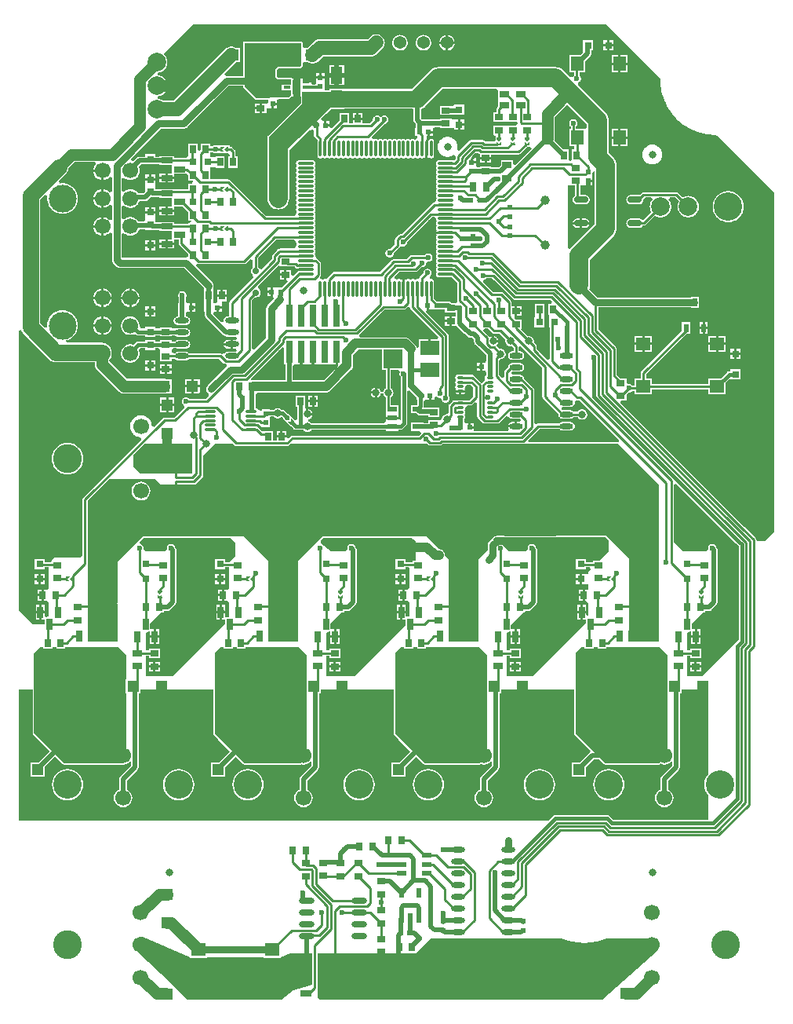
<source format=gtl>
G04 Layer_Physical_Order=1*
G04 Layer_Color=255*
%FSLAX25Y25*%
%MOIN*%
G70*
G01*
G75*
%ADD10R,0.00787X0.01968*%
%ADD11R,0.01968X0.00787*%
G04:AMPARAMS|DCode=12|XSize=7.87mil|YSize=19.68mil|CornerRadius=0mil|HoleSize=0mil|Usage=FLASHONLY|Rotation=315.000|XOffset=0mil|YOffset=0mil|HoleType=Round|Shape=Rectangle|*
%AMROTATEDRECTD12*
4,1,4,-0.00974,-0.00418,0.00418,0.00974,0.00974,0.00418,-0.00418,-0.00974,-0.00974,-0.00418,0.0*
%
%ADD12ROTATEDRECTD12*%

%ADD13C,0.03150*%
%ADD14R,0.07874X0.06299*%
%ADD15R,0.07874X0.07874*%
%ADD16R,0.04134X0.02559*%
%ADD17R,0.03000X0.05000*%
%ADD18R,0.10512X0.10000*%
%ADD19R,0.03543X0.02756*%
%ADD20R,0.02756X0.03543*%
%ADD21R,0.04134X0.02362*%
%ADD22O,0.03150X0.01181*%
%ADD23O,0.05709X0.02362*%
%ADD24R,0.06102X0.05512*%
%ADD25R,0.02362X0.02362*%
%ADD26O,0.06496X0.02559*%
%ADD27O,0.05315X0.01181*%
%ADD28O,0.07087X0.01181*%
%ADD29O,0.01181X0.07087*%
%ADD30R,0.03504X0.06299*%
%ADD31R,0.03150X0.01181*%
%ADD32O,0.05905X0.02362*%
%ADD33R,0.05512X0.06102*%
%ADD34R,0.13583X0.12402*%
%ADD35R,0.02559X0.04921*%
%ADD36R,0.04921X0.02559*%
%ADD37R,0.02992X0.09449*%
%ADD38R,0.04016X0.03032*%
%ADD39R,0.03032X0.04016*%
%ADD40R,0.04724X0.04921*%
%ADD41R,0.04921X0.04724*%
%ADD42R,0.02362X0.02362*%
%ADD43R,0.04921X0.07283*%
%ADD44R,0.02362X0.04134*%
%ADD45R,0.03937X0.02362*%
%ADD46O,0.06102X0.02756*%
%ADD47R,0.02362X0.03740*%
%ADD48R,0.02559X0.04724*%
%ADD49R,0.02768X0.01968*%
%ADD50R,0.04724X0.02559*%
%ADD51R,0.01968X0.02768*%
%ADD52R,0.03150X0.03150*%
%ADD53R,0.03150X0.03150*%
%ADD54C,0.02000*%
%ADD55C,0.01000*%
%ADD56C,0.05000*%
%ADD57C,0.03000*%
%ADD58C,0.01500*%
%ADD59C,0.07000*%
%ADD60C,0.06000*%
%ADD61C,0.02500*%
%ADD62C,0.04000*%
%ADD63C,0.08000*%
%ADD64C,0.01200*%
%ADD65R,0.18504X0.17716*%
%ADD66R,0.17716X0.18504*%
%ADD67C,0.12000*%
%ADD68C,0.06693*%
%ADD69C,0.07874*%
%ADD70C,0.12205*%
%ADD71C,0.11811*%
%ADD72C,0.05400*%
%ADD73C,0.03937*%
%ADD74C,0.02362*%
%ADD75C,0.02756*%
G36*
X293898Y261589D02*
X292913Y260605D01*
X291929Y261589D01*
X291929Y261687D01*
X293898D01*
X293898Y261589D01*
D02*
G37*
G36*
X370571D02*
X369586Y260605D01*
X368603Y261589D01*
X368602Y261687D01*
X370571D01*
X370571Y261589D01*
D02*
G37*
G36*
X523917Y259522D02*
X521949D01*
Y260605D01*
X522933Y259620D01*
X523917Y260605D01*
Y259522D01*
D02*
G37*
G36*
X370571D02*
X368602D01*
Y260605D01*
X369587Y259620D01*
X370571Y260605D01*
Y259522D01*
D02*
G37*
G36*
X447244D02*
X445276D01*
Y260605D01*
X446260Y259620D01*
X447244Y260605D01*
Y259522D01*
D02*
G37*
G36*
X447244Y261589D02*
X446260Y260605D01*
X445276Y261589D01*
X445276Y261687D01*
X447244D01*
X447244Y261589D01*
D02*
G37*
G36*
X343990Y399794D02*
Y399794D01*
X347312D01*
X347444Y399776D01*
X350328D01*
X350497Y399607D01*
X350497D01*
X350497Y399607D01*
X350748Y399380D01*
X350937Y398940D01*
X350934Y398923D01*
X355020D01*
Y397923D01*
X350984D01*
X351072Y397759D01*
X351114Y397423D01*
X350650Y396752D01*
X349657Y395759D01*
X348733Y396141D01*
Y398238D01*
X346861D01*
Y396260D01*
Y394282D01*
X346874D01*
X347256Y393358D01*
X344700Y390802D01*
X342707Y390802D01*
X341707Y390802D01*
X341051D01*
Y389021D01*
Y387240D01*
X341081D01*
X341517Y386240D01*
X338714Y383226D01*
X338634Y383126D01*
X338552Y383030D01*
X338532Y382997D01*
X338508Y382967D01*
X338446Y382856D01*
X338379Y382748D01*
X338364Y382712D01*
X338346Y382679D01*
X338301Y382560D01*
X338252Y382442D01*
X338244Y382405D01*
X338230Y382369D01*
X338205Y382245D01*
X338175Y382121D01*
X338172Y382083D01*
X338165Y382046D01*
X338159Y381918D01*
X338149Y381791D01*
Y369475D01*
X333194Y364520D01*
X332194Y364934D01*
Y385448D01*
X333477Y386731D01*
X333858Y386694D01*
X334246Y386732D01*
X334619Y386845D01*
X334963Y387029D01*
X335264Y387276D01*
X335511Y387577D01*
X335695Y387920D01*
X335808Y388293D01*
X335846Y388681D01*
X335808Y389069D01*
X335695Y389442D01*
X335511Y389785D01*
X335264Y390087D01*
X334963Y390334D01*
X334929Y390352D01*
X334675Y391221D01*
X334700Y391538D01*
X343259Y400096D01*
X343990Y399794D01*
D02*
G37*
G36*
X255782Y266338D02*
X255683Y266338D01*
X254699Y267323D01*
X255683Y268307D01*
X255782Y268307D01*
Y266338D01*
D02*
G37*
G36*
X523917Y261589D02*
X522933Y260605D01*
X521949Y261589D01*
X521949Y261687D01*
X523917D01*
X523917Y261589D01*
D02*
G37*
G36*
X332552Y402600D02*
Y399483D01*
X332256Y399240D01*
X332009Y398939D01*
X331825Y398595D01*
X331712Y398222D01*
X331674Y397835D01*
X331712Y397447D01*
X331825Y397074D01*
X332009Y396730D01*
X332256Y396429D01*
X332542Y396194D01*
X332558Y396181D01*
X332794Y395249D01*
X332759Y394997D01*
X322837Y385075D01*
X322661Y384846D01*
X322550Y384578D01*
X322513Y384291D01*
Y378581D01*
X321850D01*
X321501Y378547D01*
X321165Y378445D01*
X320856Y378279D01*
X320585Y378057D01*
X320362Y377786D01*
X320197Y377476D01*
X320095Y377140D01*
X320061Y376791D01*
X320077Y376622D01*
X319680Y376313D01*
X319140Y376145D01*
X315782Y379503D01*
X316196Y380503D01*
X316403Y380503D01*
X317059D01*
Y382284D01*
X317559D01*
Y382784D01*
X319340D01*
Y384032D01*
X319340Y384066D01*
X319421Y385032D01*
X321269D01*
Y386904D01*
X319291D01*
X317313D01*
Y385066D01*
X317313Y385032D01*
X317232Y384066D01*
X315839Y384066D01*
X315758Y385024D01*
X315757Y385057D01*
Y389775D01*
X315757Y389775D01*
X315697Y390775D01*
X315783Y390983D01*
X315860Y391304D01*
X315886Y391634D01*
X315860Y391963D01*
X315783Y392285D01*
X315656Y392590D01*
X315484Y392872D01*
X315269Y393123D01*
X308329Y400064D01*
X308815Y400890D01*
X309083Y400779D01*
X309370Y400741D01*
X328819D01*
X329106Y400779D01*
X329374Y400890D01*
X329604Y401066D01*
X331552Y403014D01*
X332552Y402600D01*
D02*
G37*
G36*
X350127Y411069D02*
X350325Y410914D01*
X350871Y410234D01*
X350894Y410001D01*
X350962Y409776D01*
X351072Y409570D01*
X351176Y409250D01*
X351072Y408930D01*
X350962Y408723D01*
X350894Y408499D01*
X350871Y408266D01*
X350325Y407586D01*
X350127Y407431D01*
X350073Y407407D01*
X343955D01*
X343668Y407369D01*
X343401Y407258D01*
X343171Y407082D01*
X342843Y406754D01*
X342687Y406634D01*
X341105Y405053D01*
X340929Y404823D01*
X340818Y404555D01*
X340780Y404268D01*
Y403018D01*
X336500Y398737D01*
X336247Y398702D01*
X335315Y398938D01*
X335302Y398954D01*
X335067Y399240D01*
X334771Y399483D01*
Y403554D01*
X342310Y411093D01*
X350073D01*
X350127Y411069D01*
D02*
G37*
G36*
X293898Y259522D02*
X291929D01*
Y260605D01*
X292913Y259620D01*
X293898Y260605D01*
Y259522D01*
D02*
G37*
G36*
X319390Y432579D02*
X320374Y431595D01*
X319291D01*
Y433563D01*
X320374D01*
X319390Y432579D01*
D02*
G37*
G36*
X321457Y431594D02*
X321358Y431594D01*
X320374Y432579D01*
X321358Y433563D01*
X321457Y433563D01*
Y431594D01*
D02*
G37*
G36*
X536000Y283995D02*
X535991Y283975D01*
X537601Y282365D01*
X537601Y282365D01*
X538048Y282066D01*
X538055Y282065D01*
X538950Y281170D01*
Y241607D01*
X523327Y225984D01*
X517107D01*
Y234607D01*
X518264D01*
Y233554D01*
X523008D01*
Y237509D01*
X518264D01*
Y236850D01*
X517107D01*
Y244263D01*
X517549Y244705D01*
X518439Y244970D01*
X518888Y244970D01*
X518888Y244784D01*
Y243215D01*
X520268D01*
Y245776D01*
X518907Y245776D01*
X518907Y245962D01*
Y247881D01*
X523871Y252845D01*
X524714D01*
Y253585D01*
X526279D01*
X526904Y253709D01*
X527433Y254063D01*
X529500Y256130D01*
X529854Y256659D01*
X529978Y257284D01*
Y279528D01*
X529854Y280152D01*
X529500Y280681D01*
X529450Y280731D01*
X529434Y280813D01*
X529040Y281402D01*
X528451Y281796D01*
X527756Y281934D01*
X527061Y281796D01*
X526472Y281402D01*
X526078Y280813D01*
X525940Y280118D01*
X525995Y279839D01*
X525358Y278839D01*
X519783Y278839D01*
X515256Y278838D01*
X511456Y282638D01*
Y283071D01*
X511444D01*
Y307244D01*
X512368Y307626D01*
X536000Y283995D01*
D02*
G37*
G36*
X450919Y449631D02*
X444083Y442795D01*
X443159Y443177D01*
Y444891D01*
X437943D01*
Y442486D01*
X437216Y441781D01*
X433873Y441833D01*
Y442232D01*
X429129D01*
Y442232D01*
X428804Y441911D01*
X428131Y441922D01*
X427277Y442274D01*
Y443555D01*
X425496D01*
Y444555D01*
X427277D01*
Y445836D01*
X426235D01*
X425852Y446760D01*
X427114Y448022D01*
X428340D01*
X428666Y447696D01*
X428896Y447519D01*
X429129Y447423D01*
Y446266D01*
X433873D01*
Y447371D01*
X445429D01*
X445716Y447408D01*
X445984Y447519D01*
X446213Y447696D01*
X449098Y450580D01*
X450454D01*
X450919Y449631D01*
D02*
G37*
G36*
X289607Y443178D02*
X292886D01*
Y442906D01*
X298201D01*
X298201Y440633D01*
X298201Y439633D01*
X298201Y439633D01*
Y439633D01*
X298201D01*
X298201Y439185D01*
X298015Y439185D01*
X296447D01*
Y437805D01*
X299008D01*
X299008Y439166D01*
X299193Y439166D01*
X304322D01*
X304994Y438444D01*
Y436209D01*
X307026D01*
X307133Y436049D01*
X306598Y435049D01*
X305010D01*
Y432704D01*
X296733D01*
X296733Y432704D01*
X296609Y432688D01*
X292886D01*
Y432416D01*
X291192D01*
Y433540D01*
X291192Y433573D01*
Y434540D01*
X291192Y434573D01*
Y436215D01*
X289017D01*
X286842D01*
Y434573D01*
X286842Y434540D01*
Y433573D01*
X286842Y433540D01*
Y431497D01*
X286086Y430742D01*
X283796D01*
X283590Y431049D01*
X283249Y431438D01*
X282860Y431779D01*
X282430Y432067D01*
X281966Y432296D01*
X281476Y432462D01*
X280969Y432563D01*
X280453Y432597D01*
X279937Y432563D01*
X279429Y432462D01*
X278939Y432296D01*
X278475Y432067D01*
X278045Y431779D01*
X277811Y431574D01*
X277239Y431711D01*
X276811Y431991D01*
Y437103D01*
X277239Y437383D01*
X277811Y437520D01*
X278045Y437315D01*
X278475Y437028D01*
X278939Y436799D01*
X279429Y436633D01*
X279937Y436532D01*
X280453Y436498D01*
X280969Y436532D01*
X281476Y436633D01*
X281966Y436799D01*
X282430Y437028D01*
X282860Y437315D01*
X283249Y437656D01*
X283590Y438045D01*
X283878Y438475D01*
X284107Y438939D01*
X284273Y439429D01*
X284374Y439936D01*
X284408Y440453D01*
X284374Y440969D01*
X284273Y441476D01*
X284107Y441966D01*
X284001Y442180D01*
X284997Y443176D01*
X288424D01*
X288683Y443201D01*
X289369D01*
X289607Y443178D01*
D02*
G37*
G36*
X265660Y443573D02*
X265744Y443134D01*
X265504Y442860D01*
X265217Y442430D01*
X264988Y441966D01*
X264822Y441476D01*
X264721Y440969D01*
X264720Y440953D01*
X268642D01*
Y440453D01*
X269142D01*
Y436531D01*
X269158Y436532D01*
X269665Y436633D01*
X270155Y436799D01*
X270619Y437028D01*
X271049Y437315D01*
X271438Y437656D01*
X271598Y437839D01*
X272363Y437643D01*
X272598Y437481D01*
Y431613D01*
X272363Y431451D01*
X271598Y431256D01*
X271438Y431438D01*
X271049Y431779D01*
X270619Y432067D01*
X270155Y432296D01*
X269665Y432462D01*
X269158Y432563D01*
X269142Y432564D01*
Y428642D01*
Y424720D01*
X269158Y424721D01*
X269665Y424822D01*
X270155Y424988D01*
X270619Y425217D01*
X271049Y425504D01*
X271438Y425845D01*
X271598Y426028D01*
X272363Y425832D01*
X272598Y425670D01*
Y419802D01*
X272363Y419640D01*
X271598Y419445D01*
X271438Y419627D01*
X271049Y419968D01*
X270619Y420256D01*
X270155Y420485D01*
X269665Y420651D01*
X269158Y420752D01*
X269142Y420753D01*
Y416831D01*
Y412909D01*
X269158Y412910D01*
X269665Y413011D01*
X270155Y413177D01*
X270619Y413406D01*
X271049Y413693D01*
X271438Y414034D01*
X271598Y414217D01*
X272363Y414021D01*
X272598Y413859D01*
Y402658D01*
X272624Y402328D01*
X272701Y402006D01*
X272828Y401701D01*
X273001Y401419D01*
X273215Y401168D01*
X274495Y399888D01*
X274746Y399674D01*
X275028Y399501D01*
X275333Y399375D01*
X275655Y399297D01*
X275984Y399271D01*
X303163D01*
X311701Y390734D01*
X311802Y389775D01*
X311802D01*
Y385049D01*
X311802Y385032D01*
X311802D01*
X311841Y384066D01*
X311841D01*
Y380503D01*
X312014D01*
Y379390D01*
X312045Y379076D01*
X312137Y378774D01*
X312285Y378497D01*
X312485Y378253D01*
X320084Y370655D01*
X320327Y370455D01*
X320605Y370306D01*
X320907Y370215D01*
X321048Y370201D01*
X321165Y370138D01*
X321501Y370036D01*
X321850Y370002D01*
X325394D01*
X325968Y369291D01*
X325807Y369092D01*
X325158Y368581D01*
X324122D01*
Y366791D01*
Y365002D01*
X325175D01*
X325346Y364809D01*
X325498Y364536D01*
X325613Y364019D01*
X325218Y363581D01*
X321850D01*
X321501Y363547D01*
X321165Y363445D01*
X320856Y363279D01*
X320585Y363057D01*
X320476Y362924D01*
X319989Y362741D01*
X319380Y362679D01*
X319225Y362717D01*
X319179Y362752D01*
X318912Y362863D01*
X318624Y362901D01*
X305527D01*
X305399Y363057D01*
X305128Y363279D01*
X304819Y363445D01*
X304483Y363547D01*
X304134Y363581D01*
X300591D01*
X300241Y363547D01*
X299906Y363445D01*
X299596Y363279D01*
X299325Y363057D01*
X298325Y363210D01*
X297925Y363587D01*
Y364554D01*
X298681Y365175D01*
X299836D01*
X299906Y365138D01*
X300241Y365036D01*
X300591Y365002D01*
X304134D01*
X304483Y365036D01*
X304819Y365138D01*
X305128Y365303D01*
X305399Y365526D01*
X305622Y365797D01*
X305787Y366106D01*
X305889Y366442D01*
X305924Y366791D01*
X305889Y367141D01*
X305787Y367476D01*
X305622Y367786D01*
X305399Y368057D01*
X305128Y368279D01*
X304819Y368445D01*
X304483Y368547D01*
X304134Y368581D01*
X300591D01*
X300241Y368547D01*
X299906Y368445D01*
X299596Y368279D01*
X299325Y368057D01*
X299187Y367888D01*
X297925D01*
Y368510D01*
X293181D01*
Y367892D01*
X291192D01*
Y368710D01*
X286842D01*
Y367892D01*
X283643D01*
X283378Y367866D01*
X283124Y367789D01*
X282889Y367663D01*
X282683Y367495D01*
X281785Y366596D01*
X281437Y366714D01*
X280930Y366815D01*
X280413Y366849D01*
X279897Y366815D01*
X279390Y366714D01*
X278900Y366548D01*
X278436Y366319D01*
X278006Y366031D01*
X277617Y365690D01*
X277276Y365301D01*
X276988Y364871D01*
X276760Y364407D01*
X276593Y363917D01*
X276492Y363410D01*
X276459Y362894D01*
X276492Y362378D01*
X276593Y361870D01*
X276760Y361380D01*
X276988Y360916D01*
X277276Y360486D01*
X277617Y360097D01*
X278006Y359756D01*
X278436Y359469D01*
X278900Y359240D01*
X279390Y359073D01*
X279897Y358973D01*
X280413Y358939D01*
X280930Y358973D01*
X281437Y359073D01*
X281927Y359240D01*
X282391Y359469D01*
X282821Y359756D01*
X283210Y360097D01*
X283551Y360486D01*
X283839Y360916D01*
X284067Y361380D01*
X284234Y361870D01*
X284334Y362378D01*
X284368Y362894D01*
X284334Y363410D01*
X284234Y363917D01*
X284135Y364208D01*
X284419Y364776D01*
X284802Y365179D01*
X286842D01*
Y364361D01*
X291192D01*
Y365179D01*
X292427D01*
X293181Y364554D01*
Y363587D01*
X293181Y363554D01*
Y359632D01*
X297925D01*
Y360682D01*
X299197D01*
X299325Y360526D01*
X299596Y360303D01*
X299906Y360138D01*
X300241Y360036D01*
X300591Y360002D01*
X304134D01*
X304483Y360036D01*
X304819Y360138D01*
X305128Y360303D01*
X305399Y360526D01*
X305527Y360682D01*
X318165D01*
X320121Y358726D01*
X320351Y358549D01*
X320618Y358438D01*
X320905Y358401D01*
X320998D01*
X321304Y357879D01*
X321388Y357401D01*
X313244Y349256D01*
X313029Y349005D01*
X312856Y348723D01*
X312730Y348418D01*
X312653Y348096D01*
X312627Y347767D01*
X312653Y347437D01*
X312730Y347116D01*
X312856Y346811D01*
X313029Y346529D01*
X313244Y346277D01*
X313495Y346063D01*
X313636Y345976D01*
X313846Y345356D01*
X313899Y344952D01*
X313862Y344788D01*
X312703Y343629D01*
X305527D01*
X305399Y343785D01*
X305128Y344008D01*
X304819Y344173D01*
X304483Y344275D01*
X304134Y344309D01*
X303785Y344275D01*
X303449Y344173D01*
X303139Y344008D01*
X302868Y343785D01*
X302646Y343514D01*
X302480Y343205D01*
X302379Y342869D01*
X302344Y342520D01*
X302379Y342171D01*
X302480Y341835D01*
X302646Y341525D01*
X302868Y341254D01*
X303068Y341090D01*
X303151Y340971D01*
X303310Y340109D01*
X303268Y339876D01*
X299048Y335657D01*
X294990D01*
X294703Y335619D01*
X294436Y335508D01*
X294206Y335332D01*
X290585Y331711D01*
X289937Y331894D01*
X289592Y332132D01*
X289561Y332597D01*
X289442Y333195D01*
X289246Y333772D01*
X288977Y334319D01*
X288638Y334826D01*
X288236Y335284D01*
X287778Y335686D01*
X287271Y336025D01*
X286724Y336295D01*
X286147Y336490D01*
X285549Y336609D01*
X284941Y336649D01*
X284333Y336609D01*
X283735Y336490D01*
X283158Y336295D01*
X282611Y336025D01*
X282104Y335686D01*
X281646Y335284D01*
X281244Y334826D01*
X280905Y334319D01*
X280636Y333772D01*
X280440Y333195D01*
X280321Y332597D01*
X280281Y331989D01*
X280321Y331381D01*
X280440Y330783D01*
X280636Y330206D01*
X280905Y329659D01*
X281244Y329152D01*
X281646Y328694D01*
X282104Y328292D01*
X282611Y327954D01*
X283158Y327684D01*
X283735Y327488D01*
X284333Y327369D01*
X284798Y327339D01*
X285036Y326993D01*
X285219Y326345D01*
X260436Y301562D01*
X260260Y301332D01*
X260149Y301065D01*
X260111Y300777D01*
Y283071D01*
X260099D01*
Y277225D01*
X258957Y276083D01*
X248031D01*
X246958Y275009D01*
X246939D01*
Y274991D01*
X246287Y274338D01*
X244191D01*
Y275600D01*
X239841D01*
Y271250D01*
X244191D01*
Y272095D01*
X245669D01*
Y263368D01*
X245088Y262609D01*
X244669Y262609D01*
X243610D01*
Y260237D01*
Y257866D01*
X244669D01*
X245088Y257866D01*
X245669Y257106D01*
Y251504D01*
X245380Y251214D01*
X244868Y250956D01*
X244104Y251139D01*
Y252551D01*
X242724D01*
Y249991D01*
X244085Y249991D01*
X244085Y249805D01*
Y248031D01*
X238878Y248031D01*
X233094Y253816D01*
Y283071D01*
Y284751D01*
Y292558D01*
X233094Y372721D01*
X234094Y372886D01*
X234196Y372585D01*
X234434Y372103D01*
X234732Y371656D01*
X235087Y371252D01*
X245954Y360384D01*
X246359Y360030D01*
X246806Y359731D01*
X247288Y359493D01*
X247797Y359321D01*
X248324Y359216D01*
X248860Y359181D01*
X265276D01*
Y358287D01*
X265315Y357801D01*
X265428Y357327D01*
X265615Y356876D01*
X265870Y356460D01*
X266187Y356089D01*
X275457Y346819D01*
X275828Y346502D01*
X276244Y346247D01*
X276508Y346138D01*
X276695Y346060D01*
X277169Y345946D01*
X277656Y345908D01*
X294844D01*
X295330Y345946D01*
X295784Y346056D01*
X297904D01*
Y348487D01*
X297915Y348531D01*
X297953Y349018D01*
X297915Y349504D01*
X297904Y349549D01*
Y351980D01*
X295784D01*
X295330Y352089D01*
X294844Y352127D01*
X278943D01*
X271495Y359576D01*
Y360207D01*
X271740Y360486D01*
X272027Y360916D01*
X272256Y361380D01*
X272423Y361870D01*
X272523Y362378D01*
X272557Y362894D01*
X272523Y363410D01*
X272469Y363685D01*
X272460Y363826D01*
X272355Y364353D01*
X272182Y364862D01*
X271944Y365344D01*
X271645Y365791D01*
X271291Y366195D01*
X270887Y366549D01*
X270440Y366848D01*
X269958Y367085D01*
X269449Y367258D01*
X268922Y367363D01*
X268386Y367398D01*
X253315D01*
X253191Y368398D01*
X253485Y368472D01*
X254087Y368687D01*
X254665Y368960D01*
X255213Y369289D01*
X255727Y369670D01*
X256200Y370099D01*
X256629Y370573D01*
X257010Y371086D01*
X257339Y371634D01*
X257612Y372212D01*
X257827Y372814D01*
X257983Y373434D01*
X258077Y374066D01*
X258108Y374705D01*
X258077Y375343D01*
X257983Y375975D01*
X257827Y376595D01*
X257612Y377197D01*
X257339Y377775D01*
X257010Y378323D01*
X256629Y378837D01*
X256200Y379310D01*
X255727Y379740D01*
X255213Y380120D01*
X254665Y380449D01*
X254087Y380722D01*
X253485Y380938D01*
X252865Y381093D01*
X252233Y381187D01*
X251594Y381218D01*
X250956Y381187D01*
X250324Y381093D01*
X249704Y380938D01*
X249102Y380722D01*
X248524Y380449D01*
X247976Y380120D01*
X247463Y379740D01*
X246989Y379310D01*
X246560Y378837D01*
X246179Y378323D01*
X245850Y377775D01*
X245577Y377197D01*
X245362Y376595D01*
X245206Y375975D01*
X245112Y375343D01*
X245081Y374705D01*
X245102Y374272D01*
X244632Y373946D01*
X244138Y373822D01*
X242101Y375859D01*
Y428101D01*
X244117Y430117D01*
X245147Y429908D01*
X245232Y429817D01*
X245152Y429280D01*
X245121Y428642D01*
X245152Y428003D01*
X245246Y427371D01*
X245401Y426751D01*
X245616Y426149D01*
X245890Y425571D01*
X246218Y425023D01*
X246599Y424510D01*
X247028Y424036D01*
X247502Y423607D01*
X248015Y423226D01*
X248564Y422897D01*
X249141Y422624D01*
X249743Y422409D01*
X250363Y422254D01*
X250995Y422160D01*
X251634Y422128D01*
X252272Y422160D01*
X252905Y422254D01*
X253525Y422409D01*
X254126Y422624D01*
X254704Y422897D01*
X255253Y423226D01*
X255766Y423607D01*
X256240Y424036D01*
X256669Y424510D01*
X257049Y425023D01*
X257378Y425571D01*
X257651Y426149D01*
X257867Y426751D01*
X258022Y427371D01*
X258116Y428003D01*
X258147Y428642D01*
X258116Y429280D01*
X258022Y429912D01*
X257867Y430533D01*
X257651Y431134D01*
X257378Y431712D01*
X257049Y432260D01*
X256669Y432774D01*
X256240Y433247D01*
X255766Y433677D01*
X255253Y434057D01*
X254704Y434386D01*
X254126Y434659D01*
X253525Y434875D01*
X252905Y435030D01*
X252272Y435124D01*
X251634Y435155D01*
X250995Y435124D01*
X250459Y435044D01*
X250367Y435129D01*
X250159Y436159D01*
X252869Y438869D01*
X253223Y439273D01*
X253522Y439720D01*
X253760Y440202D01*
X253932Y440711D01*
X254037Y441238D01*
X254052Y441465D01*
X256722Y444135D01*
X265338D01*
X265660Y443573D01*
D02*
G37*
G36*
X321457Y414764D02*
X321358Y414764D01*
X320374Y415748D01*
X321358Y416732D01*
X321457Y416732D01*
Y414764D01*
D02*
G37*
G36*
X286842Y415246D02*
X289369D01*
X289607Y415223D01*
X292886D01*
Y414951D01*
X298201D01*
X298201Y412679D01*
X298201Y411679D01*
X298201Y411679D01*
Y411679D01*
X298201D01*
X298201Y411230D01*
X298015Y411230D01*
X296447D01*
Y409850D01*
X299008D01*
X299008Y411211D01*
X299193Y411211D01*
X301056D01*
Y409528D01*
X301094Y409241D01*
X301204Y408974D01*
X301381Y408744D01*
X304994Y405131D01*
Y404305D01*
X304991Y404296D01*
X304791Y404029D01*
X304035Y403484D01*
X276857D01*
X276811Y403530D01*
Y413481D01*
X277239Y413761D01*
X277811Y413898D01*
X278045Y413693D01*
X278475Y413406D01*
X278939Y413177D01*
X279429Y413011D01*
X279937Y412910D01*
X280453Y412876D01*
X280969Y412910D01*
X281476Y413011D01*
X281966Y413177D01*
X282430Y413406D01*
X282860Y413693D01*
X283249Y414034D01*
X283590Y414423D01*
X283878Y414853D01*
X284107Y415317D01*
X284242Y415715D01*
X286842D01*
Y415246D01*
D02*
G37*
G36*
X319390Y415748D02*
X320374Y414764D01*
X319291D01*
Y416732D01*
X320374D01*
X319390Y415748D01*
D02*
G37*
G36*
X477772Y440045D02*
Y417756D01*
X467902Y407886D01*
X467504Y407432D01*
X467452Y407354D01*
X466452Y407657D01*
X466452Y434146D01*
X467413Y434240D01*
Y434240D01*
X469386D01*
Y429939D01*
X469271Y429877D01*
X468970Y429630D01*
X468722Y429329D01*
X468539Y428985D01*
X468426Y428612D01*
X468388Y428225D01*
X468426Y427837D01*
X468539Y427464D01*
X468722Y427120D01*
X468970Y426819D01*
X469271Y426572D01*
X469614Y426388D01*
X469987Y426275D01*
X470375Y426237D01*
X473722D01*
X474109Y426275D01*
X474482Y426388D01*
X474826Y426572D01*
X475127Y426819D01*
X475374Y427120D01*
X475558Y427464D01*
X475671Y427837D01*
X475709Y428225D01*
X475671Y428612D01*
X475558Y428985D01*
X475374Y429329D01*
X475127Y429630D01*
X474826Y429877D01*
X474482Y430061D01*
X474109Y430174D01*
X473722Y430212D01*
X471605D01*
Y434240D01*
X472156D01*
Y434260D01*
X473123Y434341D01*
Y434341D01*
X474404D01*
Y436122D01*
X474904D01*
Y436622D01*
X476685D01*
Y437903D01*
X476685Y437903D01*
Y438278D01*
X476685D01*
X476685Y438903D01*
Y439569D01*
X477685Y440103D01*
X477772Y440045D01*
D02*
G37*
G36*
X289607Y429200D02*
X292886D01*
Y428929D01*
X298201D01*
X298201Y426656D01*
X298201Y425656D01*
X298201Y425656D01*
Y425656D01*
X298201D01*
X298201Y425207D01*
X298015Y425207D01*
X296447D01*
Y423828D01*
X299008D01*
X299008Y425188D01*
X299193Y425188D01*
X302672D01*
X304994Y422867D01*
Y419280D01*
X306159D01*
X306266Y419120D01*
X305731Y418120D01*
X304994D01*
Y417940D01*
X299008D01*
Y418710D01*
X292886D01*
Y418438D01*
X291192D01*
Y419562D01*
X291192Y419596D01*
Y420562D01*
X291192Y420596D01*
Y422237D01*
X289017D01*
X286842D01*
Y420596D01*
X286842Y420562D01*
Y419596D01*
X286104Y418931D01*
X283796D01*
X283590Y419238D01*
X283249Y419627D01*
X282860Y419968D01*
X282430Y420256D01*
X281966Y420485D01*
X281476Y420651D01*
X280969Y420752D01*
X280453Y420786D01*
X279937Y420752D01*
X279429Y420651D01*
X278939Y420485D01*
X278475Y420256D01*
X278045Y419968D01*
X277811Y419763D01*
X277239Y419900D01*
X276811Y420180D01*
Y425292D01*
X277239Y425572D01*
X277811Y425709D01*
X278045Y425504D01*
X278475Y425217D01*
X278939Y424988D01*
X279429Y424822D01*
X279937Y424721D01*
X280453Y424687D01*
X280969Y424721D01*
X281476Y424822D01*
X281966Y424988D01*
X282430Y425217D01*
X282860Y425504D01*
X283249Y425845D01*
X283590Y426234D01*
X283878Y426664D01*
X284107Y427128D01*
X284242Y427526D01*
X286752D01*
X287066Y427557D01*
X287367Y427648D01*
X287645Y427797D01*
X287889Y427997D01*
X289116Y429224D01*
X289369D01*
X289607Y429200D01*
D02*
G37*
G36*
X349602Y334478D02*
X348210Y333086D01*
X347444Y333851D01*
X348836D01*
Y335243D01*
X349602Y334478D01*
D02*
G37*
G36*
X348140Y335939D02*
X348140Y334547D01*
X346749D01*
X346679Y334617D01*
X348071Y336009D01*
X348140Y335939D01*
D02*
G37*
G36*
X434255Y371656D02*
X434485Y371480D01*
X434752Y371369D01*
X435039Y371331D01*
X437238D01*
X439920Y368650D01*
X439873Y368453D01*
X439846Y368111D01*
X439873Y367770D01*
X439953Y367437D01*
X440084Y367121D01*
X440263Y366829D01*
X440485Y366569D01*
X440745Y366346D01*
X441037Y366167D01*
X441353Y366037D01*
X441686Y365957D01*
X442028Y365930D01*
X442369Y365957D01*
X442566Y366004D01*
X443280Y365289D01*
Y363837D01*
X442717D01*
X442367Y363803D01*
X442032Y363701D01*
X441722Y363535D01*
X441451Y363313D01*
X441228Y363042D01*
X441063Y362732D01*
X440961Y362396D01*
X440927Y362047D01*
X440961Y361698D01*
X441063Y361362D01*
X441228Y361053D01*
X441451Y360782D01*
X441722Y360559D01*
X442032Y360394D01*
X442367Y360292D01*
X442717Y360258D01*
X446063D01*
X446412Y360292D01*
X446748Y360394D01*
X447057Y360559D01*
X447329Y360782D01*
X447551Y361053D01*
X447717Y361362D01*
X447818Y361698D01*
X447853Y362047D01*
X447818Y362396D01*
X447717Y362732D01*
X447551Y363042D01*
X447329Y363313D01*
X447057Y363535D01*
X446748Y363701D01*
X446412Y363803D01*
X446063Y363837D01*
X445499D01*
Y365492D01*
X446115Y365856D01*
X446485Y365920D01*
X455558Y356847D01*
Y344513D01*
X455596Y344226D01*
X455707Y343959D01*
X455883Y343729D01*
X462400Y337212D01*
X462384Y337047D01*
X462418Y336698D01*
X462520Y336362D01*
X462685Y336053D01*
X462908Y335782D01*
X463179Y335559D01*
X463488Y335394D01*
X463824Y335292D01*
X464173Y335258D01*
X467520D01*
X467869Y335292D01*
X468205Y335394D01*
X468514Y335559D01*
X468785Y335782D01*
X468881Y335898D01*
X470571D01*
X470677Y335726D01*
X470899Y335465D01*
X471160Y335243D01*
X471452Y335064D01*
X471768Y334933D01*
X472101Y334853D01*
X472442Y334826D01*
X472783Y334853D01*
X473116Y334933D01*
X473432Y335064D01*
X473724Y335243D01*
X473984Y335465D01*
X474207Y335726D01*
X474386Y336017D01*
X474517Y336334D01*
X474597Y336667D01*
X474623Y337008D01*
X474597Y337349D01*
X474517Y337682D01*
X474386Y337998D01*
X474207Y338290D01*
X473984Y338550D01*
X473724Y338773D01*
X473432Y338952D01*
X473116Y339083D01*
X472783Y339162D01*
X472442Y339189D01*
X472101Y339162D01*
X471768Y339083D01*
X471452Y338952D01*
X471160Y338773D01*
X470899Y338550D01*
X470677Y338290D01*
X470571Y338117D01*
X468946D01*
X468785Y338313D01*
X468514Y338535D01*
X468205Y338701D01*
X467869Y338803D01*
X467520Y338837D01*
X464173D01*
X464138Y338833D01*
X463734Y339316D01*
X464131Y340166D01*
X464207Y340258D01*
X467520D01*
X467869Y340292D01*
X468205Y340394D01*
X468514Y340559D01*
X468785Y340782D01*
X469008Y341053D01*
X469173Y341362D01*
X469275Y341698D01*
X469309Y342047D01*
X469278Y342368D01*
X469621Y342800D01*
X470089Y343073D01*
X470168Y343040D01*
X470455Y343002D01*
X471177D01*
X488112Y326067D01*
X487910Y325458D01*
X487652Y325113D01*
X449756D01*
X449373Y326037D01*
X454274Y330938D01*
X462780D01*
X462908Y330782D01*
X463179Y330559D01*
X463488Y330394D01*
X463824Y330292D01*
X464173Y330258D01*
X467520D01*
X467869Y330292D01*
X468205Y330394D01*
X468514Y330559D01*
X468785Y330782D01*
X469008Y331053D01*
X469173Y331362D01*
X469275Y331698D01*
X469309Y332047D01*
X469275Y332396D01*
X469173Y332732D01*
X469008Y333042D01*
X468785Y333313D01*
X468514Y333535D01*
X468205Y333701D01*
X467869Y333803D01*
X467520Y333837D01*
X464173D01*
X463824Y333803D01*
X463488Y333701D01*
X463179Y333535D01*
X462908Y333313D01*
X462780Y333157D01*
X453814D01*
X453527Y333119D01*
X453260Y333008D01*
X453209Y332970D01*
X452210Y333259D01*
Y347499D01*
X452172Y347786D01*
X452061Y348054D01*
X451885Y348284D01*
X447823Y352345D01*
X447818Y352396D01*
X447717Y352732D01*
X447551Y353042D01*
X447329Y353313D01*
X447057Y353535D01*
X446748Y353701D01*
X446412Y353803D01*
X446063Y353837D01*
X442898D01*
X442312Y354459D01*
X442260Y354539D01*
X442307Y354639D01*
X442717Y355258D01*
X446063D01*
X446412Y355292D01*
X446748Y355394D01*
X447057Y355559D01*
X447329Y355782D01*
X447551Y356053D01*
X447717Y356362D01*
X447818Y356698D01*
X447853Y357047D01*
X447818Y357396D01*
X447717Y357732D01*
X447551Y358042D01*
X447329Y358313D01*
X447057Y358535D01*
X446748Y358701D01*
X446412Y358803D01*
X446063Y358837D01*
X442717D01*
X442367Y358803D01*
X442032Y358701D01*
X441722Y358535D01*
X441451Y358313D01*
X441228Y358042D01*
X441063Y357732D01*
X440961Y357396D01*
X440929Y357065D01*
X439651Y355787D01*
X439475Y355557D01*
X439364Y355290D01*
X439326Y355002D01*
Y352825D01*
X438402Y352442D01*
X437133Y353711D01*
Y359591D01*
X437179Y359727D01*
X437794Y360515D01*
X438135Y360542D01*
X438468Y360622D01*
X438785Y360753D01*
X439077Y360932D01*
X439337Y361154D01*
X439559Y361415D01*
X439738Y361706D01*
X439869Y362023D01*
X439949Y362356D01*
X439976Y362697D01*
X439949Y363038D01*
X439869Y363371D01*
X439738Y363687D01*
X439559Y363979D01*
X439337Y364239D01*
X439077Y364462D01*
X438785Y364641D01*
X438468Y364772D01*
X438135Y364851D01*
X437794Y364878D01*
X437453Y364851D01*
X437256Y364804D01*
X436500Y365560D01*
X436188Y366568D01*
X436411Y366828D01*
X436589Y367120D01*
X436720Y367436D01*
X436762Y367610D01*
X434646D01*
Y368110D01*
X434146D01*
Y370227D01*
X433972Y370185D01*
X433929Y370167D01*
X433122Y370001D01*
X432755Y370192D01*
X432755Y370192D01*
X430531Y372416D01*
X430945Y373416D01*
X432495D01*
X434255Y371656D01*
D02*
G37*
G36*
X504921Y307382D02*
X504921Y256693D01*
D01*
Y240551D01*
X492520D01*
Y256988D01*
D01*
X492520Y275689D01*
X482771Y285437D01*
X439892Y285355D01*
X439869Y285371D01*
X439049Y285534D01*
X436331D01*
X435512Y285371D01*
X434817Y284907D01*
X432895Y282985D01*
X432431Y282290D01*
X432268Y281471D01*
Y279610D01*
X428248Y275590D01*
X428248Y256693D01*
D01*
Y240551D01*
X415846D01*
Y256102D01*
X415846Y275689D01*
X414216Y277319D01*
X414147Y277844D01*
X413885Y278477D01*
X413469Y279020D01*
X412925Y279436D01*
X412293Y279698D01*
X411768Y279768D01*
X406397Y285138D01*
X362205Y285138D01*
X351583Y274516D01*
X351672Y256562D01*
X351575Y256465D01*
Y240551D01*
X339173D01*
Y256102D01*
X339173Y274606D01*
X328642Y285138D01*
X285728Y285138D01*
X275000Y274409D01*
X275000Y257152D01*
X274721Y256873D01*
X274902Y256693D01*
Y240551D01*
X262500D01*
Y256693D01*
Y256988D01*
Y271752D01*
X262500Y300471D01*
X271429Y309400D01*
X290994Y309400D01*
X293012Y307382D01*
X308169Y307382D01*
X311417Y310630D01*
Y319685D01*
X316240Y324508D01*
X324103D01*
X324658Y323952D01*
X324658Y323952D01*
X325022Y323709D01*
X325451Y323624D01*
X325451Y323624D01*
X347127D01*
X347127Y323624D01*
X347556Y323709D01*
X347920Y323952D01*
X348475Y324508D01*
X406583Y324508D01*
X406911Y324181D01*
X407274Y323937D01*
X407704Y323852D01*
X407704Y323852D01*
X412080D01*
X412080Y323852D01*
X412509Y323937D01*
X412873Y324181D01*
X413201Y324508D01*
X487795D01*
X504921Y307382D01*
D02*
G37*
G36*
X427802Y341856D02*
Y336345D01*
X427840Y336058D01*
X427951Y335790D01*
X428127Y335561D01*
X430223Y333465D01*
X430223Y333465D01*
X430452Y333289D01*
X430720Y333178D01*
X431007Y333140D01*
X436512D01*
X436799Y333178D01*
X437067Y333289D01*
X437296Y333465D01*
X440059Y336228D01*
X440330Y336264D01*
X441214Y336056D01*
X441260Y336015D01*
X441451Y335782D01*
X441722Y335559D01*
X442032Y335394D01*
X442367Y335292D01*
X442717Y335258D01*
X445978D01*
X446377Y334829D01*
X446416Y334776D01*
X446406Y334724D01*
X446246Y334310D01*
X445887Y333837D01*
X444890D01*
Y332047D01*
X444390D01*
Y331547D01*
X441007D01*
X441063Y331362D01*
X441228Y331053D01*
X441301Y330964D01*
X441119Y330313D01*
X440871Y329964D01*
X426486D01*
Y330912D01*
X424705D01*
Y331412D01*
X424205D01*
Y333193D01*
X422924D01*
X422375Y333966D01*
Y335000D01*
X422490Y335094D01*
X422639Y335276D01*
X422749Y335483D01*
X422817Y335707D01*
X422840Y335940D01*
X422817Y336174D01*
X422749Y336398D01*
X422639Y336605D01*
X422535Y336925D01*
X422639Y337244D01*
X422749Y337451D01*
X422817Y337675D01*
X422840Y337909D01*
X422817Y338142D01*
X422749Y338367D01*
X422639Y338573D01*
X422535Y338893D01*
X422639Y339213D01*
X422749Y339420D01*
X422817Y339644D01*
X422840Y339877D01*
X423386Y340557D01*
X423584Y340712D01*
X423638Y340736D01*
X424917D01*
X425204Y340774D01*
X425471Y340885D01*
X425701Y341061D01*
X426878Y342238D01*
X427802Y341856D01*
D02*
G37*
G36*
X398738Y382484D02*
X399319Y382168D01*
X399326Y382114D01*
X399437Y381846D01*
X399613Y381616D01*
X411322Y369907D01*
X410908Y368907D01*
X408178D01*
Y365158D01*
X407177D01*
Y368907D01*
X403140D01*
Y365464D01*
X402141Y365346D01*
X402087Y365570D01*
X401930Y365948D01*
X401716Y366297D01*
X401450Y366608D01*
X399145Y368913D01*
X398834Y369179D01*
X398485Y369393D01*
X398107Y369549D01*
X397709Y369645D01*
X397301Y369677D01*
X378007D01*
X377664Y370557D01*
X377659Y370677D01*
X388434Y381452D01*
X396729D01*
X397016Y381490D01*
X397284Y381601D01*
X397513Y381777D01*
X398288Y382552D01*
X398738Y382484D01*
D02*
G37*
G36*
X407335Y381484D02*
X408616D01*
X408616Y381484D01*
X408991D01*
Y381484D01*
X409616Y381484D01*
X412553D01*
Y381657D01*
X414208D01*
Y380204D01*
X418665D01*
Y378648D01*
X417080D01*
Y376670D01*
Y374692D01*
X418951D01*
X419673Y374019D01*
X422413Y371279D01*
X422623Y371106D01*
X423778Y369951D01*
X424022Y369751D01*
X424300Y369603D01*
X424602Y369511D01*
X424915Y369480D01*
X425880D01*
X426567Y368793D01*
Y367828D01*
X426598Y367515D01*
X426689Y367213D01*
X426838Y366935D01*
X427038Y366692D01*
X431660Y362070D01*
Y359878D01*
X431407Y358983D01*
X430660Y358983D01*
X430126D01*
Y357202D01*
Y355421D01*
X431407D01*
X431660Y354526D01*
Y353690D01*
X431619Y353668D01*
X431438Y353520D01*
X431289Y353338D01*
X431178Y353131D01*
X431110Y352907D01*
X431087Y352674D01*
X431110Y352440D01*
X431178Y352216D01*
X431161Y351827D01*
X430925Y351490D01*
X430925Y351490D01*
X430694Y351259D01*
X430408Y350973D01*
X429699Y350320D01*
X429047Y350967D01*
X426556Y353458D01*
X426326Y353634D01*
X426058Y353745D01*
X425771Y353783D01*
X422097D01*
X421887Y353847D01*
X421654Y353870D01*
X419685D01*
X419452Y353847D01*
X419227Y353779D01*
X419020Y353668D01*
X418839Y353520D01*
X418690Y353338D01*
X418580Y353131D01*
X418512Y352907D01*
X418489Y352674D01*
X418512Y352440D01*
X418580Y352216D01*
X418690Y352009D01*
X418794Y351689D01*
X418690Y351370D01*
X418580Y351163D01*
X418512Y350939D01*
X418489Y350705D01*
X418512Y350472D01*
X418580Y350247D01*
X418690Y350041D01*
X418794Y349721D01*
X418690Y349401D01*
X418580Y349194D01*
X418512Y348970D01*
X418489Y348737D01*
X418512Y348503D01*
X418580Y348279D01*
X418690Y348072D01*
X418794Y347752D01*
X418690Y347433D01*
X418602Y347268D01*
X420669D01*
X422736D01*
X422648Y347433D01*
X422544Y347752D01*
X422648Y348072D01*
X422759Y348279D01*
X422827Y348503D01*
X422850Y348737D01*
X423396Y349416D01*
X423594Y349571D01*
X423648Y349596D01*
X425017D01*
X426154Y348459D01*
Y344653D01*
X424457Y342955D01*
X422088D01*
X421877Y343019D01*
X421644Y343042D01*
X419676D01*
X419442Y343019D01*
X419232Y342955D01*
X418111D01*
X417824Y342917D01*
X417556Y342807D01*
X417327Y342630D01*
X416021Y341325D01*
X415845Y341095D01*
X415734Y340827D01*
X415696Y340540D01*
Y338030D01*
X415620Y337849D01*
X414963Y337123D01*
X414621Y337096D01*
X414289Y337016D01*
X413972Y336885D01*
X413680Y336706D01*
X413420Y336484D01*
X413198Y336223D01*
X413019Y335931D01*
X412888Y335615D01*
X412808Y335282D01*
X412159Y334615D01*
X411846Y334452D01*
X411822Y334456D01*
Y334456D01*
X407078D01*
Y333397D01*
X405127D01*
Y333570D01*
X399794D01*
Y330008D01*
X403523D01*
X403938Y329008D01*
X402909Y327980D01*
X349251D01*
X348964Y327942D01*
X348696Y327831D01*
X348467Y327655D01*
X347627Y326815D01*
X346896Y327117D01*
X344649D01*
X342671D01*
Y325855D01*
X341115D01*
Y329989D01*
X337159D01*
Y329989D01*
X336185Y330051D01*
X335410Y330826D01*
X335164Y331113D01*
X335201Y331276D01*
X336095Y331724D01*
X336273Y331644D01*
Y331644D01*
X339835D01*
Y335206D01*
X339835Y335206D01*
X339987Y336143D01*
X341275D01*
X341434Y335957D01*
X341694Y335735D01*
X341986Y335556D01*
X342302Y335425D01*
X342635Y335345D01*
X342976Y335318D01*
X343318Y335345D01*
X343651Y335425D01*
X343967Y335556D01*
X344259Y335735D01*
X344519Y335957D01*
X344793Y335968D01*
X345342Y335427D01*
X345343Y335104D01*
Y335104D01*
X346228Y334220D01*
X346251Y334189D01*
X346253Y334187D01*
X346321Y334119D01*
X346321Y334119D01*
X346748Y333699D01*
X347017Y333423D01*
X347017Y333423D01*
X347782Y332658D01*
X347814Y332634D01*
X348697Y331750D01*
X348853Y331906D01*
X349591Y331168D01*
X349661Y331036D01*
X349830Y330830D01*
X350036Y330661D01*
X350270Y330536D01*
X350525Y330459D01*
X350789Y330433D01*
X354009D01*
X354166Y330249D01*
X354426Y330027D01*
X354718Y329848D01*
X355034Y329717D01*
X355367Y329637D01*
X355709Y329610D01*
X356050Y329637D01*
X356383Y329717D01*
X356699Y329848D01*
X356991Y330027D01*
X357251Y330249D01*
X357408Y330433D01*
X388967D01*
Y330008D01*
X394301D01*
Y330433D01*
X395274D01*
X395538Y330459D01*
X395793Y330536D01*
X396027Y330661D01*
X396233Y330830D01*
X397711Y332309D01*
X397880Y332514D01*
X398005Y332749D01*
X398082Y333003D01*
X398109Y333268D01*
Y346757D01*
X399109Y347171D01*
X402148Y344131D01*
Y343198D01*
X402285D01*
Y341051D01*
X399794D01*
Y337489D01*
X401968D01*
X402406Y337050D01*
X402650Y336850D01*
X402928Y336702D01*
X403230Y336610D01*
X403543Y336579D01*
X407078D01*
Y336012D01*
X411822D01*
Y339968D01*
X407078D01*
Y339795D01*
X405127D01*
Y341051D01*
X404998D01*
Y342491D01*
X405705Y343198D01*
X406710Y343198D01*
X407366D01*
Y344979D01*
X408366D01*
Y343198D01*
X409647D01*
Y344294D01*
X410081Y344533D01*
X410647Y344618D01*
X410742Y344502D01*
X411014Y344280D01*
X411323Y344114D01*
X411659Y344012D01*
X412426Y343852D01*
X412737Y343131D01*
X412902Y342822D01*
X413125Y342550D01*
X413396Y342328D01*
X413705Y342162D01*
X414041Y342061D01*
X414390Y342026D01*
X414740Y342061D01*
X415075Y342162D01*
X415385Y342328D01*
X415656Y342550D01*
X415878Y342822D01*
X416044Y343131D01*
X416146Y343467D01*
X416180Y343816D01*
X416146Y344165D01*
X416044Y344501D01*
X415878Y344810D01*
X415660Y345077D01*
Y370511D01*
X415622Y370798D01*
X415511Y371066D01*
X415335Y371296D01*
X406071Y380560D01*
X406335Y381197D01*
Y383265D01*
X407335D01*
Y381484D01*
D02*
G37*
G36*
X345837Y365207D02*
Y358258D01*
X346325D01*
Y351525D01*
X332776D01*
X332368Y351493D01*
X332188Y351450D01*
X331743Y352043D01*
X331645Y352322D01*
X344913Y365589D01*
X345837Y365207D01*
D02*
G37*
G36*
X358433Y358258D02*
X360029D01*
Y358258D01*
X360837D01*
Y358258D01*
X365029D01*
Y358258D01*
X365837D01*
Y358258D01*
X368027D01*
X368410Y357334D01*
X362601Y351525D01*
X349541D01*
Y357460D01*
X350029Y358258D01*
X350837D01*
Y358258D01*
X352433D01*
Y363583D01*
X353433D01*
Y358258D01*
X355029D01*
Y358258D01*
X355837D01*
Y358258D01*
X357433D01*
Y363583D01*
X358433D01*
Y358258D01*
D02*
G37*
G36*
X387392Y355995D02*
X388950D01*
Y348130D01*
X388777Y348024D01*
X388516Y347802D01*
X388294Y347541D01*
X388115Y347250D01*
X387984Y346933D01*
X387904Y346600D01*
X387882Y346578D01*
X386920D01*
X386898Y346600D01*
X386818Y346933D01*
X386687Y347250D01*
X386508Y347541D01*
X386286Y347802D01*
X386025Y348024D01*
X385734Y348203D01*
X385417Y348334D01*
X385243Y348376D01*
Y346259D01*
Y344143D01*
X385417Y344184D01*
X385734Y344315D01*
X386025Y344494D01*
X386286Y344717D01*
X386508Y344977D01*
X386687Y345269D01*
X386818Y345585D01*
X386898Y345918D01*
X386920Y345940D01*
X387882D01*
X387904Y345918D01*
X387984Y345585D01*
X388115Y345269D01*
X388294Y344977D01*
X388516Y344717D01*
X388777Y344494D01*
X388950Y344388D01*
Y339272D01*
X388967Y339140D01*
X388967Y337489D01*
X388967Y336489D01*
Y336030D01*
X391634D01*
X394301D01*
Y337311D01*
X394301Y338311D01*
Y341051D01*
X391169D01*
Y344388D01*
X391341Y344494D01*
X391602Y344717D01*
X391824Y344977D01*
X392003Y345269D01*
X392134Y345585D01*
X392214Y345918D01*
X392241Y346259D01*
X392214Y346600D01*
X392134Y346933D01*
X392003Y347250D01*
X391824Y347541D01*
X391602Y347802D01*
X391341Y348024D01*
X391169Y348130D01*
Y355995D01*
X394323D01*
X394507Y355829D01*
X394902Y355016D01*
X394800Y354680D01*
X394765Y354331D01*
X394800Y353981D01*
X394902Y353646D01*
X395067Y353336D01*
X395290Y353065D01*
X395395Y352978D01*
Y334769D01*
X395301Y334706D01*
X394700Y335030D01*
X391634D01*
X388967D01*
Y333748D01*
X388216Y333146D01*
X357412D01*
X357251Y333334D01*
X356991Y333556D01*
X356699Y333735D01*
X356383Y333866D01*
X356050Y333946D01*
X356027Y333948D01*
Y334951D01*
X356050Y334953D01*
X356383Y335033D01*
X356699Y335164D01*
X356991Y335342D01*
X357251Y335565D01*
X357473Y335825D01*
X357652Y336117D01*
X357783Y336433D01*
X357825Y336607D01*
X355709D01*
Y337107D01*
X355209D01*
Y339439D01*
X354689Y340020D01*
X354653Y340106D01*
X354635Y340248D01*
X354635D01*
Y344992D01*
X350679D01*
Y340248D01*
X351301D01*
Y335041D01*
X350301Y334627D01*
X350054Y334874D01*
X350030Y334906D01*
X350030Y334906D01*
X349264Y335671D01*
X348989Y335939D01*
X348568Y336367D01*
X348568Y336367D01*
X348500Y336435D01*
X348499Y336437D01*
X348499Y336437D01*
X348499Y336437D01*
X348467Y336461D01*
X347584Y337345D01*
X347435Y337195D01*
X346171Y338459D01*
X345965Y338628D01*
X345731Y338753D01*
X345476Y338830D01*
X345212Y338857D01*
X344678D01*
X344519Y339043D01*
X344259Y339265D01*
X343967Y339444D01*
X343651Y339575D01*
X343318Y339655D01*
X342976Y339682D01*
X342635Y339655D01*
X342302Y339575D01*
X341986Y339444D01*
X341694Y339265D01*
X341434Y339043D01*
X341275Y338857D01*
X339835D01*
Y339143D01*
X336273D01*
Y338488D01*
X336111Y338431D01*
X335815Y338470D01*
X335025Y338790D01*
X334914Y338996D01*
X334765Y339178D01*
X334584Y339326D01*
X334377Y339437D01*
X334153Y339505D01*
X333919Y339528D01*
X333694D01*
Y342063D01*
X333868D01*
Y345626D01*
X334584Y346309D01*
X363681D01*
X364089Y346341D01*
X364487Y346437D01*
X364865Y346593D01*
X365214Y346807D01*
X365525Y347073D01*
X374383Y355931D01*
X374649Y356243D01*
X374863Y356592D01*
X375020Y356970D01*
X375115Y357368D01*
X375147Y357776D01*
Y362305D01*
X377303Y364461D01*
X387392D01*
Y355995D01*
D02*
G37*
G36*
X443014Y386027D02*
X443014Y386027D01*
X443243Y385850D01*
X443511Y385739D01*
X443798Y385701D01*
X459069D01*
X459880Y384891D01*
X459497Y383967D01*
X458061D01*
Y379224D01*
X458374D01*
X458455Y378257D01*
X458455D01*
Y373908D01*
X458733D01*
Y360490D01*
X457733Y360076D01*
X453176Y364633D01*
Y365847D01*
X453139Y366135D01*
X453028Y366402D01*
X452851Y366632D01*
X451910Y367573D01*
X451958Y367770D01*
X451985Y368111D01*
X451958Y368453D01*
X451878Y368785D01*
X451747Y369102D01*
X451568Y369393D01*
X451346Y369654D01*
X451085Y369876D01*
X450794Y370055D01*
X450477Y370186D01*
X450144Y370266D01*
X449803Y370293D01*
X449462Y370266D01*
X449265Y370219D01*
X446489Y372995D01*
X446663Y373416D01*
X446663D01*
Y377372D01*
X444077D01*
X443587Y377991D01*
X443791Y378454D01*
Y380906D01*
Y382883D01*
X442350D01*
Y384722D01*
X442312Y385009D01*
X442201Y385277D01*
X442025Y385507D01*
X438853Y388678D01*
X438623Y388855D01*
X438356Y388965D01*
X438068Y389003D01*
X434515D01*
X430310Y393208D01*
X430310Y393225D01*
X430664Y394209D01*
X431000Y394311D01*
X431309Y394477D01*
X431580Y394699D01*
X431708Y394855D01*
X434185D01*
X443014Y386027D01*
D02*
G37*
G36*
X306693Y324508D02*
Y312287D01*
X306315Y311909D01*
X284646Y311909D01*
X281594Y314567D01*
Y319565D01*
X286537Y324508D01*
X306693Y324508D01*
D02*
G37*
G36*
X485801Y266338D02*
X485703Y266338D01*
X484719Y267323D01*
X485703Y268307D01*
X485801Y268307D01*
Y266338D01*
D02*
G37*
G36*
X253715Y267323D02*
X254699Y266339D01*
X253616D01*
Y268307D01*
X254699D01*
X253715Y267323D01*
D02*
G37*
G36*
X505597Y479541D02*
X505591Y479335D01*
X505628Y478009D01*
X505739Y476688D01*
X505925Y475375D01*
X506184Y474074D01*
X506515Y472790D01*
X506917Y471527D01*
X507390Y470288D01*
X507932Y469077D01*
X508541Y467899D01*
X509214Y466757D01*
X509951Y465654D01*
X510749Y464595D01*
X511604Y463582D01*
X512515Y462618D01*
X513479Y461707D01*
X514492Y460851D01*
X515552Y460054D01*
X516654Y459317D01*
X517797Y458643D01*
X518975Y458035D01*
X520185Y457493D01*
X521424Y457020D01*
X522687Y456617D01*
X523972Y456286D01*
X525272Y456028D01*
X526585Y455842D01*
X527907Y455731D01*
X529232Y455693D01*
X529438Y455699D01*
X554012Y431125D01*
X554012Y286886D01*
X550197Y283071D01*
X547113D01*
X546486Y283832D01*
X546448Y284119D01*
X546337Y284387D01*
X546161Y284616D01*
X541605Y289173D01*
X541375Y289349D01*
X541204Y289420D01*
X488644Y341980D01*
X489026Y342904D01*
X491250D01*
Y345488D01*
X492122Y346360D01*
X492323Y346340D01*
X492672Y346375D01*
X493008Y346476D01*
X493317Y346642D01*
X493588Y346864D01*
X493716Y347020D01*
X494873D01*
Y345463D01*
X502175D01*
Y347709D01*
X526172D01*
Y345463D01*
X533474D01*
Y350552D01*
X534913Y351991D01*
X535464Y351762D01*
Y351762D01*
X539814D01*
Y356112D01*
X535464D01*
Y355293D01*
X534941D01*
X534676Y355268D01*
X534422Y355190D01*
X534187Y355065D01*
X533982Y354896D01*
X531260Y352175D01*
X526172D01*
Y349928D01*
X502175D01*
Y352175D01*
X499633D01*
Y354069D01*
X516816Y371251D01*
X518415D01*
Y376192D01*
X514853D01*
Y372427D01*
X497739Y355313D01*
X497563Y355083D01*
X497452Y354816D01*
X497414Y354529D01*
Y352175D01*
X494873D01*
Y349239D01*
X493716D01*
X493588Y349395D01*
X493317Y349618D01*
X493008Y349783D01*
X492672Y349885D01*
X492323Y349920D01*
X492250Y349912D01*
X491511Y350380D01*
X491261Y350648D01*
X491250Y350674D01*
Y352372D01*
X488666D01*
X487035Y354003D01*
Y357475D01*
X487054Y357625D01*
Y364843D01*
X487017Y365130D01*
X486906Y365397D01*
X486729Y365627D01*
X479287Y373070D01*
Y382442D01*
X518593D01*
Y382078D01*
X522155D01*
Y387018D01*
X518593D01*
Y386655D01*
X479120D01*
X475493Y390281D01*
X475614Y390638D01*
X475732Y391229D01*
X475771Y391831D01*
Y393799D01*
Y402716D01*
X485642Y412587D01*
X486039Y413040D01*
X486374Y413542D01*
X486641Y414082D01*
X486835Y414653D01*
X486952Y415245D01*
X486992Y415846D01*
Y442913D01*
X486952Y443515D01*
X486835Y444106D01*
X486641Y444677D01*
X486374Y445218D01*
X486039Y445720D01*
X485642Y446173D01*
X483645Y448169D01*
Y462008D01*
X483606Y462610D01*
X483488Y463201D01*
X483294Y463772D01*
X483028Y464313D01*
X482693Y464814D01*
X482295Y465268D01*
X470665Y476897D01*
X470649Y477013D01*
X470823Y477795D01*
X470955Y478022D01*
X471172Y478138D01*
X471443Y478361D01*
X471665Y478632D01*
X471831Y478941D01*
X471933Y479277D01*
X471967Y479626D01*
X471933Y479975D01*
X471831Y480311D01*
X471665Y480620D01*
X471443Y480892D01*
X471287Y481020D01*
Y482176D01*
X473631D01*
Y486811D01*
X475842Y489021D01*
X476042Y489264D01*
X476190Y489542D01*
X476282Y489844D01*
X476312Y490158D01*
Y491468D01*
X477175D01*
Y495818D01*
X472825D01*
Y491468D01*
X472825D01*
X472766Y490492D01*
X471751Y489478D01*
X466920D01*
Y482176D01*
X469068D01*
Y481020D01*
X468912Y480892D01*
X468689Y480620D01*
X468573Y480404D01*
X468347Y480271D01*
X467565Y480097D01*
X467449Y480114D01*
X464480Y483082D01*
X464027Y483480D01*
X463525Y483815D01*
X462985Y484082D01*
X462414Y484276D01*
X461822Y484393D01*
X461221Y484433D01*
X411319D01*
X410717Y484393D01*
X410126Y484276D01*
X409555Y484082D01*
X409014Y483815D01*
X408513Y483480D01*
X408059Y483082D01*
X400050Y475073D01*
X371271D01*
Y475206D01*
X365150D01*
Y474424D01*
X362904D01*
Y477239D01*
X362904Y477864D01*
X362904Y478864D01*
Y479520D01*
X359342D01*
Y478864D01*
X359342Y478239D01*
Y477700D01*
X358635Y476993D01*
X358285D01*
X357352Y477156D01*
Y477756D01*
X353839D01*
X353642Y477953D01*
Y479528D01*
X353651Y479537D01*
X351563D01*
Y475787D01*
Y472038D01*
X352938D01*
Y469247D01*
X338942Y455251D01*
X338846Y455125D01*
X338786Y454980D01*
X338765Y454823D01*
Y452614D01*
X338737Y452472D01*
X338697Y451870D01*
Y429724D01*
Y428642D01*
X338737Y428040D01*
X338854Y427449D01*
X339048Y426878D01*
X339315Y426337D01*
X339650Y425835D01*
X340047Y425382D01*
X340501Y424985D01*
X341002Y424649D01*
X341543Y424383D01*
X342114Y424189D01*
X342705Y424071D01*
X343307Y424032D01*
X343909Y424071D01*
X344500Y424189D01*
X345071Y424383D01*
X345612Y424649D01*
X346113Y424985D01*
X346567Y425382D01*
X346964Y425835D01*
X347299Y426337D01*
X347566Y426878D01*
X347760Y427449D01*
X347878Y428040D01*
X347917Y428642D01*
Y429724D01*
Y449331D01*
X356648Y457729D01*
X357569Y457865D01*
X357569D01*
X358477Y457642D01*
Y455472D01*
X358515Y455185D01*
X358626Y454918D01*
X358802Y454688D01*
X360013Y453477D01*
Y453198D01*
X359949Y452987D01*
X359926Y452754D01*
Y449859D01*
X359918Y449801D01*
X359926Y449743D01*
Y446848D01*
X359949Y446615D01*
X360017Y446391D01*
X360127Y446184D01*
X360276Y446002D01*
X360457Y445854D01*
X360664Y445743D01*
X360889Y445675D01*
X361122Y445652D01*
X361355Y445675D01*
X361580Y445743D01*
X361787Y445854D01*
X362106Y445958D01*
X362426Y445854D01*
X362633Y445743D01*
X362857Y445675D01*
X363090Y445652D01*
X363324Y445675D01*
X363548Y445743D01*
X363755Y445854D01*
X364075Y445958D01*
X364394Y445854D01*
X364601Y445743D01*
X364826Y445675D01*
X365059Y445652D01*
X365292Y445675D01*
X365517Y445743D01*
X365724Y445854D01*
X366043Y445958D01*
X366363Y445854D01*
X366570Y445743D01*
X366794Y445675D01*
X367028Y445652D01*
X367261Y445675D01*
X367485Y445743D01*
X367692Y445854D01*
X368012Y445958D01*
X368331Y445854D01*
X368538Y445743D01*
X368763Y445675D01*
X368996Y445652D01*
X369229Y445675D01*
X369454Y445743D01*
X369661Y445854D01*
X369980Y445958D01*
X370300Y445854D01*
X370507Y445743D01*
X370731Y445675D01*
X370965Y445652D01*
X371198Y445675D01*
X371422Y445743D01*
X371629Y445854D01*
X371949Y445958D01*
X372268Y445854D01*
X372475Y445743D01*
X372700Y445675D01*
X372933Y445652D01*
X373166Y445675D01*
X373391Y445743D01*
X373598Y445854D01*
X373917Y445958D01*
X374237Y445854D01*
X374444Y445743D01*
X374668Y445675D01*
X374902Y445652D01*
X375135Y445675D01*
X375359Y445743D01*
X375566Y445854D01*
X375886Y445958D01*
X376205Y445854D01*
X376412Y445743D01*
X376637Y445675D01*
X376870Y445652D01*
X377103Y445675D01*
X377328Y445743D01*
X377535Y445854D01*
X377854Y445958D01*
X378174Y445854D01*
X378381Y445743D01*
X378605Y445675D01*
X378839Y445652D01*
X379072Y445675D01*
X379296Y445743D01*
X379503Y445854D01*
X379823Y445958D01*
X380142Y445854D01*
X380349Y445743D01*
X380574Y445675D01*
X380807Y445652D01*
X381041Y445675D01*
X381265Y445743D01*
X381472Y445854D01*
X381791Y445958D01*
X382111Y445854D01*
X382318Y445743D01*
X382542Y445675D01*
X382776Y445652D01*
X383009Y445675D01*
X383233Y445743D01*
X383440Y445854D01*
X383760Y445958D01*
X384080Y445854D01*
X384286Y445743D01*
X384511Y445675D01*
X384744Y445652D01*
X384978Y445675D01*
X385202Y445743D01*
X385409Y445854D01*
X385728Y445958D01*
X386048Y445854D01*
X386255Y445743D01*
X386479Y445675D01*
X386713Y445652D01*
X386946Y445675D01*
X387170Y445743D01*
X387377Y445854D01*
X387697Y445958D01*
X388017Y445854D01*
X388223Y445743D01*
X388448Y445675D01*
X388681Y445652D01*
X388914Y445675D01*
X389139Y445743D01*
X389346Y445854D01*
X389665Y445958D01*
X389985Y445854D01*
X390192Y445743D01*
X390416Y445675D01*
X390650Y445652D01*
X390883Y445675D01*
X391107Y445743D01*
X391314Y445854D01*
X391634Y445958D01*
X391953Y445854D01*
X392160Y445743D01*
X392385Y445675D01*
X392618Y445652D01*
X392851Y445675D01*
X393076Y445743D01*
X393283Y445854D01*
X393602Y445958D01*
X393922Y445854D01*
X394129Y445743D01*
X394353Y445675D01*
X394587Y445652D01*
X394820Y445675D01*
X395044Y445743D01*
X395251Y445854D01*
X395571Y445958D01*
X395890Y445854D01*
X396097Y445743D01*
X396322Y445675D01*
X396555Y445652D01*
X396789Y445675D01*
X397013Y445743D01*
X397220Y445854D01*
X397539Y445958D01*
X397859Y445854D01*
X398066Y445743D01*
X398290Y445675D01*
X398524Y445652D01*
X398757Y445675D01*
X398981Y445743D01*
X399188Y445854D01*
X399508Y445958D01*
X399828Y445854D01*
X400034Y445743D01*
X400259Y445675D01*
X400492Y445652D01*
X400726Y445675D01*
X400950Y445743D01*
X401157Y445854D01*
X401476Y445958D01*
X401796Y445854D01*
X402003Y445743D01*
X402227Y445675D01*
X402461Y445652D01*
X402694Y445675D01*
X402918Y445743D01*
X403125Y445854D01*
X403445Y445958D01*
X403764Y445854D01*
X403971Y445743D01*
X404196Y445675D01*
X404429Y445652D01*
X404663Y445675D01*
X404887Y445743D01*
X405094Y445854D01*
X405413Y445958D01*
X405733Y445854D01*
X405898Y445766D01*
Y449801D01*
X406898D01*
Y445766D01*
X407062Y445854D01*
X407382Y445958D01*
X407701Y445854D01*
X407908Y445743D01*
X408133Y445675D01*
X408366Y445652D01*
X408600Y445675D01*
X408824Y445743D01*
X409031Y445854D01*
X409212Y446002D01*
X409361Y446184D01*
X409471Y446391D01*
X409540Y446615D01*
X409562Y446848D01*
Y452754D01*
X409540Y452987D01*
X409471Y453212D01*
X409361Y453418D01*
X409212Y453600D01*
X409031Y453749D01*
X408824Y453859D01*
X408600Y453927D01*
X408366Y453950D01*
X408133Y453927D01*
X407908Y453859D01*
X407701Y453749D01*
X407382Y453645D01*
X407107Y453734D01*
X406850Y453872D01*
X406536Y454649D01*
X406496Y454945D01*
X406554Y455108D01*
X406728D01*
Y456889D01*
X407228D01*
Y457389D01*
X409010D01*
Y458670D01*
X409904Y458924D01*
X412194D01*
Y458554D01*
X416904D01*
X416938Y458554D01*
X417904Y458472D01*
Y457766D01*
X419579D01*
Y459941D01*
Y462116D01*
X417938D01*
X417904Y462116D01*
X416938Y462197D01*
Y462509D01*
X412194D01*
Y462139D01*
X404504D01*
X404068Y462575D01*
Y466652D01*
X404225Y466706D01*
X404766Y466972D01*
X405267Y467307D01*
X405720Y467705D01*
X413228Y475213D01*
X435989D01*
X436783Y474715D01*
Y471188D01*
X436783Y470956D01*
X436783D01*
Y470188D01*
X436783D01*
Y467880D01*
X436419Y467516D01*
X436243Y467286D01*
X436132Y467019D01*
X436094Y466731D01*
Y465068D01*
X434832D01*
Y461113D01*
X439575D01*
Y461113D01*
X440542D01*
Y461113D01*
X444582D01*
X444945Y460479D01*
X444364Y459557D01*
X440542D01*
Y459557D01*
X439575D01*
Y459557D01*
X434832D01*
Y455601D01*
X435620Y455323D01*
Y454073D01*
X435615Y454035D01*
X435615Y454033D01*
X435615Y453936D01*
X435615Y453936D01*
X435620Y453336D01*
X434847Y452790D01*
X431236D01*
X430909Y453116D01*
X430679Y453292D01*
X430412Y453403D01*
X430125Y453441D01*
X425329D01*
X425042Y453403D01*
X424774Y453292D01*
X424544Y453116D01*
X420160Y448732D01*
X419288Y449274D01*
X419362Y449490D01*
X419470Y450036D01*
X419507Y450591D01*
X419470Y451145D01*
X419362Y451691D01*
X419183Y452217D01*
X418937Y452716D01*
X418628Y453178D01*
X418262Y453596D01*
X417844Y453963D01*
X417381Y454272D01*
X416883Y454518D01*
X416356Y454697D01*
X415811Y454805D01*
X415256Y454841D01*
X414701Y454805D01*
X414156Y454697D01*
X413629Y454518D01*
X413131Y454272D01*
X412668Y453963D01*
X412250Y453596D01*
X411883Y453178D01*
X411575Y452716D01*
X411329Y452217D01*
X411150Y451691D01*
X411041Y451145D01*
X411005Y450591D01*
X411041Y450036D01*
X411150Y449490D01*
X411329Y448964D01*
X411575Y448465D01*
X411883Y448003D01*
X412250Y447585D01*
X412668Y447218D01*
X413131Y446909D01*
X413629Y446663D01*
X414156Y446485D01*
X414701Y446376D01*
X415256Y446340D01*
X415811Y446376D01*
X416356Y446485D01*
X416883Y446663D01*
X417381Y446909D01*
X417617Y447067D01*
X418286Y446802D01*
X418576Y446530D01*
Y445440D01*
X417944Y444808D01*
X417865D01*
X417655Y444872D01*
X417421Y444895D01*
X411516D01*
X411282Y444872D01*
X411058Y444804D01*
X410851Y444694D01*
X410670Y444545D01*
X410521Y444363D01*
X410410Y444157D01*
X410342Y443932D01*
X410319Y443699D01*
X410342Y443465D01*
X410410Y443241D01*
X410521Y443034D01*
X410625Y442715D01*
X410521Y442395D01*
X410410Y442188D01*
X410342Y441964D01*
X410319Y441730D01*
X410342Y441497D01*
X410410Y441272D01*
X410521Y441066D01*
X410625Y440746D01*
X410521Y440426D01*
X410410Y440220D01*
X410342Y439995D01*
X410319Y439762D01*
X410342Y439528D01*
X410410Y439304D01*
X410521Y439097D01*
X410625Y438777D01*
X410521Y438458D01*
X410410Y438251D01*
X410342Y438027D01*
X410319Y437793D01*
X410342Y437560D01*
X410410Y437335D01*
X410521Y437129D01*
X410625Y436809D01*
X410521Y436489D01*
X410410Y436283D01*
X410342Y436058D01*
X410319Y435825D01*
X410342Y435591D01*
X410410Y435367D01*
X410521Y435160D01*
X410625Y434840D01*
X410521Y434521D01*
X410410Y434314D01*
X410342Y434090D01*
X410319Y433856D01*
X410342Y433623D01*
X410410Y433398D01*
X410521Y433192D01*
X410625Y432872D01*
X410521Y432552D01*
X410410Y432346D01*
X410342Y432121D01*
X410319Y431888D01*
X410342Y431654D01*
X410410Y431430D01*
X410521Y431223D01*
X410625Y430903D01*
X410521Y430584D01*
X410410Y430377D01*
X410342Y430153D01*
X410319Y429919D01*
X410342Y429686D01*
X410410Y429461D01*
X410521Y429255D01*
X410625Y428935D01*
X410521Y428615D01*
X410410Y428409D01*
X410342Y428184D01*
X410319Y427951D01*
X410049Y427466D01*
X409602Y427081D01*
X409526Y427042D01*
X409287Y426943D01*
X409057Y426767D01*
X395998Y413708D01*
X395495D01*
X395207Y413670D01*
X394940Y413559D01*
X394710Y413383D01*
X393194Y411867D01*
X393018Y411637D01*
X392907Y411370D01*
X392869Y411083D01*
Y409104D01*
X390945Y407179D01*
X390645Y407209D01*
X390296Y407175D01*
X389960Y407073D01*
X389651Y406908D01*
X389380Y406685D01*
X389157Y406414D01*
X388992Y406104D01*
X388890Y405768D01*
X388855Y405419D01*
X388890Y405070D01*
X388992Y404735D01*
X389157Y404425D01*
X389380Y404154D01*
X389651Y403931D01*
X389960Y403766D01*
X390296Y403664D01*
X390645Y403630D01*
X390994Y403664D01*
X391330Y403766D01*
X391639Y403931D01*
X391911Y404154D01*
X392133Y404425D01*
X392299Y404735D01*
X392400Y405070D01*
X392435Y405419D01*
X392425Y405521D01*
X394763Y407860D01*
X394940Y408089D01*
X395386Y408367D01*
X395911Y408383D01*
X396260Y408348D01*
X396609Y408383D01*
X396945Y408484D01*
X397254Y408650D01*
X397525Y408872D01*
X397748Y409143D01*
X397913Y409453D01*
X398015Y409789D01*
X398050Y410138D01*
X398030Y410339D01*
X408627Y420936D01*
X409522D01*
X409576Y420911D01*
X409773Y420756D01*
X410319Y420077D01*
X410342Y419843D01*
X410410Y419619D01*
X410521Y419412D01*
X410625Y419093D01*
X410521Y418773D01*
X410410Y418566D01*
X410342Y418342D01*
X410319Y418108D01*
X410342Y417875D01*
X410410Y417650D01*
X410521Y417444D01*
X410625Y417124D01*
X410521Y416804D01*
X410410Y416598D01*
X410342Y416373D01*
X410319Y416140D01*
X410342Y415906D01*
X410410Y415682D01*
X410521Y415475D01*
X410625Y415156D01*
X410521Y414836D01*
X410433Y414671D01*
X414468D01*
Y413671D01*
X410433D01*
X410521Y413507D01*
X410625Y413187D01*
X410521Y412867D01*
X410410Y412661D01*
X410342Y412436D01*
X410319Y412203D01*
X410342Y411969D01*
X410410Y411745D01*
X410521Y411538D01*
X410625Y411219D01*
X410521Y410899D01*
X410410Y410692D01*
X410342Y410468D01*
X410319Y410234D01*
X410342Y410001D01*
X410410Y409776D01*
X410521Y409570D01*
X410625Y409250D01*
X410521Y408930D01*
X410410Y408723D01*
X410342Y408499D01*
X410319Y408266D01*
X410342Y408032D01*
X410410Y407808D01*
X410521Y407601D01*
X410625Y407281D01*
X410521Y406962D01*
X410410Y406755D01*
X410342Y406531D01*
X410319Y406297D01*
X410342Y406064D01*
X410410Y405839D01*
X410521Y405633D01*
X410625Y405313D01*
X410521Y404993D01*
X410410Y404786D01*
X410342Y404562D01*
X410319Y404329D01*
X410342Y404095D01*
X410410Y403871D01*
X410521Y403664D01*
X410625Y403344D01*
X410521Y403025D01*
X410410Y402818D01*
X410342Y402594D01*
X410319Y402360D01*
X410342Y402127D01*
X410410Y401902D01*
X410521Y401696D01*
X410625Y401376D01*
X410521Y401056D01*
X410410Y400849D01*
X410342Y400625D01*
X410319Y400392D01*
X410342Y400158D01*
X410410Y399934D01*
X410521Y399727D01*
X410625Y399408D01*
X410521Y399088D01*
X410410Y398881D01*
X410342Y398657D01*
X410319Y398423D01*
X410342Y398190D01*
X410410Y397965D01*
X410521Y397759D01*
X410625Y397439D01*
X410521Y397119D01*
X410410Y396913D01*
X410342Y396688D01*
X410319Y396455D01*
X410342Y396221D01*
X410410Y395997D01*
X410521Y395790D01*
X410670Y395609D01*
X410851Y395460D01*
X411058Y395349D01*
X411282Y395281D01*
X411516Y395258D01*
X417149D01*
X419436Y392971D01*
Y385338D01*
X419474Y385051D01*
X419476Y385046D01*
X419487Y384953D01*
X419415Y384784D01*
X419089Y384388D01*
X418802Y384160D01*
X417072D01*
X416831Y384402D01*
X416587Y384601D01*
X416309Y384750D01*
X416008Y384842D01*
X415694Y384873D01*
X412553D01*
Y385046D01*
X410560D01*
X409381Y386224D01*
Y386773D01*
X409471Y386942D01*
X409540Y387166D01*
X409562Y387400D01*
Y393305D01*
X409540Y393538D01*
X409471Y393763D01*
X409361Y393970D01*
X409212Y394151D01*
X409031Y394300D01*
X408824Y394410D01*
X408600Y394478D01*
X408366Y394501D01*
X408133Y394478D01*
X408053Y394454D01*
X407876Y394535D01*
X407766Y395216D01*
X407811Y395663D01*
X407978Y395801D01*
X408201Y396072D01*
X408366Y396382D01*
X408468Y396718D01*
X408502Y397067D01*
X408468Y397416D01*
X408366Y397751D01*
X408201Y398061D01*
X407978Y398332D01*
X407707Y398555D01*
X407398Y398720D01*
X407062Y398822D01*
X406713Y398856D01*
X406364Y398822D01*
X406028Y398720D01*
X405718Y398555D01*
X405447Y398332D01*
X405225Y398061D01*
X405059Y397751D01*
X404957Y397416D01*
X404923Y397067D01*
X404943Y396866D01*
X403546Y395469D01*
X403370Y395239D01*
X403193Y394914D01*
X402819Y394588D01*
X402461Y394501D01*
X402227Y394478D01*
X402003Y394410D01*
X401796Y394300D01*
X401476Y394196D01*
X401157Y394300D01*
X400950Y394410D01*
X400726Y394478D01*
X400492Y394501D01*
X400259Y394478D01*
X400034Y394410D01*
X399828Y394300D01*
X399508Y394196D01*
X399188Y394300D01*
X398981Y394410D01*
X398757Y394478D01*
X398524Y394501D01*
X398290Y394478D01*
X398066Y394410D01*
X397859Y394300D01*
X397539Y394196D01*
X397220Y394300D01*
X397055Y394388D01*
Y390352D01*
X396055D01*
Y394388D01*
X395890Y394300D01*
X395571Y394196D01*
X395251Y394300D01*
X395044Y394410D01*
X394820Y394478D01*
X394587Y394501D01*
X394353Y394478D01*
X394129Y394410D01*
X393928Y394303D01*
X392978Y394461D01*
X392735Y394939D01*
X392610Y395431D01*
X392609Y395469D01*
X394653Y397513D01*
X399514D01*
X399646Y397495D01*
X401656D01*
X401943Y397533D01*
X402211Y397644D01*
X402440Y397820D01*
X404130Y399510D01*
X404331Y399490D01*
X404680Y399524D01*
X405016Y399626D01*
X405325Y399791D01*
X405596Y400014D01*
X405819Y400285D01*
X405984Y400595D01*
X406086Y400930D01*
X406097Y401043D01*
X406430Y401481D01*
X406988Y401845D01*
X407037Y401857D01*
X407087Y401852D01*
X407436Y401886D01*
X407771Y401988D01*
X408081Y402154D01*
X408352Y402376D01*
X408575Y402647D01*
X408740Y402957D01*
X408842Y403293D01*
X408876Y403642D01*
X408842Y403991D01*
X408740Y404327D01*
X408575Y404636D01*
X408352Y404907D01*
X408081Y405130D01*
X407771Y405295D01*
X407436Y405397D01*
X407087Y405431D01*
X406737Y405397D01*
X406402Y405295D01*
X406092Y405130D01*
X405821Y404907D01*
X405626Y404670D01*
X400039D01*
X399752Y404632D01*
X399485Y404522D01*
X399255Y404345D01*
X397841Y402931D01*
X392473D01*
X392185Y402894D01*
X391918Y402783D01*
X391688Y402607D01*
X386553Y397472D01*
X367130D01*
X366843Y397434D01*
X366575Y397323D01*
X366345Y397147D01*
X364275Y395076D01*
X364098Y394846D01*
X363707Y394536D01*
X363324Y394478D01*
X363090Y394501D01*
X362857Y394478D01*
X362633Y394410D01*
X362432Y394303D01*
X361482Y394461D01*
X361177Y395060D01*
X361099Y395379D01*
X361096Y395475D01*
X361197Y395607D01*
X361308Y395874D01*
X361346Y396161D01*
Y401181D01*
X361308Y401468D01*
X361197Y401736D01*
X361021Y401966D01*
X359842Y403145D01*
X359612Y403321D01*
X359612D01*
X359273Y403670D01*
X359146Y404095D01*
X359169Y404329D01*
X359146Y404562D01*
X359078Y404786D01*
X358967Y404993D01*
X358863Y405313D01*
X358967Y405633D01*
X359078Y405839D01*
X359146Y406064D01*
X359169Y406297D01*
X359146Y406531D01*
X359078Y406755D01*
X358967Y406962D01*
X358863Y407281D01*
X358967Y407601D01*
X359078Y407808D01*
X359146Y408032D01*
X359169Y408266D01*
X359146Y408499D01*
X359078Y408723D01*
X358967Y408930D01*
X358863Y409250D01*
X358967Y409570D01*
X359078Y409776D01*
X359146Y410001D01*
X359169Y410234D01*
X359146Y410468D01*
X359078Y410692D01*
X358967Y410899D01*
X358863Y411219D01*
X358967Y411538D01*
X359078Y411745D01*
X359146Y411969D01*
X359169Y412203D01*
X359146Y412436D01*
X359078Y412661D01*
X358967Y412867D01*
X358863Y413187D01*
X358967Y413507D01*
X359078Y413713D01*
X359146Y413938D01*
X359169Y414171D01*
X359146Y414405D01*
X359078Y414629D01*
X358967Y414836D01*
X358863Y415156D01*
X358967Y415475D01*
X359078Y415682D01*
X359146Y415906D01*
X359169Y416140D01*
X359146Y416373D01*
X359078Y416598D01*
X358967Y416804D01*
X358863Y417124D01*
X358967Y417444D01*
X359078Y417650D01*
X359146Y417875D01*
X359169Y418108D01*
X359146Y418342D01*
X359078Y418566D01*
X358967Y418773D01*
X358863Y419093D01*
X358967Y419412D01*
X359078Y419619D01*
X359146Y419843D01*
X359169Y420077D01*
X359146Y420310D01*
X359078Y420535D01*
X358967Y420741D01*
X358863Y421061D01*
X358967Y421381D01*
X359078Y421587D01*
X359146Y421812D01*
X359169Y422045D01*
X359146Y422279D01*
X359078Y422503D01*
X358967Y422710D01*
X358863Y423030D01*
X358967Y423349D01*
X359078Y423556D01*
X359146Y423780D01*
X359169Y424014D01*
X359146Y424247D01*
X359078Y424472D01*
X358967Y424678D01*
X358863Y424998D01*
X358967Y425318D01*
X359078Y425524D01*
X359146Y425749D01*
X359169Y425982D01*
X359146Y426216D01*
X359078Y426440D01*
X358967Y426647D01*
X358863Y426966D01*
X358967Y427286D01*
X359078Y427493D01*
X359146Y427717D01*
X359169Y427951D01*
X359146Y428184D01*
X359078Y428409D01*
X358967Y428615D01*
X358863Y428935D01*
X358967Y429255D01*
X359078Y429461D01*
X359146Y429686D01*
X359169Y429919D01*
X359146Y430153D01*
X359078Y430377D01*
X358967Y430584D01*
X358863Y430903D01*
X358967Y431223D01*
X359078Y431430D01*
X359146Y431654D01*
X359169Y431888D01*
X359146Y432121D01*
X359078Y432346D01*
X358967Y432552D01*
X358863Y432872D01*
X358967Y433192D01*
X359078Y433398D01*
X359146Y433623D01*
X359169Y433856D01*
X359146Y434090D01*
X359078Y434314D01*
X358967Y434521D01*
X358863Y434840D01*
X358967Y435160D01*
X359078Y435367D01*
X359146Y435591D01*
X359169Y435825D01*
X359146Y436058D01*
X359078Y436283D01*
X358967Y436489D01*
X358863Y436809D01*
X358967Y437129D01*
X359078Y437335D01*
X359146Y437560D01*
X359169Y437793D01*
X359146Y438027D01*
X359078Y438251D01*
X358967Y438458D01*
X358863Y438777D01*
X358967Y439097D01*
X359078Y439304D01*
X359146Y439528D01*
X359169Y439762D01*
X359146Y439995D01*
X359078Y440220D01*
X358967Y440426D01*
X358863Y440746D01*
X358967Y441066D01*
X359078Y441272D01*
X359146Y441497D01*
X359169Y441730D01*
X359146Y441964D01*
X359078Y442188D01*
X358967Y442395D01*
X358863Y442715D01*
X358967Y443034D01*
X359078Y443241D01*
X359146Y443465D01*
X359169Y443699D01*
X359146Y443932D01*
X359078Y444157D01*
X358967Y444363D01*
X358818Y444545D01*
X358637Y444694D01*
X358430Y444804D01*
X358206Y444872D01*
X357972Y444895D01*
X352067D01*
X351834Y444872D01*
X351609Y444804D01*
X351402Y444694D01*
X351221Y444545D01*
X351072Y444363D01*
X350962Y444157D01*
X350894Y443932D01*
X350871Y443699D01*
X350894Y443465D01*
X350962Y443241D01*
X351072Y443034D01*
X351176Y442715D01*
X351072Y442395D01*
X350962Y442188D01*
X350894Y441964D01*
X350871Y441730D01*
X350894Y441497D01*
X350962Y441272D01*
X351072Y441066D01*
X351176Y440746D01*
X351072Y440426D01*
X350962Y440220D01*
X350894Y439995D01*
X350871Y439762D01*
X350894Y439528D01*
X350962Y439304D01*
X351072Y439097D01*
X351176Y438777D01*
X351072Y438458D01*
X350962Y438251D01*
X350894Y438027D01*
X350871Y437793D01*
X350894Y437560D01*
X350962Y437335D01*
X351072Y437129D01*
X351176Y436809D01*
X351072Y436489D01*
X350962Y436283D01*
X350894Y436058D01*
X350871Y435825D01*
X350894Y435591D01*
X350962Y435367D01*
X351072Y435160D01*
X351176Y434840D01*
X351072Y434521D01*
X350962Y434314D01*
X350894Y434090D01*
X350871Y433856D01*
X350894Y433623D01*
X350962Y433398D01*
X351072Y433192D01*
X351176Y432872D01*
X351072Y432552D01*
X350962Y432346D01*
X350894Y432121D01*
X350871Y431888D01*
X350894Y431654D01*
X350962Y431430D01*
X351072Y431223D01*
X351176Y430903D01*
X351072Y430584D01*
X350962Y430377D01*
X350894Y430153D01*
X350871Y429919D01*
X350894Y429686D01*
X350962Y429461D01*
X351072Y429255D01*
X351176Y428935D01*
X351072Y428615D01*
X350962Y428409D01*
X350894Y428184D01*
X350871Y427951D01*
X350894Y427717D01*
X350962Y427493D01*
X351072Y427286D01*
X351176Y426966D01*
X351072Y426647D01*
X350962Y426440D01*
X350894Y426216D01*
X350871Y425982D01*
X350894Y425749D01*
X350962Y425524D01*
X351072Y425318D01*
X351176Y424998D01*
X351072Y424678D01*
X350962Y424472D01*
X350894Y424247D01*
X350871Y424014D01*
X350894Y423780D01*
X350962Y423556D01*
X351072Y423349D01*
X351176Y423030D01*
X351072Y422710D01*
X350962Y422503D01*
X350894Y422279D01*
X350871Y422045D01*
X350325Y421366D01*
X350127Y421211D01*
X350073Y421186D01*
X338060D01*
X322832Y436414D01*
X322602Y436591D01*
X322334Y436702D01*
X322047Y436739D01*
X314461D01*
Y440952D01*
X314461D01*
X314540Y441920D01*
X315642D01*
Y441920D01*
X316609Y441838D01*
Y441723D01*
X320565D01*
Y446466D01*
X316609D01*
Y446350D01*
X315642Y446269D01*
Y446269D01*
X314545D01*
X314461Y447235D01*
X314461D01*
Y448207D01*
X315461Y448348D01*
X315467Y448341D01*
X315738Y448118D01*
X316047Y447953D01*
X316383Y447851D01*
X316732Y447817D01*
X317081Y447851D01*
X318002Y448022D01*
X318002Y448022D01*
X318002Y448022D01*
X319252D01*
X319291Y448017D01*
X320374D01*
X320758Y448022D01*
X321358Y448017D01*
X321456Y448017D01*
X321457Y448017D01*
X321497Y448022D01*
X322106D01*
X322644Y447022D01*
X322329Y446466D01*
X322120D01*
Y441723D01*
X326076D01*
Y446466D01*
X325208D01*
Y448539D01*
X325170Y448827D01*
X325059Y449094D01*
X324883Y449324D01*
X323816Y450391D01*
X323586Y450567D01*
X323319Y450678D01*
X323031Y450716D01*
X322746D01*
Y451191D01*
X321495D01*
X321457Y451196D01*
X321455Y451196D01*
X321358Y451196D01*
X321358Y451196D01*
X320758Y451191D01*
X320374Y451196D01*
X319291D01*
X319252Y451191D01*
X318002D01*
X318002Y451191D01*
X317081Y451362D01*
X316732Y451396D01*
X316383Y451362D01*
X316047Y451260D01*
X315738Y451094D01*
X315467Y450872D01*
X315461Y450865D01*
X314461Y451006D01*
Y451978D01*
X310505D01*
Y449392D01*
X309886Y448902D01*
X308949Y449315D01*
Y451978D01*
X304994D01*
Y447235D01*
X304994D01*
Y446895D01*
X304149Y445895D01*
X299008D01*
Y446665D01*
X292886D01*
Y446393D01*
X291192D01*
Y447551D01*
X286842D01*
Y446391D01*
X284331D01*
X284017Y446360D01*
X283716Y446269D01*
X283437Y446120D01*
X283194Y445920D01*
X281785Y444511D01*
X281086Y444648D01*
X280729Y445663D01*
X293392Y458327D01*
X303150D01*
X303479Y458353D01*
X303801Y458430D01*
X304106Y458556D01*
X304388Y458729D01*
X304639Y458944D01*
X322182Y476486D01*
X328332D01*
Y476279D01*
X328352Y476123D01*
X328413Y475977D01*
X328509Y475852D01*
X333512Y470849D01*
Y470560D01*
X334023D01*
X334055Y470556D01*
X338545D01*
X339222Y470556D01*
X339222Y469086D01*
X338256Y469004D01*
X338222Y469004D01*
X336384D01*
Y467027D01*
Y465049D01*
X338256D01*
Y466937D01*
X339222Y467018D01*
X339255Y467018D01*
X340503D01*
Y468799D01*
X341003D01*
Y469299D01*
X342784D01*
Y470580D01*
X343631Y470950D01*
X347716Y470950D01*
X347872Y470971D01*
X348018Y471031D01*
X348144Y471127D01*
X348144Y471127D01*
X349054Y472038D01*
X349124D01*
Y472038D01*
X350563D01*
Y475787D01*
Y479537D01*
X349275D01*
X349235Y479633D01*
X349139Y479759D01*
X349014Y479855D01*
X348868Y479915D01*
X348711Y479936D01*
X343263D01*
X342830Y480369D01*
X342830Y482955D01*
X342830Y483203D01*
X343569Y483942D01*
X343817Y483942D01*
X352362Y483942D01*
X352519Y483963D01*
X352531Y483968D01*
X352903D01*
Y484232D01*
X353577Y484907D01*
X353674Y485032D01*
X353734Y485178D01*
X353755Y485335D01*
Y485651D01*
X354197Y486468D01*
X354755Y486468D01*
X356034D01*
X356070Y486444D01*
X356493Y486235D01*
X356940Y486083D01*
X357403Y485991D01*
X357874Y485960D01*
X358345Y485991D01*
X358808Y486083D01*
X359255Y486235D01*
X359678Y486444D01*
X360070Y486706D01*
X360425Y487017D01*
X362419Y489010D01*
X382815D01*
X383286Y489041D01*
X383749Y489133D01*
X384196Y489285D01*
X384619Y489494D01*
X385011Y489756D01*
X385366Y490067D01*
X387531Y492232D01*
X387842Y492587D01*
X388105Y492980D01*
X388313Y493403D01*
X388465Y493850D01*
X388557Y494313D01*
X388588Y494783D01*
X388557Y495254D01*
X388465Y495717D01*
X388313Y496164D01*
X388105Y496587D01*
X387842Y496980D01*
X387531Y497334D01*
X387177Y497646D01*
X386784Y497908D01*
X386361Y498117D01*
X385914Y498268D01*
X385451Y498360D01*
X384980Y498391D01*
X384509Y498360D01*
X384047Y498268D01*
X383600Y498117D01*
X383176Y497908D01*
X382784Y497646D01*
X382429Y497334D01*
X381321Y496226D01*
X360924D01*
X360453Y496195D01*
X359991Y496103D01*
X359544Y495951D01*
X359120Y495743D01*
X358728Y495480D01*
X358373Y495169D01*
X355872Y492668D01*
X354197Y492668D01*
X353755Y493485D01*
Y494488D01*
X353745Y494565D01*
X353735Y494642D01*
X353734Y494644D01*
X353734Y494645D01*
X353705Y494716D01*
X353675Y494789D01*
X353674Y494790D01*
X353674Y494791D01*
X353627Y494851D01*
X353579Y494914D01*
X353578Y494915D01*
X353577Y494916D01*
X353517Y494963D01*
X353454Y495011D01*
X353453Y495012D01*
X353452Y495012D01*
X353381Y495042D01*
X353309Y495072D01*
X353307Y495072D01*
X353306Y495073D01*
X353229Y495083D01*
X353152Y495093D01*
X352903Y495094D01*
Y495168D01*
X341191D01*
Y495168D01*
X341165Y495142D01*
X340107Y495146D01*
Y495167D01*
X335055D01*
X330357Y495186D01*
X330356Y495186D01*
X330355Y495186D01*
X330273Y495175D01*
X330207Y495167D01*
X328395D01*
Y493429D01*
X328383Y493399D01*
X328353Y493327D01*
X328353Y493327D01*
X328352Y493326D01*
X328342Y493249D01*
X328332Y493171D01*
X328332Y493170D01*
X328332Y493169D01*
Y480699D01*
X321309D01*
X321054Y480679D01*
X320913Y480820D01*
X320562Y481601D01*
X325427Y486467D01*
X327101D01*
Y492667D01*
X325266D01*
X325229Y492691D01*
X324806Y492900D01*
X324359Y493052D01*
X323896Y493144D01*
X323425Y493175D01*
X322954Y493144D01*
X322491Y493052D01*
X322045Y492900D01*
X321621Y492691D01*
X321229Y492429D01*
X320874Y492118D01*
X298840Y470084D01*
X294401D01*
X293907Y470414D01*
X293374Y470677D01*
X292811Y470868D01*
X292227Y470984D01*
Y471969D01*
X292811Y472085D01*
X293374Y472276D01*
X293907Y472539D01*
X294402Y472869D01*
X294849Y473261D01*
X295241Y473708D01*
X295571Y474203D01*
X295834Y474736D01*
X296026Y475300D01*
X296142Y475883D01*
X296148Y475976D01*
X291634D01*
Y476976D01*
X296148D01*
X296142Y477070D01*
X296026Y477653D01*
X295834Y478216D01*
X295571Y478750D01*
X295241Y479244D01*
X294849Y479691D01*
X294402Y480084D01*
X293907Y480414D01*
X293374Y480677D01*
X292811Y480868D01*
X292227Y480984D01*
Y481968D01*
X292811Y482085D01*
X293374Y482276D01*
X293907Y482539D01*
X294402Y482869D01*
X294849Y483261D01*
X295241Y483708D01*
X295571Y484203D01*
X295834Y484736D01*
X296026Y485300D01*
X296142Y485883D01*
X296181Y486476D01*
X296142Y487070D01*
X296026Y487653D01*
X295834Y488216D01*
X295571Y488750D01*
X295241Y489244D01*
X294849Y489691D01*
X294826Y490397D01*
X306965Y502536D01*
X482601Y502536D01*
X505597Y479541D01*
D02*
G37*
G36*
X332455Y266338D02*
X332357Y266338D01*
X331372Y267323D01*
X332356Y268307D01*
X332455Y268307D01*
Y266338D01*
D02*
G37*
G36*
X409128D02*
X409030Y266338D01*
X408046Y267323D01*
X409030Y268307D01*
X409128Y268307D01*
Y266338D01*
D02*
G37*
G36*
X330388Y267323D02*
X331372Y266339D01*
X330290D01*
Y268307D01*
X331372D01*
X330388Y267323D01*
D02*
G37*
G36*
X401575Y283071D02*
Y275009D01*
X400286D01*
Y274338D01*
X397537D01*
Y275600D01*
X393187D01*
Y271250D01*
X397537D01*
Y272095D01*
X398775D01*
X398917Y271752D01*
X398917Y263409D01*
X397917Y262609D01*
X396957D01*
Y260237D01*
Y257866D01*
X397917D01*
X398435Y257866D01*
X398917Y257066D01*
X398917Y251504D01*
X398697Y251284D01*
X398349Y251072D01*
X397450Y251377D01*
Y252551D01*
X396071D01*
Y249991D01*
X397431Y249991D01*
X397432Y249805D01*
Y247530D01*
X375886Y225984D01*
X363780D01*
Y234607D01*
X364918D01*
Y233554D01*
X369661D01*
Y237509D01*
X364918D01*
Y236850D01*
X363780D01*
Y244263D01*
X364208Y244691D01*
X365093Y244970D01*
X365542Y244970D01*
X365542Y244784D01*
Y243215D01*
X366921D01*
Y245776D01*
X365561Y245776D01*
X365561Y245962D01*
Y248215D01*
X370528Y252845D01*
X371368D01*
Y253585D01*
X372933D01*
X373557Y253709D01*
X374087Y254063D01*
X376153Y256130D01*
X376507Y256659D01*
X376631Y257284D01*
Y279528D01*
X376507Y280152D01*
X376153Y280681D01*
X376103Y280731D01*
X376087Y280813D01*
X375693Y281402D01*
X375104Y281796D01*
X374409Y281934D01*
X373714Y281796D01*
X373125Y281402D01*
X372732Y280813D01*
X372593Y280118D01*
X372669Y279740D01*
X372185Y278923D01*
X371985Y278740D01*
X365697Y278740D01*
X361308Y282270D01*
X361254Y283269D01*
X362474Y284488D01*
X399668Y284488D01*
X401575Y283071D01*
D02*
G37*
G36*
X439678Y284792D02*
X439698Y284782D01*
X439718Y284778D01*
X439737Y284770D01*
X439795Y284763D01*
X439853Y284751D01*
X439873Y284753D01*
X439893Y284750D01*
X482521Y284832D01*
X483358Y283995D01*
X483340Y283950D01*
X483760Y283530D01*
Y278839D01*
X479931Y275009D01*
X476959D01*
Y274338D01*
X474210D01*
Y275600D01*
X469861D01*
Y271250D01*
X474210D01*
Y272095D01*
X475602D01*
X476016Y271095D01*
X475197Y270276D01*
Y269333D01*
X474210Y269301D01*
X474197Y269301D01*
X472535D01*
Y267126D01*
Y264951D01*
X474197D01*
X475197Y264919D01*
Y263572D01*
X475108Y262609D01*
X474197Y262609D01*
X473630D01*
Y260237D01*
Y257866D01*
X474197D01*
X475197Y256902D01*
X475197Y251504D01*
X475124Y251431D01*
X474123Y251845D01*
Y252551D01*
X472744D01*
Y249991D01*
X474105Y249991D01*
X474105Y249805D01*
Y248416D01*
X451673Y225984D01*
X440453Y225984D01*
X440453Y234607D01*
X441591D01*
Y233554D01*
X446334D01*
Y237509D01*
X441591D01*
Y236850D01*
X440453D01*
X440453Y244263D01*
X440881Y244692D01*
X441766Y244970D01*
X442215Y244970D01*
X442215Y244784D01*
Y243215D01*
X443595D01*
Y245776D01*
X442234Y245776D01*
X442234Y245962D01*
Y247531D01*
X447548Y252845D01*
X448041D01*
Y253338D01*
X448288Y253585D01*
X449606D01*
X450231Y253709D01*
X450760Y254063D01*
X452827Y256130D01*
X453180Y256659D01*
X453305Y257284D01*
Y279528D01*
X453180Y280152D01*
X452827Y280681D01*
X452777Y280731D01*
X452760Y280813D01*
X452367Y281402D01*
X451778Y281796D01*
X451083Y281934D01*
X450388Y281796D01*
X449799Y281402D01*
X449405Y280813D01*
X449267Y280118D01*
X449342Y279740D01*
X448858Y278923D01*
X448659Y278740D01*
X441240D01*
X439416Y280564D01*
X439368Y280807D01*
X438974Y281396D01*
X438385Y281789D01*
X438143Y281838D01*
X437549Y282431D01*
Y283071D01*
X435144D01*
X434761Y283995D01*
X435203Y284437D01*
X435748Y284801D01*
X436391Y284929D01*
X438990D01*
X439678Y284792D01*
D02*
G37*
G36*
X325098Y282606D02*
X325098Y276969D01*
X322468Y274338D01*
X320864D01*
Y275600D01*
X316514D01*
Y271250D01*
X320864D01*
Y272095D01*
X322441D01*
Y263327D01*
X321761Y262609D01*
X321441Y262609D01*
X320284D01*
Y260237D01*
Y257866D01*
X321441D01*
X322441Y257147D01*
Y250797D01*
X320777Y250797D01*
X320777Y250983D01*
Y252551D01*
X319398D01*
Y249991D01*
X320758Y249991D01*
X320758Y249805D01*
Y248120D01*
X298622Y225984D01*
X287106D01*
Y234607D01*
X288245D01*
Y233554D01*
X292988D01*
Y237509D01*
X288245D01*
Y236850D01*
X287106D01*
Y244263D01*
X287535Y244691D01*
X288420Y244970D01*
X288868Y244970D01*
X288868Y244784D01*
Y243215D01*
X290248D01*
Y245776D01*
X288887Y245776D01*
X288887Y245962D01*
Y248336D01*
X293396Y252845D01*
X294694D01*
Y253585D01*
X296260D01*
X296884Y253709D01*
X297413Y254063D01*
X299480Y256130D01*
X299834Y256659D01*
X299958Y257284D01*
Y279528D01*
X299834Y280152D01*
X299480Y280681D01*
X299430Y280731D01*
X299414Y280813D01*
X299020Y281402D01*
X298431Y281796D01*
X297736Y281934D01*
X297041Y281796D01*
X296452Y281402D01*
X296058Y280813D01*
X295920Y280118D01*
X295937Y280035D01*
X295206Y279035D01*
X286878D01*
X286145Y280035D01*
X286160Y280112D01*
X286022Y280807D01*
X285628Y281396D01*
X285039Y281789D01*
X284767Y281843D01*
X284387Y282878D01*
X285997Y284488D01*
X322662Y284488D01*
X325098Y282606D01*
D02*
G37*
G36*
X407061Y267323D02*
X408045Y266339D01*
X406963D01*
Y268307D01*
X408045D01*
X407061Y267323D01*
D02*
G37*
G36*
X483735D02*
X484719Y266339D01*
X483636D01*
Y268307D01*
X484719D01*
X483735Y267323D01*
D02*
G37*
G36*
X438189Y453936D02*
X437205Y452952D01*
X436221Y453936D01*
X436221Y454035D01*
X438189D01*
X438189Y453936D01*
D02*
G37*
G36*
X443898D02*
X442913Y452952D01*
X441929Y453936D01*
X441929Y454035D01*
X443898D01*
X443898Y453936D01*
D02*
G37*
G36*
X450197Y453936D02*
X449213Y452952D01*
X448229Y453936D01*
X448229Y454035D01*
X450197D01*
X450197Y453936D01*
D02*
G37*
G36*
X438189Y451869D02*
X436221D01*
Y452952D01*
X437205Y451967D01*
X438189Y452952D01*
Y451869D01*
D02*
G37*
G36*
X443898D02*
X441929D01*
Y452952D01*
X442913Y451967D01*
X443898Y452952D01*
Y451869D01*
D02*
G37*
G36*
X450197Y451869D02*
X448228D01*
Y452952D01*
X449213Y451967D01*
X450197Y452952D01*
Y451869D01*
D02*
G37*
G36*
X400697Y466706D02*
X400853Y466652D01*
Y461909D01*
X400884Y461596D01*
X400975Y461294D01*
X401124Y461016D01*
X401324Y460773D01*
X401837Y460259D01*
Y458670D01*
X401510D01*
Y455108D01*
X402305D01*
X402362Y454945D01*
X402323Y454649D01*
X402008Y453872D01*
X401751Y453734D01*
X401476Y453645D01*
X401157Y453749D01*
X400950Y453859D01*
X400726Y453927D01*
X400492Y453950D01*
X400259Y453927D01*
X400034Y453859D01*
X399828Y453749D01*
X399508Y453645D01*
X399188Y453749D01*
X398981Y453859D01*
X398757Y453927D01*
X398524Y453950D01*
X398290Y453927D01*
X398066Y453859D01*
X397859Y453749D01*
X397539Y453645D01*
X397220Y453749D01*
X397013Y453859D01*
X396789Y453927D01*
X396555Y453950D01*
X396322Y453927D01*
X396097Y453859D01*
X395890Y453749D01*
X395571Y453645D01*
X395251Y453749D01*
X395044Y453859D01*
X394820Y453927D01*
X394587Y453950D01*
X394353Y453927D01*
X394129Y453859D01*
X393922Y453749D01*
X393602Y453645D01*
X393283Y453749D01*
X393076Y453859D01*
X392851Y453927D01*
X392618Y453950D01*
X392385Y453927D01*
X392160Y453859D01*
X391953Y453749D01*
X391634Y453645D01*
X391314Y453749D01*
X391107Y453859D01*
X390883Y453927D01*
X390650Y453950D01*
X390416Y453927D01*
X390192Y453859D01*
X389985Y453749D01*
X389665Y453645D01*
X389346Y453749D01*
X389139Y453859D01*
X388914Y453927D01*
X388681Y453950D01*
X388448Y453927D01*
X388223Y453859D01*
X388017Y453749D01*
X387697Y453645D01*
X387377Y453749D01*
X387170Y453859D01*
X386946Y453927D01*
X386713Y453950D01*
X386479Y453927D01*
X386255Y453859D01*
X386048Y453749D01*
X385728Y453645D01*
X385409Y453749D01*
X385202Y453859D01*
X384978Y453927D01*
X384744Y453950D01*
X384511Y453927D01*
X384286Y453859D01*
X384147Y453785D01*
X383258Y454050D01*
X383042Y454997D01*
X388370Y460325D01*
X388637Y460351D01*
X388972Y460453D01*
X389282Y460618D01*
X389553Y460841D01*
X389775Y461112D01*
X389941Y461421D01*
X390043Y461757D01*
X390077Y462106D01*
X390043Y462456D01*
X389941Y462791D01*
X389775Y463101D01*
X389553Y463372D01*
X389282Y463594D01*
X388972Y463760D01*
X388637Y463862D01*
X388287Y463896D01*
X387938Y463862D01*
X387602Y463760D01*
X387293Y463594D01*
X387022Y463372D01*
X386521Y463394D01*
X386249Y463617D01*
X386249Y463617D01*
X385940Y463782D01*
X385604Y463884D01*
X385255Y463919D01*
X384906Y463884D01*
X384570Y463782D01*
X384261Y463617D01*
X383990Y463394D01*
X383767Y463123D01*
X383601Y462814D01*
X383500Y462478D01*
X383465Y462129D01*
X383485Y461928D01*
X382115Y460558D01*
X378954D01*
Y462008D01*
X376976D01*
X374998D01*
Y460558D01*
X373443D01*
Y464880D01*
X369487D01*
Y461902D01*
X366099Y458514D01*
X366092Y458505D01*
X366069Y458482D01*
X365069Y458896D01*
Y459146D01*
X363287D01*
Y459646D01*
X362787D01*
Y461427D01*
X361934Y461427D01*
X361531Y462427D01*
X365992Y466718D01*
X370374D01*
X370413Y466723D01*
X371271D01*
Y466856D01*
X400392D01*
X400697Y466706D01*
D02*
G37*
G36*
X355315Y234842D02*
X355315Y224636D01*
X355271D01*
Y218712D01*
X355315D01*
X355315Y191535D01*
X352658Y188878D01*
X328937Y188878D01*
X318307Y199508D01*
X316240Y201575D01*
X316240Y235728D01*
X318701Y238189D01*
X320069D01*
Y237687D01*
X324025D01*
Y238189D01*
X325581D01*
Y237687D01*
X329537D01*
Y238189D01*
X351969Y238189D01*
X355315Y234842D01*
D02*
G37*
G36*
X278642D02*
X278642Y224636D01*
X278535D01*
Y218712D01*
X278642D01*
X278642Y190551D01*
X276969Y188878D01*
X259055D01*
X252264Y188878D01*
X239567Y201575D01*
X239567Y235728D01*
X242028Y238189D01*
X243396D01*
Y237687D01*
X247352D01*
Y238189D01*
X248908D01*
Y237687D01*
X252864D01*
Y238189D01*
X275295Y238189D01*
X278642Y234842D01*
D02*
G37*
G36*
X353150Y494488D02*
Y485335D01*
X352362Y484547D01*
X343817Y484547D01*
X343209Y484547D01*
X342224Y483563D01*
X342224Y482955D01*
X342224Y480118D01*
X343012Y479331D01*
X348711D01*
Y476978D01*
X344774D01*
Y474597D01*
X348711D01*
Y472551D01*
X347716Y471555D01*
X339764Y471555D01*
X339370Y471161D01*
X334055D01*
X328937Y476279D01*
Y493169D01*
X330354Y494581D01*
X353150Y494488D01*
D02*
G37*
G36*
X508661Y234842D02*
X508661Y224636D01*
X508618D01*
Y218712D01*
X508661D01*
X508661Y192618D01*
X504921Y188878D01*
X502622D01*
X502485Y188935D01*
X501968Y189003D01*
X501452Y188935D01*
X501315Y188878D01*
X482283Y188878D01*
X471654Y199508D01*
X469587Y201575D01*
X469587Y235728D01*
X472047Y238189D01*
X473416D01*
Y237687D01*
X477372D01*
Y238189D01*
X478928D01*
Y237687D01*
X482884D01*
Y238189D01*
X505315Y238189D01*
X508661Y234842D01*
D02*
G37*
G36*
X431988D02*
X431988Y224636D01*
X431944D01*
Y218712D01*
X431988D01*
X431988Y192165D01*
X428701Y188878D01*
X405610Y188878D01*
X394980Y199508D01*
X392913Y201575D01*
X392913Y235728D01*
X395374Y238189D01*
X396743D01*
Y237687D01*
X400699D01*
Y238189D01*
X402254D01*
Y237687D01*
X406210D01*
Y238189D01*
X428642Y238189D01*
X431988Y234842D01*
D02*
G37*
G36*
X474426Y460098D02*
Y458676D01*
X473631Y458179D01*
X469810D01*
Y459225D01*
X469966Y459353D01*
X470189Y459624D01*
X470354Y459933D01*
X470456Y460269D01*
X470491Y460618D01*
X470456Y460967D01*
X470354Y461303D01*
X470189Y461613D01*
X469966Y461884D01*
X469695Y462106D01*
X469386Y462272D01*
X469050Y462373D01*
X468701Y462408D01*
X468352Y462373D01*
X468016Y462272D01*
X467706Y462106D01*
X467435Y461884D01*
X467213Y461613D01*
X467047Y461303D01*
X466946Y460967D01*
X466911Y460618D01*
X466946Y460269D01*
X467047Y459933D01*
X467213Y459624D01*
X467435Y459353D01*
X467591Y459225D01*
Y458179D01*
X466920D01*
Y450876D01*
X469225D01*
Y449417D01*
X468160D01*
Y445247D01*
X468142Y445193D01*
X467668Y444497D01*
X467507Y444439D01*
X466604Y444935D01*
Y449417D01*
X464528D01*
X460590Y453355D01*
X460650Y453606D01*
X460688Y454093D01*
Y460433D01*
Y463377D01*
X465917Y468607D01*
X474426Y460098D01*
D02*
G37*
G36*
X505118Y112894D02*
X504626Y109449D01*
X480989Y88606D01*
X361000Y88606D01*
X360039Y89567D01*
Y108071D01*
X401575D01*
X402058Y108554D01*
X402175D01*
Y108671D01*
X408169Y114665D01*
X463849D01*
X465509Y113978D01*
X468060Y113243D01*
X470677Y112798D01*
X473327Y112650D01*
X475977Y112798D01*
X478594Y113243D01*
X481144Y113978D01*
X482804Y114665D01*
X501968D01*
X505118Y112894D01*
D02*
G37*
G36*
X319390Y449606D02*
X320374Y448622D01*
X319291D01*
Y450591D01*
X320374D01*
X319390Y449606D01*
D02*
G37*
G36*
X285857Y115077D02*
X305709Y106398D01*
X305798D01*
Y106388D01*
X313100D01*
Y106398D01*
X337097D01*
Y106388D01*
X344399D01*
Y106402D01*
X348524Y108071D01*
X357579Y108071D01*
Y94980D01*
X352165Y93198D01*
X352156D01*
Y93196D01*
X349803Y92421D01*
X344614Y88606D01*
X304839D01*
X299114Y93996D01*
X299025Y94080D01*
Y94104D01*
X299000D01*
X282283Y109843D01*
X281693Y112992D01*
X284547Y115157D01*
X285857Y115077D01*
D02*
G37*
G36*
X321457Y448622D02*
X321358Y448622D01*
X320374Y449606D01*
X321358Y450590D01*
X321457Y450590D01*
Y448622D01*
D02*
G37*
G36*
X238917Y220374D02*
X238917Y201575D01*
X239108Y201116D01*
X246173Y194051D01*
X241403Y189281D01*
X237982D01*
Y183160D01*
X243906D01*
Y187170D01*
X248230Y191493D01*
X248730Y191494D01*
X251804Y188419D01*
X252264Y188228D01*
X259055Y188228D01*
X276969D01*
X277308Y188369D01*
X277362Y188362D01*
X278393Y188498D01*
X279352Y188895D01*
X280177Y189528D01*
X280204Y189563D01*
X280677Y189402D01*
Y187807D01*
X276209Y183338D01*
X275855Y182809D01*
X275731Y182185D01*
Y177828D01*
X275372Y177680D01*
X274548Y177047D01*
X273915Y176223D01*
X273517Y175262D01*
X273382Y174232D01*
X273517Y173202D01*
X273915Y172242D01*
X274548Y171418D01*
X275372Y170785D01*
X276332Y170387D01*
X277362Y170252D01*
X278393Y170387D01*
X279352Y170785D01*
X280177Y171418D01*
X280809Y172242D01*
X281207Y173202D01*
X281343Y174232D01*
X281207Y175262D01*
X280809Y176223D01*
X280177Y177047D01*
X279352Y177680D01*
X278994Y177828D01*
Y181509D01*
X283462Y185978D01*
X283462Y185978D01*
X283816Y186507D01*
X283940Y187132D01*
Y218712D01*
X284656D01*
Y220374D01*
X315591Y220374D01*
X315591Y201575D01*
X315781Y201116D01*
X317848Y199049D01*
X322846Y194051D01*
X318076Y189281D01*
X314655D01*
Y183160D01*
X320579D01*
Y187170D01*
X324903Y191494D01*
X325403Y191494D01*
X328478Y188419D01*
X328937Y188228D01*
X352658Y188228D01*
X353117Y188419D01*
X353173Y188476D01*
X354035Y188362D01*
X355066Y188498D01*
X356026Y188895D01*
X356850Y189528D01*
X356877Y189563D01*
X357350Y189402D01*
Y187807D01*
X352882Y183338D01*
X352528Y182809D01*
X352404Y182185D01*
Y177828D01*
X352045Y177680D01*
X351221Y177047D01*
X350588Y176223D01*
X350191Y175262D01*
X350055Y174232D01*
X350191Y173202D01*
X350588Y172242D01*
X351221Y171418D01*
X352045Y170785D01*
X353005Y170387D01*
X354035Y170252D01*
X355066Y170387D01*
X356026Y170785D01*
X356850Y171418D01*
X357483Y172242D01*
X357880Y173202D01*
X358016Y174232D01*
X357880Y175262D01*
X357483Y176223D01*
X356850Y177047D01*
X356026Y177680D01*
X355667Y177828D01*
Y181509D01*
X360135Y185978D01*
X360135Y185978D01*
X360489Y186507D01*
X360613Y187132D01*
Y218712D01*
X361392D01*
Y220374D01*
X392264D01*
X392264Y201575D01*
X392454Y201116D01*
X394521Y199049D01*
X399519Y194051D01*
X394750Y189281D01*
X391328D01*
Y183160D01*
X397253D01*
Y187170D01*
X401576Y191494D01*
X402076Y191494D01*
X405151Y188419D01*
X405610Y188228D01*
X428701Y188228D01*
X429160Y188419D01*
X429368Y188626D01*
X429678Y188498D01*
X430709Y188362D01*
X431739Y188498D01*
X432699Y188895D01*
X433523Y189528D01*
X433550Y189563D01*
X434024Y189402D01*
Y187807D01*
X429555Y183338D01*
X429202Y182809D01*
X429077Y182185D01*
Y177828D01*
X428719Y177680D01*
X427894Y177047D01*
X427261Y176223D01*
X426864Y175262D01*
X426728Y174232D01*
X426864Y173202D01*
X427261Y172242D01*
X427894Y171418D01*
X428719Y170785D01*
X429678Y170387D01*
X430709Y170252D01*
X431739Y170387D01*
X432699Y170785D01*
X433523Y171418D01*
X434156Y172242D01*
X434554Y173202D01*
X434689Y174232D01*
X434554Y175262D01*
X434156Y176223D01*
X433523Y177047D01*
X432699Y177680D01*
X432340Y177828D01*
Y181509D01*
X436809Y185978D01*
X436809Y185978D01*
X437162Y186507D01*
X437286Y187132D01*
Y218712D01*
X438066D01*
Y220374D01*
X468937Y220374D01*
X468937Y201575D01*
X469127Y201116D01*
X471194Y199049D01*
X475963Y194280D01*
X475879Y193657D01*
X475638Y193496D01*
X471423Y189281D01*
X468002D01*
Y183160D01*
X473926D01*
Y187170D01*
X477467Y190711D01*
X479532D01*
X481824Y188419D01*
X482283Y188228D01*
X501315Y188228D01*
X501434Y188278D01*
X501563D01*
X501622Y188302D01*
X501968Y188348D01*
X502315Y188302D01*
X502374Y188278D01*
X502503D01*
X502622Y188228D01*
X504921D01*
X505380Y188419D01*
X505721Y188759D01*
X506352Y188498D01*
X507382Y188362D01*
X508412Y188498D01*
X509372Y188895D01*
X510197Y189528D01*
X510223Y189563D01*
X510697Y189402D01*
Y187807D01*
X506228Y183338D01*
X505875Y182809D01*
X505751Y182185D01*
Y177828D01*
X505392Y177680D01*
X504567Y177047D01*
X503935Y176223D01*
X503537Y175262D01*
X503402Y174232D01*
X503537Y173202D01*
X503935Y172242D01*
X504567Y171418D01*
X505392Y170785D01*
X506352Y170387D01*
X507382Y170252D01*
X508412Y170387D01*
X509372Y170785D01*
X510197Y171418D01*
X510829Y172242D01*
X511227Y173202D01*
X511363Y174232D01*
X511227Y175262D01*
X510829Y176223D01*
X510197Y177047D01*
X509372Y177680D01*
X509013Y177828D01*
Y181509D01*
X513482Y185978D01*
X513482Y185978D01*
X513835Y186507D01*
X513960Y187132D01*
Y218712D01*
X514739D01*
Y220374D01*
X526083D01*
X526083Y184230D01*
X525490Y183507D01*
X524877Y182361D01*
X524500Y181117D01*
X524372Y179823D01*
X524500Y178529D01*
X524877Y177285D01*
X525490Y176138D01*
X526083Y175416D01*
Y164861D01*
X485752D01*
X484064Y166549D01*
X483617Y166847D01*
X483091Y166952D01*
X461048D01*
X460521Y166847D01*
X460075Y166549D01*
X458191Y164665D01*
X233094Y164665D01*
Y220374D01*
X238917D01*
D02*
G37*
G36*
X370374Y467323D02*
X365748D01*
X345079Y447441D01*
X339370Y447441D01*
Y454823D01*
X353543Y468996D01*
Y473819D01*
X370374D01*
Y467323D01*
D02*
G37*
%LPC*%
G36*
X340051Y388521D02*
X338770D01*
Y387240D01*
X340051D01*
Y388521D01*
D02*
G37*
G36*
X345861Y398238D02*
X343990D01*
Y396760D01*
X345861D01*
Y398238D01*
D02*
G37*
G36*
Y395760D02*
X343990D01*
Y394282D01*
X345861D01*
Y395760D01*
D02*
G37*
G36*
X340051Y390802D02*
X338770D01*
Y389521D01*
X340051D01*
Y390802D01*
D02*
G37*
G36*
X318791Y389775D02*
X317313D01*
Y387903D01*
X318791D01*
Y389775D01*
D02*
G37*
G36*
X321269D02*
X319791D01*
Y387903D01*
X321269D01*
Y389775D01*
D02*
G37*
G36*
X319340Y381784D02*
X318059D01*
Y380503D01*
X319340D01*
Y381784D01*
D02*
G37*
G36*
X520136Y229520D02*
X518264D01*
Y228042D01*
X520136D01*
Y229520D01*
D02*
G37*
G36*
X522647Y242215D02*
X521268D01*
Y239655D01*
X522647D01*
Y242215D01*
D02*
G37*
G36*
X521268Y245776D02*
Y243215D01*
X522647D01*
Y245776D01*
X521268D01*
D02*
G37*
G36*
X520268Y242215D02*
X518888D01*
Y239655D01*
X520268D01*
Y242215D01*
D02*
G37*
G36*
X520136Y231998D02*
X518264D01*
Y230520D01*
X520136D01*
Y231998D01*
D02*
G37*
G36*
X523008Y229520D02*
X521136D01*
Y228042D01*
X523008D01*
Y229520D01*
D02*
G37*
G36*
Y231998D02*
X521136D01*
Y230520D01*
X523008D01*
Y231998D01*
D02*
G37*
G36*
X433873Y445266D02*
X432001D01*
Y443788D01*
X433873D01*
Y445266D01*
D02*
G37*
G36*
X431001D02*
X429129D01*
Y443788D01*
X431001D01*
Y445266D01*
D02*
G37*
G36*
X295447Y436805D02*
X292886D01*
Y435426D01*
X295447D01*
Y436805D01*
D02*
G37*
G36*
X299008D02*
X296447D01*
Y435426D01*
X299008D01*
Y436805D01*
D02*
G37*
G36*
X288517Y438889D02*
X286842D01*
Y437215D01*
X288517D01*
Y438889D01*
D02*
G37*
G36*
X291192D02*
X289517D01*
Y437215D01*
X291192D01*
Y438889D01*
D02*
G37*
G36*
X295447Y439185D02*
X292886D01*
Y437805D01*
X295447D01*
Y439185D01*
D02*
G37*
G36*
X253799Y324920D02*
X253141Y324888D01*
X252490Y324791D01*
X251851Y324631D01*
X251231Y324409D01*
X250636Y324128D01*
X250071Y323789D01*
X249542Y323397D01*
X249054Y322955D01*
X248612Y322467D01*
X248220Y321938D01*
X247881Y321373D01*
X247600Y320778D01*
X247378Y320158D01*
X247218Y319519D01*
X247121Y318867D01*
X247089Y318210D01*
X247121Y317552D01*
X247218Y316900D01*
X247378Y316262D01*
X247600Y315642D01*
X247881Y315046D01*
X248220Y314481D01*
X248612Y313953D01*
X249054Y313465D01*
X249542Y313022D01*
X250071Y312630D01*
X250636Y312292D01*
X251231Y312010D01*
X251851Y311788D01*
X252490Y311628D01*
X253141Y311531D01*
X253799Y311499D01*
X254457Y311531D01*
X255108Y311628D01*
X255747Y311788D01*
X256367Y312010D01*
X256962Y312292D01*
X257527Y312630D01*
X258056Y313022D01*
X258544Y313465D01*
X258986Y313953D01*
X259379Y314481D01*
X259717Y315046D01*
X259999Y315642D01*
X260221Y316262D01*
X260381Y316900D01*
X260477Y317552D01*
X260510Y318210D01*
X260477Y318867D01*
X260381Y319519D01*
X260221Y320158D01*
X259999Y320778D01*
X259717Y321373D01*
X259379Y321938D01*
X258986Y322467D01*
X258544Y322955D01*
X258056Y323397D01*
X257527Y323789D01*
X256962Y324128D01*
X256367Y324409D01*
X255747Y324631D01*
X255108Y324791D01*
X254457Y324888D01*
X253799Y324920D01*
D02*
G37*
G36*
X309912Y351980D02*
X307351D01*
Y349518D01*
X309912D01*
Y351980D01*
D02*
G37*
G36*
X241516Y269301D02*
X239841D01*
Y267626D01*
X241516D01*
Y269301D01*
D02*
G37*
G36*
X244191D02*
X242516D01*
Y267626D01*
X244191D01*
Y269301D01*
D02*
G37*
G36*
X295623Y344105D02*
X293161D01*
Y341544D01*
X295623D01*
Y344105D01*
D02*
G37*
G36*
X299085D02*
X296623D01*
Y341544D01*
X299085D01*
Y344105D01*
D02*
G37*
G36*
X295623Y340544D02*
X293161D01*
Y337984D01*
X295623D01*
Y340544D01*
D02*
G37*
G36*
X299085D02*
X296623D01*
Y337984D01*
X299085D01*
Y340544D01*
D02*
G37*
G36*
X309912Y348518D02*
X307351D01*
Y346056D01*
X309912D01*
Y348518D01*
D02*
G37*
G36*
X306351Y351980D02*
X303791D01*
Y349518D01*
X306351D01*
Y351980D01*
D02*
G37*
G36*
Y348518D02*
X303791D01*
Y346056D01*
X306351D01*
Y348518D01*
D02*
G37*
G36*
X244104Y256112D02*
X242724D01*
Y253551D01*
X244104D01*
Y256112D01*
D02*
G37*
G36*
X241724D02*
X240345D01*
Y253551D01*
X241724D01*
Y256112D01*
D02*
G37*
G36*
X242610Y259737D02*
X241132D01*
Y257866D01*
X242610D01*
Y259737D01*
D02*
G37*
G36*
X241724Y252551D02*
X240345D01*
Y249991D01*
X241724D01*
Y252551D01*
D02*
G37*
G36*
X244191Y266626D02*
X242516D01*
Y264951D01*
X244191D01*
Y266626D01*
D02*
G37*
G36*
X242610Y262609D02*
X241132D01*
Y260737D01*
X242610D01*
Y262609D01*
D02*
G37*
G36*
X241516Y266626D02*
X239841D01*
Y264951D01*
X241516D01*
Y266626D01*
D02*
G37*
G36*
X268142Y439953D02*
X264720D01*
X264721Y439936D01*
X264822Y439429D01*
X264988Y438939D01*
X265217Y438475D01*
X265504Y438045D01*
X265845Y437656D01*
X266234Y437315D01*
X266664Y437028D01*
X267128Y436799D01*
X267618Y436633D01*
X268126Y436532D01*
X268142Y436531D01*
Y439953D01*
D02*
G37*
G36*
X268142Y428142D02*
X264720D01*
X264721Y428125D01*
X264822Y427618D01*
X264988Y427128D01*
X265217Y426664D01*
X265504Y426234D01*
X265845Y425845D01*
X266234Y425504D01*
X266664Y425217D01*
X267128Y424988D01*
X267618Y424822D01*
X268126Y424721D01*
X268142Y424720D01*
Y428142D01*
D02*
G37*
G36*
Y432564D02*
X268126Y432563D01*
X267618Y432462D01*
X267128Y432296D01*
X266664Y432067D01*
X266234Y431779D01*
X265845Y431438D01*
X265504Y431049D01*
X265217Y430619D01*
X264988Y430155D01*
X264822Y429665D01*
X264721Y429158D01*
X264720Y429142D01*
X268142D01*
Y432564D01*
D02*
G37*
G36*
X268142Y416331D02*
X264720D01*
X264721Y416315D01*
X264822Y415807D01*
X264988Y415317D01*
X265217Y414853D01*
X265504Y414423D01*
X265845Y414034D01*
X266234Y413693D01*
X266664Y413406D01*
X267128Y413177D01*
X267618Y413011D01*
X268126Y412910D01*
X268142Y412909D01*
Y416331D01*
D02*
G37*
G36*
Y420753D02*
X268126Y420752D01*
X267618Y420651D01*
X267128Y420485D01*
X266664Y420256D01*
X266234Y419968D01*
X265845Y419627D01*
X265504Y419238D01*
X265217Y418808D01*
X264988Y418344D01*
X264822Y417854D01*
X264721Y417347D01*
X264720Y417331D01*
X268142D01*
Y420753D01*
D02*
G37*
G36*
X323122Y368581D02*
X321850D01*
X321501Y368547D01*
X321165Y368445D01*
X320856Y368279D01*
X320585Y368057D01*
X320362Y367786D01*
X320197Y367476D01*
X320141Y367291D01*
X323122D01*
Y368581D01*
D02*
G37*
G36*
Y366291D02*
X320141D01*
X320197Y366106D01*
X320362Y365797D01*
X320585Y365526D01*
X320856Y365303D01*
X321165Y365138D01*
X321501Y365036D01*
X321850Y365002D01*
X323122D01*
Y366291D01*
D02*
G37*
G36*
X268102Y374205D02*
X264680D01*
X264681Y374188D01*
X264782Y373681D01*
X264949Y373191D01*
X265177Y372727D01*
X265465Y372297D01*
X265806Y371908D01*
X266195Y371567D01*
X266625Y371280D01*
X267089Y371051D01*
X267579Y370885D01*
X268086Y370784D01*
X268102Y370783D01*
Y374205D01*
D02*
G37*
G36*
X280413Y378660D02*
X279897Y378626D01*
X279390Y378525D01*
X278900Y378359D01*
X278436Y378130D01*
X278006Y377842D01*
X277617Y377501D01*
X277276Y377112D01*
X276988Y376682D01*
X276760Y376218D01*
X276593Y375728D01*
X276492Y375221D01*
X276459Y374705D01*
X276492Y374188D01*
X276593Y373681D01*
X276760Y373191D01*
X276988Y372727D01*
X277276Y372297D01*
X277617Y371908D01*
X278006Y371567D01*
X278436Y371280D01*
X278900Y371051D01*
X279390Y370885D01*
X279897Y370784D01*
X280413Y370750D01*
X280930Y370784D01*
X281437Y370885D01*
X281927Y371051D01*
X282391Y371280D01*
X282450Y371319D01*
X282681Y371088D01*
X282887Y370919D01*
X283122Y370794D01*
X283376Y370717D01*
X283641Y370691D01*
X286842D01*
Y369872D01*
X291192D01*
Y370691D01*
X293181D01*
Y370066D01*
X297925D01*
Y370687D01*
X299193D01*
X299325Y370526D01*
X299596Y370303D01*
X299906Y370138D01*
X300241Y370036D01*
X300591Y370002D01*
X304134D01*
X304483Y370036D01*
X304819Y370138D01*
X305128Y370303D01*
X305399Y370526D01*
X305622Y370797D01*
X305787Y371106D01*
X305889Y371442D01*
X305924Y371791D01*
X305889Y372141D01*
X305787Y372476D01*
X305622Y372786D01*
X305399Y373057D01*
X305128Y373279D01*
X304819Y373445D01*
X304483Y373547D01*
X304134Y373581D01*
X300591D01*
X300241Y373547D01*
X299906Y373445D01*
X299822Y373400D01*
X297925D01*
Y374022D01*
X293181D01*
Y373404D01*
X291192D01*
Y374222D01*
X286842D01*
Y373404D01*
X285178D01*
X285151Y373411D01*
X284611Y373926D01*
X284349Y374404D01*
X284368Y374705D01*
X284334Y375221D01*
X284234Y375728D01*
X284067Y376218D01*
X283839Y376682D01*
X283551Y377112D01*
X283210Y377501D01*
X282821Y377842D01*
X282391Y378130D01*
X281927Y378359D01*
X281437Y378525D01*
X280930Y378626D01*
X280413Y378660D01*
D02*
G37*
G36*
X272524Y374205D02*
X269102D01*
Y370783D01*
X269119Y370784D01*
X269626Y370885D01*
X270116Y371051D01*
X270580Y371280D01*
X271010Y371567D01*
X271399Y371908D01*
X271740Y372297D01*
X272027Y372727D01*
X272256Y373191D01*
X272423Y373681D01*
X272523Y374188D01*
X272524Y374205D01*
D02*
G37*
G36*
X291192Y357374D02*
X289517D01*
Y355699D01*
X291192D01*
Y357374D01*
D02*
G37*
G36*
X295053Y358076D02*
X293181D01*
Y356598D01*
X295053D01*
Y358076D01*
D02*
G37*
G36*
X297925D02*
X296053D01*
Y356598D01*
X297925D01*
Y358076D01*
D02*
G37*
G36*
X288517Y357374D02*
X286842D01*
Y355699D01*
X288517D01*
Y357374D01*
D02*
G37*
G36*
X295053Y355598D02*
X293181D01*
Y354120D01*
X295053D01*
Y355598D01*
D02*
G37*
G36*
X297925D02*
X296053D01*
Y354120D01*
X297925D01*
Y355598D01*
D02*
G37*
G36*
X288517Y360049D02*
X286842D01*
Y358374D01*
X288517D01*
Y360049D01*
D02*
G37*
G36*
X291192D02*
X289517D01*
Y358374D01*
X291192D01*
Y360049D01*
D02*
G37*
G36*
X269102Y390438D02*
Y387016D01*
X272524D01*
X272523Y387032D01*
X272423Y387539D01*
X272256Y388029D01*
X272027Y388493D01*
X271740Y388923D01*
X271399Y389312D01*
X271010Y389653D01*
X270580Y389941D01*
X270116Y390170D01*
X269626Y390336D01*
X269119Y390437D01*
X269102Y390438D01*
D02*
G37*
G36*
X279913D02*
X279897Y390437D01*
X279390Y390336D01*
X278900Y390170D01*
X278436Y389941D01*
X278006Y389653D01*
X277617Y389312D01*
X277276Y388923D01*
X276988Y388493D01*
X276760Y388029D01*
X276593Y387539D01*
X276492Y387032D01*
X276491Y387016D01*
X279913D01*
Y390438D01*
D02*
G37*
G36*
X280913D02*
Y387016D01*
X284336D01*
X284334Y387032D01*
X284234Y387539D01*
X284067Y388029D01*
X283839Y388493D01*
X283551Y388923D01*
X283210Y389312D01*
X282821Y389653D01*
X282391Y389941D01*
X281927Y390170D01*
X281437Y390336D01*
X280930Y390437D01*
X280913Y390438D01*
D02*
G37*
G36*
X268102D02*
X268086Y390437D01*
X267579Y390336D01*
X267089Y390170D01*
X266625Y389941D01*
X266195Y389653D01*
X265806Y389312D01*
X265465Y388923D01*
X265177Y388493D01*
X264949Y388029D01*
X264782Y387539D01*
X264681Y387032D01*
X264680Y387016D01*
X268102D01*
Y390438D01*
D02*
G37*
G36*
X279913Y386016D02*
X276491D01*
X276492Y385999D01*
X276593Y385492D01*
X276760Y385002D01*
X276988Y384538D01*
X277276Y384108D01*
X277617Y383719D01*
X278006Y383378D01*
X278436Y383091D01*
X278900Y382862D01*
X279390Y382696D01*
X279897Y382595D01*
X279913Y382594D01*
Y386016D01*
D02*
G37*
G36*
X268102Y386016D02*
X264680D01*
X264681Y385999D01*
X264782Y385492D01*
X264949Y385002D01*
X265177Y384538D01*
X265465Y384108D01*
X265806Y383719D01*
X266195Y383378D01*
X266625Y383091D01*
X267089Y382862D01*
X267579Y382696D01*
X268086Y382595D01*
X268102Y382594D01*
Y386016D01*
D02*
G37*
G36*
X306799Y384066D02*
Y382784D01*
X308080D01*
Y384066D01*
X306799D01*
D02*
G37*
G36*
X284336Y386016D02*
X280913D01*
Y382594D01*
X280930Y382595D01*
X281437Y382696D01*
X281927Y382862D01*
X282391Y383091D01*
X282821Y383378D01*
X283210Y383719D01*
X283551Y384108D01*
X283839Y384538D01*
X284067Y385002D01*
X284234Y385492D01*
X284334Y385999D01*
X284336Y386016D01*
D02*
G37*
G36*
X288517Y380209D02*
X286842D01*
Y378534D01*
X288517D01*
Y380209D01*
D02*
G37*
G36*
X291192D02*
X289517D01*
Y378534D01*
X291192D01*
Y380209D01*
D02*
G37*
G36*
X269102Y378627D02*
Y375205D01*
X272524D01*
X272523Y375221D01*
X272423Y375728D01*
X272256Y376218D01*
X272027Y376682D01*
X271740Y377112D01*
X271399Y377501D01*
X271010Y377842D01*
X270580Y378130D01*
X270116Y378359D01*
X269626Y378525D01*
X269119Y378626D01*
X269102Y378627D01*
D02*
G37*
G36*
X302559Y389388D02*
X302210Y389354D01*
X301874Y389252D01*
X301565Y389087D01*
X301293Y388864D01*
X301071Y388593D01*
X300906Y388283D01*
X300804Y387948D01*
X300769Y387598D01*
X300804Y387249D01*
X300906Y386913D01*
X300951Y386828D01*
Y384066D01*
X300581D01*
Y380503D01*
X300754D01*
Y378581D01*
X300591D01*
X300241Y378547D01*
X299906Y378445D01*
X299596Y378279D01*
X299325Y378057D01*
X299102Y377786D01*
X298937Y377476D01*
X298835Y377140D01*
X298801Y376791D01*
X298835Y376442D01*
X298937Y376106D01*
X299102Y375797D01*
X299325Y375526D01*
X299596Y375303D01*
X299906Y375138D01*
X300241Y375036D01*
X300591Y375002D01*
X304134D01*
X304483Y375036D01*
X304819Y375138D01*
X305128Y375303D01*
X305399Y375526D01*
X305622Y375797D01*
X305787Y376106D01*
X305889Y376442D01*
X305924Y376791D01*
X305889Y377140D01*
X305787Y377476D01*
X305622Y377786D01*
X305399Y378057D01*
X305128Y378279D01*
X304819Y378445D01*
X304483Y378547D01*
X304134Y378581D01*
X303970D01*
Y379730D01*
X304518Y380503D01*
X305143Y380503D01*
X305799D01*
Y382284D01*
Y384066D01*
X304518D01*
X304167Y384920D01*
Y386828D01*
X304212Y386913D01*
X304314Y387249D01*
X304349Y387598D01*
X304314Y387948D01*
X304212Y388283D01*
X304047Y388593D01*
X303825Y388864D01*
X303553Y389087D01*
X303244Y389252D01*
X302908Y389354D01*
X302559Y389388D01*
D02*
G37*
G36*
X268102Y378627D02*
X268086Y378626D01*
X267579Y378525D01*
X267089Y378359D01*
X266625Y378130D01*
X266195Y377842D01*
X265806Y377501D01*
X265465Y377112D01*
X265177Y376682D01*
X264949Y376218D01*
X264782Y375728D01*
X264681Y375221D01*
X264680Y375205D01*
X268102D01*
Y378627D01*
D02*
G37*
G36*
X291192Y382884D02*
X289517D01*
Y381209D01*
X291192D01*
Y382884D01*
D02*
G37*
G36*
X272524Y386016D02*
X269102D01*
Y382594D01*
X269119Y382595D01*
X269626Y382696D01*
X270116Y382862D01*
X270580Y383091D01*
X271010Y383378D01*
X271399Y383719D01*
X271740Y384108D01*
X272027Y384538D01*
X272256Y385002D01*
X272423Y385492D01*
X272523Y385999D01*
X272524Y386016D01*
D02*
G37*
G36*
X288517Y382884D02*
X286842D01*
Y381209D01*
X288517D01*
Y382884D01*
D02*
G37*
G36*
X308080Y381784D02*
X306799D01*
Y380503D01*
X308080D01*
Y381784D01*
D02*
G37*
G36*
X295447Y411230D02*
X292886D01*
Y409850D01*
X295447D01*
Y411230D01*
D02*
G37*
G36*
X299008Y408850D02*
X296447D01*
Y407471D01*
X299008D01*
Y408850D01*
D02*
G37*
G36*
X288517Y410935D02*
X286842D01*
Y409260D01*
X288517D01*
Y410935D01*
D02*
G37*
G36*
X291192D02*
X289517D01*
Y409260D01*
X291192D01*
Y410935D01*
D02*
G37*
G36*
X295447Y408850D02*
X292886D01*
Y407471D01*
X295447D01*
Y408850D01*
D02*
G37*
G36*
X288517Y408260D02*
X286842D01*
Y406585D01*
X288517D01*
Y408260D01*
D02*
G37*
G36*
X291192D02*
X289517D01*
Y406585D01*
X291192D01*
Y408260D01*
D02*
G37*
G36*
X476685Y435622D02*
X475404D01*
Y434341D01*
X476685D01*
Y435622D01*
D02*
G37*
G36*
X471548Y417725D02*
X468460D01*
X468539Y417464D01*
X468722Y417120D01*
X468970Y416819D01*
X469271Y416572D01*
X469614Y416388D01*
X469987Y416275D01*
X470375Y416237D01*
X471548D01*
Y417725D01*
D02*
G37*
G36*
X475637D02*
X472548D01*
Y416237D01*
X473722D01*
X474109Y416275D01*
X474482Y416388D01*
X474826Y416572D01*
X475127Y416819D01*
X475374Y417120D01*
X475558Y417464D01*
X475637Y417725D01*
D02*
G37*
G36*
X471548Y420212D02*
X470375D01*
X469987Y420174D01*
X469614Y420061D01*
X469271Y419877D01*
X468970Y419630D01*
X468722Y419329D01*
X468539Y418985D01*
X468460Y418724D01*
X471548D01*
Y420212D01*
D02*
G37*
G36*
X473722D02*
X472548D01*
Y418724D01*
X475637D01*
X475558Y418985D01*
X475374Y419329D01*
X475127Y419630D01*
X474826Y419877D01*
X474482Y420061D01*
X474109Y420174D01*
X473722Y420212D01*
D02*
G37*
G36*
X295447Y425207D02*
X292886D01*
Y423828D01*
X295447D01*
Y425207D01*
D02*
G37*
G36*
X299008Y422828D02*
X296447D01*
Y421448D01*
X299008D01*
Y422828D01*
D02*
G37*
G36*
X288517Y424912D02*
X286842D01*
Y423237D01*
X288517D01*
Y424912D01*
D02*
G37*
G36*
X291192D02*
X289517D01*
Y423237D01*
X291192D01*
Y424912D01*
D02*
G37*
G36*
X295447Y422828D02*
X292886D01*
Y421448D01*
X295447D01*
Y422828D01*
D02*
G37*
G36*
X435146Y370227D02*
Y368610D01*
X436762D01*
X436720Y368784D01*
X436589Y369101D01*
X436411Y369392D01*
X436188Y369653D01*
X435928Y369875D01*
X435636Y370054D01*
X435320Y370185D01*
X435146Y370227D01*
D02*
G37*
G36*
X284941Y308411D02*
X283911Y308275D01*
X282951Y307877D01*
X282126Y307245D01*
X281494Y306420D01*
X281096Y305460D01*
X280960Y304430D01*
X281096Y303400D01*
X281494Y302440D01*
X282126Y301616D01*
X282951Y300983D01*
X283911Y300585D01*
X284941Y300450D01*
X285971Y300585D01*
X286931Y300983D01*
X287756Y301616D01*
X288388Y302440D01*
X288786Y303400D01*
X288921Y304430D01*
X288786Y305460D01*
X288388Y306420D01*
X287756Y307245D01*
X286931Y307877D01*
X285971Y308275D01*
X284941Y308411D01*
D02*
G37*
G36*
X443890Y333837D02*
X442717D01*
X442367Y333803D01*
X442032Y333701D01*
X441722Y333535D01*
X441451Y333313D01*
X441228Y333042D01*
X441063Y332732D01*
X441007Y332547D01*
X443890D01*
Y333837D01*
D02*
G37*
G36*
X426486Y333193D02*
X425205D01*
Y331912D01*
X426486D01*
Y333193D01*
D02*
G37*
G36*
X344149Y329989D02*
X342671D01*
Y328117D01*
X344149D01*
Y329989D01*
D02*
G37*
G36*
X346627D02*
X345149D01*
Y328117D01*
X346627D01*
Y329989D01*
D02*
G37*
G36*
X422736Y346268D02*
X421169D01*
Y345572D01*
X421654D01*
X421887Y345595D01*
X422111Y345663D01*
X422318Y345773D01*
X422500Y345922D01*
X422648Y346104D01*
X422736Y346268D01*
D02*
G37*
G36*
X420169D02*
X418602D01*
X418690Y346104D01*
X418839Y345922D01*
X419020Y345773D01*
X419227Y345663D01*
X419452Y345595D01*
X419685Y345572D01*
X420169D01*
Y346268D01*
D02*
G37*
G36*
X429126Y356702D02*
X427845D01*
Y355421D01*
X429126D01*
Y356702D01*
D02*
G37*
G36*
Y358983D02*
X427845D01*
Y357702D01*
X429126D01*
Y358983D01*
D02*
G37*
G36*
X416080Y378648D02*
X414208D01*
Y377170D01*
X416080D01*
Y378648D01*
D02*
G37*
G36*
Y376170D02*
X414208D01*
Y374692D01*
X416080D01*
Y376170D01*
D02*
G37*
G36*
X360147Y342120D02*
X358669D01*
Y340248D01*
X360147D01*
Y342120D01*
D02*
G37*
G36*
X357669D02*
X356191D01*
Y340248D01*
X357669D01*
Y342120D01*
D02*
G37*
G36*
X360147Y344992D02*
X358669D01*
Y343120D01*
X360147D01*
Y344992D01*
D02*
G37*
G36*
X384243Y345759D02*
X382627D01*
X382668Y345585D01*
X382799Y345269D01*
X382978Y344977D01*
X383201Y344717D01*
X383461Y344494D01*
X383753Y344315D01*
X384069Y344184D01*
X384243Y344143D01*
Y345759D01*
D02*
G37*
G36*
X357669Y344992D02*
X356191D01*
Y343120D01*
X357669D01*
Y344992D01*
D02*
G37*
G36*
X384243Y348376D02*
X384069Y348334D01*
X383753Y348203D01*
X383461Y348024D01*
X383201Y347802D01*
X382978Y347541D01*
X382799Y347250D01*
X382668Y346933D01*
X382627Y346759D01*
X384243D01*
Y348376D01*
D02*
G37*
G36*
X356209Y339224D02*
Y337607D01*
X357825D01*
X357783Y337781D01*
X357652Y338098D01*
X357473Y338390D01*
X357251Y338650D01*
X356991Y338872D01*
X356699Y339051D01*
X356383Y339182D01*
X356209Y339224D01*
D02*
G37*
G36*
X446663Y380405D02*
X444791D01*
Y378928D01*
X446663D01*
Y380405D01*
D02*
G37*
G36*
Y382883D02*
X444791D01*
Y381405D01*
X446663D01*
Y382883D01*
D02*
G37*
G36*
X456505Y383967D02*
X452550D01*
Y379224D01*
X452550D01*
X452468Y378257D01*
X452156D01*
Y373908D01*
X456505D01*
Y378257D01*
X456505D01*
X456505Y379224D01*
X456505D01*
Y383967D01*
D02*
G37*
G36*
X512510Y431343D02*
X498541D01*
X498254Y431306D01*
X497986Y431195D01*
X497756Y431018D01*
X496915Y430177D01*
X496556Y430212D01*
X493210D01*
X492822Y430174D01*
X492449Y430061D01*
X492105Y429877D01*
X491804Y429630D01*
X491557Y429329D01*
X491373Y428985D01*
X491260Y428612D01*
X491222Y428225D01*
X491260Y427837D01*
X491373Y427464D01*
X491557Y427120D01*
X491804Y426819D01*
X492105Y426572D01*
X492449Y426388D01*
X492822Y426275D01*
X493210Y426237D01*
X496556D01*
X496944Y426275D01*
X497317Y426388D01*
X497660Y426572D01*
X497962Y426819D01*
X498209Y427120D01*
X498392Y427464D01*
X498505Y427837D01*
X498544Y428225D01*
X498534Y428317D01*
X499267Y429111D01*
X499287Y429124D01*
X501853D01*
X501912Y429063D01*
X502280Y428124D01*
X502140Y427965D01*
X501810Y427470D01*
X501547Y426937D01*
X501355Y426374D01*
X501239Y425790D01*
X501200Y425197D01*
X501239Y424603D01*
X501355Y424020D01*
X501547Y423457D01*
X501810Y422924D01*
X501848Y422866D01*
X498965Y419984D01*
X497962Y419630D01*
X497660Y419877D01*
X497317Y420061D01*
X496944Y420174D01*
X496556Y420212D01*
X493210D01*
X492822Y420174D01*
X492449Y420061D01*
X492105Y419877D01*
X491804Y419630D01*
X491557Y419329D01*
X491373Y418985D01*
X491260Y418612D01*
X491222Y418224D01*
X491260Y417837D01*
X491373Y417464D01*
X491557Y417120D01*
X491804Y416819D01*
X492105Y416572D01*
X492449Y416388D01*
X492822Y416275D01*
X493210Y416237D01*
X496556D01*
X496944Y416275D01*
X497317Y416388D01*
X497660Y416572D01*
X497962Y416819D01*
X498204Y417115D01*
X498775D01*
X499062Y417153D01*
X499330Y417264D01*
X499559Y417440D01*
X503417Y421297D01*
X503474Y421259D01*
X504007Y420996D01*
X504570Y420805D01*
X505154Y420689D01*
X505747Y420650D01*
X506341Y420689D01*
X506924Y420805D01*
X507487Y420996D01*
X508021Y421259D01*
X508515Y421590D01*
X508962Y421982D01*
X509354Y422429D01*
X509685Y422924D01*
X509948Y423457D01*
X510139Y424020D01*
X510255Y424603D01*
X510294Y425197D01*
X510255Y425790D01*
X510139Y426374D01*
X509948Y426937D01*
X509685Y427470D01*
X509354Y427965D01*
X509214Y428124D01*
X509582Y429063D01*
X509641Y429124D01*
X512051D01*
X513648Y427527D01*
X513610Y427470D01*
X513347Y426937D01*
X513155Y426374D01*
X513039Y425790D01*
X513000Y425197D01*
X513039Y424603D01*
X513155Y424020D01*
X513347Y423457D01*
X513610Y422924D01*
X513940Y422429D01*
X514332Y421982D01*
X514779Y421590D01*
X515274Y421259D01*
X515807Y420996D01*
X516370Y420805D01*
X516954Y420689D01*
X517547Y420650D01*
X518141Y420689D01*
X518724Y420805D01*
X519287Y420996D01*
X519821Y421259D01*
X520315Y421590D01*
X520762Y421982D01*
X521154Y422429D01*
X521485Y422924D01*
X521748Y423457D01*
X521939Y424020D01*
X522055Y424603D01*
X522094Y425197D01*
X522055Y425790D01*
X521939Y426374D01*
X521748Y426937D01*
X521485Y427470D01*
X521154Y427965D01*
X520762Y428412D01*
X520315Y428804D01*
X519821Y429134D01*
X519287Y429397D01*
X518724Y429589D01*
X518141Y429705D01*
X517547Y429744D01*
X516954Y429705D01*
X516370Y429589D01*
X515807Y429397D01*
X515274Y429134D01*
X515217Y429096D01*
X513295Y431018D01*
X513065Y431195D01*
X512797Y431306D01*
X512510Y431343D01*
D02*
G37*
G36*
X487886Y454028D02*
X485030D01*
Y450876D01*
X487886D01*
Y454028D01*
D02*
G37*
G36*
X491742D02*
X488886D01*
Y450876D01*
X491742D01*
Y454028D01*
D02*
G37*
G36*
X502268Y451593D02*
X501713Y451557D01*
X501168Y451448D01*
X500641Y451270D01*
X500143Y451024D01*
X499680Y450715D01*
X499262Y450348D01*
X498896Y449930D01*
X498587Y449468D01*
X498341Y448969D01*
X498162Y448443D01*
X498054Y447897D01*
X498017Y447342D01*
X498054Y446788D01*
X498162Y446242D01*
X498341Y445716D01*
X498587Y445217D01*
X498896Y444755D01*
X499262Y444337D01*
X499680Y443970D01*
X500143Y443661D01*
X500641Y443415D01*
X501168Y443236D01*
X501713Y443128D01*
X502268Y443092D01*
X502823Y443128D01*
X503368Y443236D01*
X503895Y443415D01*
X504393Y443661D01*
X504856Y443970D01*
X505274Y444337D01*
X505641Y444755D01*
X505949Y445217D01*
X506195Y445716D01*
X506374Y446242D01*
X506483Y446788D01*
X506519Y447342D01*
X506483Y447897D01*
X506374Y448443D01*
X506195Y448969D01*
X505949Y449468D01*
X505641Y449930D01*
X505274Y450348D01*
X504856Y450715D01*
X504393Y451024D01*
X503895Y451270D01*
X503368Y451448D01*
X502823Y451557D01*
X502268Y451593D01*
D02*
G37*
G36*
X534547Y431805D02*
X533899Y431773D01*
X533258Y431678D01*
X532629Y431520D01*
X532019Y431302D01*
X531432Y431025D01*
X530876Y430691D01*
X530355Y430305D01*
X529875Y429869D01*
X529439Y429389D01*
X529053Y428868D01*
X528720Y428312D01*
X528442Y427726D01*
X528224Y427115D01*
X528066Y426486D01*
X527971Y425844D01*
X527939Y425197D01*
X527971Y424549D01*
X528066Y423908D01*
X528224Y423279D01*
X528442Y422668D01*
X528720Y422082D01*
X529053Y421526D01*
X529439Y421005D01*
X529875Y420524D01*
X530355Y420089D01*
X530876Y419702D01*
X531432Y419369D01*
X532019Y419092D01*
X532629Y418873D01*
X533258Y418716D01*
X533899Y418621D01*
X534547Y418589D01*
X535195Y418621D01*
X535836Y418716D01*
X536465Y418873D01*
X537076Y419092D01*
X537662Y419369D01*
X538218Y419702D01*
X538739Y420089D01*
X539220Y420524D01*
X539655Y421005D01*
X540042Y421526D01*
X540375Y422082D01*
X540652Y422668D01*
X540871Y423279D01*
X541028Y423908D01*
X541123Y424549D01*
X541155Y425197D01*
X541123Y425844D01*
X541028Y426486D01*
X540871Y427115D01*
X540652Y427726D01*
X540375Y428312D01*
X540042Y428868D01*
X539655Y429389D01*
X539220Y429869D01*
X538739Y430305D01*
X538218Y430691D01*
X537662Y431025D01*
X537076Y431302D01*
X536465Y431520D01*
X535836Y431678D01*
X535195Y431773D01*
X534547Y431805D01*
D02*
G37*
G36*
X487886Y458179D02*
X485030D01*
Y455028D01*
X487886D01*
Y458179D01*
D02*
G37*
G36*
X491742Y489478D02*
X488886D01*
Y486327D01*
X491742D01*
Y489478D01*
D02*
G37*
G36*
X483161Y493143D02*
X481487D01*
Y491468D01*
X483161D01*
Y493143D01*
D02*
G37*
G36*
X485836D02*
X484162D01*
Y491468D01*
X485836D01*
Y493143D01*
D02*
G37*
G36*
X487886Y489478D02*
X485030D01*
Y486327D01*
X487886D01*
Y489478D01*
D02*
G37*
G36*
X371271Y485246D02*
X368711D01*
Y481504D01*
X371271D01*
Y485246D01*
D02*
G37*
G36*
X487886Y485327D02*
X485030D01*
Y482176D01*
X487886D01*
Y485327D01*
D02*
G37*
G36*
X491742D02*
X488886D01*
Y482176D01*
X491742D01*
Y485327D01*
D02*
G37*
G36*
X394980Y498091D02*
X394549Y498062D01*
X394124Y497978D01*
X393715Y497839D01*
X393327Y497647D01*
X392967Y497407D01*
X392642Y497122D01*
X392357Y496797D01*
X392116Y496437D01*
X391925Y496049D01*
X391786Y495639D01*
X391702Y495215D01*
X391673Y494783D01*
X391702Y494352D01*
X391786Y493927D01*
X391925Y493518D01*
X392116Y493130D01*
X392357Y492770D01*
X392642Y492445D01*
X392967Y492160D01*
X393327Y491919D01*
X393715Y491728D01*
X394124Y491589D01*
X394549Y491505D01*
X394980Y491476D01*
X395412Y491505D01*
X395836Y491589D01*
X396246Y491728D01*
X396634Y491919D01*
X396993Y492160D01*
X397319Y492445D01*
X397604Y492770D01*
X397844Y493130D01*
X398036Y493518D01*
X398175Y493927D01*
X398259Y494352D01*
X398287Y494783D01*
X398259Y495215D01*
X398175Y495639D01*
X398036Y496049D01*
X397844Y496437D01*
X397604Y496797D01*
X397319Y497122D01*
X396993Y497407D01*
X396634Y497647D01*
X396246Y497839D01*
X395836Y497978D01*
X395412Y498062D01*
X394980Y498091D01*
D02*
G37*
G36*
X485836Y495818D02*
X484162D01*
Y494143D01*
X485836D01*
Y495818D01*
D02*
G37*
G36*
X414480Y498049D02*
X414124Y497978D01*
X413715Y497839D01*
X413327Y497647D01*
X412967Y497407D01*
X412642Y497122D01*
X412357Y496797D01*
X412116Y496437D01*
X411925Y496049D01*
X411786Y495639D01*
X411715Y495284D01*
X414480D01*
Y498049D01*
D02*
G37*
G36*
X415480D02*
Y495284D01*
X418246D01*
X418175Y495639D01*
X418036Y496049D01*
X417844Y496437D01*
X417604Y496797D01*
X417319Y497122D01*
X416994Y497407D01*
X416634Y497647D01*
X416246Y497839D01*
X415836Y497978D01*
X415480Y498049D01*
D02*
G37*
G36*
X483161Y495818D02*
X481487D01*
Y494143D01*
X483161D01*
Y495818D01*
D02*
G37*
G36*
X404980Y498091D02*
X404549Y498062D01*
X404124Y497978D01*
X403715Y497839D01*
X403327Y497647D01*
X402967Y497407D01*
X402642Y497122D01*
X402357Y496797D01*
X402116Y496437D01*
X401925Y496049D01*
X401786Y495639D01*
X401701Y495215D01*
X401673Y494783D01*
X401701Y494352D01*
X401786Y493927D01*
X401925Y493518D01*
X402116Y493130D01*
X402357Y492770D01*
X402642Y492445D01*
X402967Y492160D01*
X403327Y491919D01*
X403715Y491728D01*
X404124Y491589D01*
X404549Y491505D01*
X404980Y491476D01*
X405412Y491505D01*
X405836Y491589D01*
X406246Y491728D01*
X406634Y491919D01*
X406993Y492160D01*
X407319Y492445D01*
X407604Y492770D01*
X407844Y493130D01*
X408036Y493518D01*
X408175Y493927D01*
X408259Y494352D01*
X408287Y494783D01*
X408259Y495215D01*
X408175Y495639D01*
X408036Y496049D01*
X407844Y496437D01*
X407604Y496797D01*
X407319Y497122D01*
X406993Y497407D01*
X406634Y497647D01*
X406246Y497839D01*
X405836Y497978D01*
X405412Y498062D01*
X404980Y498091D01*
D02*
G37*
G36*
X414480Y494283D02*
X411715D01*
X411786Y493927D01*
X411925Y493518D01*
X412116Y493130D01*
X412357Y492770D01*
X412642Y492445D01*
X412967Y492160D01*
X413327Y491919D01*
X413715Y491728D01*
X414124Y491589D01*
X414480Y491518D01*
Y494283D01*
D02*
G37*
G36*
X418246D02*
X415480D01*
Y491518D01*
X415836Y491589D01*
X416246Y491728D01*
X416634Y491919D01*
X416994Y492160D01*
X417319Y492445D01*
X417604Y492770D01*
X417844Y493130D01*
X418036Y493518D01*
X418175Y493927D01*
X418246Y494283D01*
D02*
G37*
G36*
X367711Y485246D02*
X365150D01*
Y481504D01*
X367711D01*
Y485246D01*
D02*
G37*
G36*
X420579Y462116D02*
Y460441D01*
X422254D01*
Y462116D01*
X420579D01*
D02*
G37*
G36*
X491742Y458179D02*
X488886D01*
Y455028D01*
X491742D01*
Y458179D01*
D02*
G37*
G36*
X409010Y456389D02*
X407728D01*
Y455108D01*
X409010D01*
Y456389D01*
D02*
G37*
G36*
X422254Y459441D02*
X420579D01*
Y457766D01*
X422254D01*
Y459441D01*
D02*
G37*
G36*
Y468415D02*
X417904D01*
Y468103D01*
X416938Y468021D01*
Y468021D01*
X412194D01*
Y464065D01*
X416937D01*
Y464065D01*
X417904D01*
Y464065D01*
X422254D01*
Y468415D01*
D02*
G37*
G36*
X371271Y480504D02*
X368711D01*
Y476762D01*
X371271D01*
Y480504D01*
D02*
G37*
G36*
X360623Y481801D02*
X359342D01*
Y480520D01*
X360623D01*
Y481801D01*
D02*
G37*
G36*
X362904D02*
X361623D01*
Y480520D01*
X362904D01*
Y481801D01*
D02*
G37*
G36*
X367711Y480504D02*
X365150D01*
Y476762D01*
X367711D01*
Y480504D01*
D02*
G37*
G36*
X335384Y466527D02*
X333512D01*
Y465049D01*
X335384D01*
Y466527D01*
D02*
G37*
G36*
X342784Y468299D02*
X341503D01*
Y467018D01*
X342784D01*
Y468299D01*
D02*
G37*
G36*
X335384Y469004D02*
X333512D01*
Y467527D01*
X335384D01*
Y469004D01*
D02*
G37*
G36*
X498024Y370285D02*
X494873D01*
Y367429D01*
X498024D01*
Y370285D01*
D02*
G37*
G36*
X502175D02*
X499024D01*
Y367429D01*
X502175D01*
Y370285D01*
D02*
G37*
G36*
X529323D02*
X526172D01*
Y367429D01*
X529323D01*
Y370285D01*
D02*
G37*
G36*
Y366429D02*
X526172D01*
Y363573D01*
X529323D01*
Y366429D01*
D02*
G37*
G36*
X533474D02*
X530323D01*
Y363573D01*
X533474D01*
Y366429D01*
D02*
G37*
G36*
Y370285D02*
X530323D01*
Y367429D01*
X533474D01*
Y370285D01*
D02*
G37*
G36*
X523614Y373221D02*
X522333D01*
Y371251D01*
X523614D01*
Y373221D01*
D02*
G37*
G36*
X525895D02*
X524614D01*
Y371251D01*
X525895D01*
Y373221D01*
D02*
G37*
G36*
X523614Y376192D02*
X522333D01*
Y374221D01*
X523614D01*
Y376192D01*
D02*
G37*
G36*
X502175Y366429D02*
X499024D01*
Y363573D01*
X502175D01*
Y366429D01*
D02*
G37*
G36*
X537139Y364773D02*
X535464D01*
Y363098D01*
X537139D01*
Y364773D01*
D02*
G37*
G36*
X539814D02*
X538139D01*
Y363098D01*
X539814D01*
Y364773D01*
D02*
G37*
G36*
X498024Y366429D02*
X494873D01*
Y363573D01*
X498024D01*
Y366429D01*
D02*
G37*
G36*
X539814Y362098D02*
X538139D01*
Y360424D01*
X539814D01*
Y362098D01*
D02*
G37*
G36*
X537139D02*
X535464D01*
Y360424D01*
X537139D01*
Y362098D01*
D02*
G37*
G36*
X525895Y376192D02*
X524614D01*
Y374221D01*
X525895D01*
Y376192D01*
D02*
G37*
G36*
X394862Y269301D02*
X393187D01*
Y267626D01*
X394862D01*
Y269301D01*
D02*
G37*
G36*
X397537D02*
X395862D01*
Y267626D01*
X397537D01*
Y269301D01*
D02*
G37*
G36*
X369661Y229520D02*
X367789D01*
Y228042D01*
X369661D01*
Y229520D01*
D02*
G37*
G36*
X366789D02*
X364918D01*
Y228042D01*
X366789D01*
Y229520D01*
D02*
G37*
G36*
X395071Y252551D02*
X393691D01*
Y249991D01*
X395071D01*
Y252551D01*
D02*
G37*
G36*
X395957Y259737D02*
X394479D01*
Y257866D01*
X395957D01*
Y259737D01*
D02*
G37*
G36*
X395071Y256112D02*
X393691D01*
Y253551D01*
X395071D01*
Y256112D01*
D02*
G37*
G36*
X397450D02*
X396071D01*
Y253551D01*
X397450D01*
Y256112D01*
D02*
G37*
G36*
X369301Y242215D02*
X367921D01*
Y239655D01*
X369301D01*
Y242215D01*
D02*
G37*
G36*
X366921D02*
X365542D01*
Y239655D01*
X366921D01*
Y242215D01*
D02*
G37*
G36*
X367921Y245776D02*
Y243215D01*
X369301D01*
Y245776D01*
X367921D01*
D02*
G37*
G36*
X394862Y266626D02*
X393187D01*
Y264951D01*
X394862D01*
Y266626D01*
D02*
G37*
G36*
X397537D02*
X395862D01*
Y264951D01*
X397537D01*
Y266626D01*
D02*
G37*
G36*
X366789Y231998D02*
X364918D01*
Y230520D01*
X366789D01*
Y231998D01*
D02*
G37*
G36*
X369661D02*
X367789D01*
Y230520D01*
X369661D01*
Y231998D01*
D02*
G37*
G36*
X395957Y262609D02*
X394479D01*
Y260737D01*
X395957D01*
Y262609D01*
D02*
G37*
G36*
X446334Y229520D02*
X444463D01*
Y228042D01*
X446334D01*
Y229520D01*
D02*
G37*
G36*
X443463D02*
X441591D01*
Y228042D01*
X443463D01*
Y229520D01*
D02*
G37*
G36*
X471535Y269301D02*
X469861D01*
Y267626D01*
X471535D01*
Y269301D01*
D02*
G37*
G36*
X471744Y252551D02*
X470365D01*
Y249991D01*
X471744D01*
Y252551D01*
D02*
G37*
G36*
X474123Y256112D02*
X472744D01*
Y253551D01*
X474123D01*
Y256112D01*
D02*
G37*
G36*
X471744D02*
X470365D01*
Y253551D01*
X471744D01*
Y256112D01*
D02*
G37*
G36*
X444594Y245776D02*
Y243215D01*
X445974D01*
Y245776D01*
X444594D01*
D02*
G37*
G36*
X443595Y242215D02*
X442215D01*
Y239655D01*
X443595D01*
Y242215D01*
D02*
G37*
G36*
X445974D02*
X444594D01*
Y239655D01*
X445974D01*
Y242215D01*
D02*
G37*
G36*
X471535Y266626D02*
X469861D01*
Y264951D01*
X471535D01*
Y266626D01*
D02*
G37*
G36*
X446334Y231998D02*
X444463D01*
Y230520D01*
X446334D01*
Y231998D01*
D02*
G37*
G36*
X443463D02*
X441591D01*
Y230520D01*
X443463D01*
Y231998D01*
D02*
G37*
G36*
X472630Y259737D02*
X471152D01*
Y257866D01*
X472630D01*
Y259737D01*
D02*
G37*
G36*
Y262609D02*
X471152D01*
Y260737D01*
X472630D01*
Y262609D01*
D02*
G37*
G36*
X292988Y229520D02*
X291116D01*
Y228042D01*
X292988D01*
Y229520D01*
D02*
G37*
G36*
X290116D02*
X288245D01*
Y228042D01*
X290116D01*
Y229520D01*
D02*
G37*
G36*
X320864Y269301D02*
X319189D01*
Y267626D01*
X320864D01*
Y269301D01*
D02*
G37*
G36*
X318189D02*
X316514D01*
Y267626D01*
X318189D01*
Y269301D01*
D02*
G37*
G36*
X318398Y256112D02*
X317018D01*
Y253551D01*
X318398D01*
Y256112D01*
D02*
G37*
G36*
X320777D02*
X319398D01*
Y253551D01*
X320777D01*
Y256112D01*
D02*
G37*
G36*
X318398Y252551D02*
X317018D01*
Y249991D01*
X318398D01*
Y252551D01*
D02*
G37*
G36*
X291248Y245776D02*
Y243215D01*
X292628D01*
Y245776D01*
X291248D01*
D02*
G37*
G36*
X318189Y266626D02*
X316514D01*
Y264951D01*
X318189D01*
Y266626D01*
D02*
G37*
G36*
X320864D02*
X319189D01*
Y264951D01*
X320864D01*
Y266626D01*
D02*
G37*
G36*
X290116Y231998D02*
X288245D01*
Y230520D01*
X290116D01*
Y231998D01*
D02*
G37*
G36*
X290248Y242215D02*
X288868D01*
Y239655D01*
X290248D01*
Y242215D01*
D02*
G37*
G36*
X319284Y259737D02*
X317806D01*
Y257866D01*
X319284D01*
Y259737D01*
D02*
G37*
G36*
X292628Y242215D02*
X291248D01*
Y239655D01*
X292628D01*
Y242215D01*
D02*
G37*
G36*
X292988Y231998D02*
X291116D01*
Y230520D01*
X292988D01*
Y231998D01*
D02*
G37*
G36*
X319284Y262609D02*
X317806D01*
Y260737D01*
X319284D01*
Y262609D01*
D02*
G37*
G36*
X376476Y464880D02*
X374998D01*
Y463008D01*
X376476D01*
Y464880D01*
D02*
G37*
G36*
X378954D02*
X377476D01*
Y463008D01*
X378954D01*
Y464880D01*
D02*
G37*
G36*
X363787Y461427D02*
Y460146D01*
X365069D01*
Y461427D01*
X363787D01*
D02*
G37*
G36*
X483760Y186455D02*
X482466Y186327D01*
X481222Y185950D01*
X480076Y185337D01*
X479071Y184512D01*
X478246Y183507D01*
X477633Y182361D01*
X477255Y181117D01*
X477128Y179823D01*
X477255Y178529D01*
X477633Y177285D01*
X478246Y176138D01*
X479071Y175133D01*
X480076Y174309D01*
X481222Y173696D01*
X482466Y173318D01*
X483760Y173191D01*
X485054Y173318D01*
X486298Y173696D01*
X487444Y174309D01*
X488449Y175133D01*
X489274Y176138D01*
X489887Y177285D01*
X490265Y178529D01*
X490392Y179823D01*
X490265Y181117D01*
X489887Y182361D01*
X489274Y183507D01*
X488449Y184512D01*
X487444Y185337D01*
X486298Y185950D01*
X485054Y186327D01*
X483760Y186455D01*
D02*
G37*
G36*
X253740D02*
X252446Y186327D01*
X251202Y185950D01*
X250056Y185337D01*
X249051Y184512D01*
X248226Y183507D01*
X247613Y182361D01*
X247236Y181117D01*
X247108Y179823D01*
X247236Y178529D01*
X247613Y177285D01*
X248226Y176138D01*
X249051Y175133D01*
X250056Y174309D01*
X251202Y173696D01*
X252446Y173318D01*
X253740Y173191D01*
X255034Y173318D01*
X256278Y173696D01*
X257425Y174309D01*
X258430Y175133D01*
X259254Y176138D01*
X259867Y177285D01*
X260245Y178529D01*
X260372Y179823D01*
X260245Y181117D01*
X259867Y182361D01*
X259254Y183507D01*
X258430Y184512D01*
X257425Y185337D01*
X256278Y185950D01*
X255034Y186327D01*
X253740Y186455D01*
D02*
G37*
G36*
X454331D02*
X453037Y186327D01*
X451793Y185950D01*
X450646Y185337D01*
X449641Y184512D01*
X448816Y183507D01*
X448204Y182361D01*
X447826Y181117D01*
X447699Y179823D01*
X447826Y178529D01*
X448204Y177285D01*
X448816Y176138D01*
X449641Y175133D01*
X450646Y174309D01*
X451793Y173696D01*
X453037Y173318D01*
X454331Y173191D01*
X455625Y173318D01*
X456869Y173696D01*
X458015Y174309D01*
X459020Y175133D01*
X459845Y176138D01*
X460458Y177285D01*
X460835Y178529D01*
X460963Y179823D01*
X460835Y181117D01*
X460458Y182361D01*
X459845Y183507D01*
X459020Y184512D01*
X458015Y185337D01*
X456869Y185950D01*
X455625Y186327D01*
X454331Y186455D01*
D02*
G37*
G36*
X330413D02*
X329120Y186327D01*
X327875Y185950D01*
X326729Y185337D01*
X325724Y184512D01*
X324899Y183507D01*
X324286Y182361D01*
X323909Y181117D01*
X323781Y179823D01*
X323909Y178529D01*
X324286Y177285D01*
X324899Y176138D01*
X325724Y175133D01*
X326729Y174309D01*
X327875Y173696D01*
X329120Y173318D01*
X330413Y173191D01*
X331707Y173318D01*
X332951Y173696D01*
X334098Y174309D01*
X335103Y175133D01*
X335928Y176138D01*
X336541Y177285D01*
X336918Y178529D01*
X337045Y179823D01*
X336918Y181117D01*
X336541Y182361D01*
X335928Y183507D01*
X335103Y184512D01*
X334098Y185337D01*
X332951Y185950D01*
X331707Y186327D01*
X330413Y186455D01*
D02*
G37*
G36*
X300984D02*
X299690Y186327D01*
X298446Y185950D01*
X297300Y185337D01*
X296295Y184512D01*
X295470Y183507D01*
X294857Y182361D01*
X294480Y181117D01*
X294352Y179823D01*
X294480Y178529D01*
X294857Y177285D01*
X295470Y176138D01*
X296295Y175133D01*
X297300Y174309D01*
X298446Y173696D01*
X299690Y173318D01*
X300984Y173191D01*
X302278Y173318D01*
X303522Y173696D01*
X304669Y174309D01*
X305674Y175133D01*
X306499Y176138D01*
X307111Y177285D01*
X307489Y178529D01*
X307616Y179823D01*
X307489Y181117D01*
X307111Y182361D01*
X306499Y183507D01*
X305674Y184512D01*
X304669Y185337D01*
X303522Y185950D01*
X302278Y186327D01*
X300984Y186455D01*
D02*
G37*
G36*
X407087D02*
X405793Y186327D01*
X404549Y185950D01*
X403402Y185337D01*
X402397Y184512D01*
X401572Y183507D01*
X400960Y182361D01*
X400582Y181117D01*
X400455Y179823D01*
X400582Y178529D01*
X400960Y177285D01*
X401572Y176138D01*
X402397Y175133D01*
X403402Y174309D01*
X404549Y173696D01*
X405793Y173318D01*
X407087Y173191D01*
X408381Y173318D01*
X409625Y173696D01*
X410771Y174309D01*
X411776Y175133D01*
X412601Y176138D01*
X413214Y177285D01*
X413591Y178529D01*
X413719Y179823D01*
X413591Y181117D01*
X413214Y182361D01*
X412601Y183507D01*
X411776Y184512D01*
X410771Y185337D01*
X409625Y185950D01*
X408381Y186327D01*
X407087Y186455D01*
D02*
G37*
G36*
X377658D02*
X376364Y186327D01*
X375120Y185950D01*
X373973Y185337D01*
X372968Y184512D01*
X372143Y183507D01*
X371530Y182361D01*
X371153Y181117D01*
X371026Y179823D01*
X371153Y178529D01*
X371530Y177285D01*
X372143Y176138D01*
X372968Y175133D01*
X373973Y174309D01*
X375120Y173696D01*
X376364Y173318D01*
X377658Y173191D01*
X378951Y173318D01*
X380195Y173696D01*
X381342Y174309D01*
X382347Y175133D01*
X383172Y176138D01*
X383785Y177285D01*
X384162Y178529D01*
X384290Y179823D01*
X384162Y181117D01*
X383785Y182361D01*
X383172Y183507D01*
X382347Y184512D01*
X381342Y185337D01*
X380195Y185950D01*
X378951Y186327D01*
X377658Y186455D01*
D02*
G37*
%LPD*%
D10*
X318996Y449606D02*
D03*
X321752D02*
D03*
Y432579D02*
D03*
X318996D02*
D03*
Y415748D02*
D03*
X321752D02*
D03*
X483341Y267323D02*
D03*
X486097D02*
D03*
X409423D02*
D03*
X406668D02*
D03*
X329994D02*
D03*
X332750D02*
D03*
X256077D02*
D03*
X253321D02*
D03*
D11*
X437205Y454330D02*
D03*
Y451574D02*
D03*
X442913D02*
D03*
Y454330D02*
D03*
X449213Y454330D02*
D03*
Y451574D02*
D03*
X522933Y259227D02*
D03*
Y261982D02*
D03*
X446260D02*
D03*
Y259227D02*
D03*
X369587D02*
D03*
Y261982D02*
D03*
X292913D02*
D03*
Y259227D02*
D03*
D12*
X349115Y333573D02*
D03*
X347166Y335522D02*
D03*
D13*
X502268Y142520D02*
D03*
X297047D02*
D03*
X502268Y447342D02*
D03*
X354232Y389567D02*
D03*
X415256Y450591D02*
D03*
X434646Y368110D02*
D03*
X414963Y334941D02*
D03*
X442028Y368111D02*
D03*
X472442Y337008D02*
D03*
X437794Y362697D02*
D03*
X449803Y368111D02*
D03*
X355709Y337107D02*
D03*
Y331791D02*
D03*
X342976Y337500D02*
D03*
X390059Y346259D02*
D03*
X384743Y346259D02*
D03*
X307282Y328151D02*
D03*
X312598Y324551D02*
D03*
D14*
X407678Y355906D02*
D03*
Y365158D02*
D03*
D15*
X391929Y360532D02*
D03*
D16*
X439450Y472836D02*
D03*
Y468308D02*
D03*
X446340Y472836D02*
D03*
Y468308D02*
D03*
D17*
X356297Y489568D02*
D03*
X325001Y489567D02*
D03*
D18*
X347047Y489568D02*
D03*
X334251Y489567D02*
D03*
D19*
X409450Y337990D02*
D03*
Y332478D02*
D03*
X469784Y441729D02*
D03*
Y436218D02*
D03*
X488878Y350394D02*
D03*
Y344882D02*
D03*
X290616Y230020D02*
D03*
Y235531D02*
D03*
X367289Y230020D02*
D03*
Y235531D02*
D03*
X443963Y230020D02*
D03*
Y235531D02*
D03*
X520636Y230020D02*
D03*
Y235531D02*
D03*
X258169Y249726D02*
D03*
Y255238D02*
D03*
X334843Y249726D02*
D03*
Y255238D02*
D03*
X411516Y249726D02*
D03*
Y255238D02*
D03*
X488189Y249726D02*
D03*
Y255238D02*
D03*
X294488Y267520D02*
D03*
Y273031D02*
D03*
X371162Y267520D02*
D03*
Y273031D02*
D03*
X447835Y267520D02*
D03*
Y273031D02*
D03*
X524508Y267520D02*
D03*
Y273031D02*
D03*
X249311Y273031D02*
D03*
Y267520D02*
D03*
X325984Y273031D02*
D03*
Y267520D02*
D03*
X402658Y273031D02*
D03*
Y267520D02*
D03*
X479331Y273031D02*
D03*
Y267520D02*
D03*
X449214Y463091D02*
D03*
Y457579D02*
D03*
X442913Y463091D02*
D03*
Y457579D02*
D03*
X437204Y463091D02*
D03*
Y457579D02*
D03*
X414566Y460532D02*
D03*
Y466043D02*
D03*
X387049Y114370D02*
D03*
Y108858D02*
D03*
X387049Y121064D02*
D03*
Y126576D02*
D03*
X369884Y146555D02*
D03*
Y141043D02*
D03*
X377365Y146457D02*
D03*
Y140945D02*
D03*
X354921Y146573D02*
D03*
Y141061D02*
D03*
X295553Y356098D02*
D03*
Y361610D02*
D03*
Y366532D02*
D03*
Y372044D02*
D03*
X431501Y445766D02*
D03*
Y440254D02*
D03*
X346361Y396260D02*
D03*
Y401772D02*
D03*
X416580Y376670D02*
D03*
Y382182D02*
D03*
X335884Y467027D02*
D03*
Y472538D02*
D03*
X387049Y133270D02*
D03*
Y138781D02*
D03*
X362403Y146653D02*
D03*
Y141142D02*
D03*
X444291Y380906D02*
D03*
Y375394D02*
D03*
X438189Y380906D02*
D03*
Y375394D02*
D03*
X432087Y380906D02*
D03*
Y375394D02*
D03*
X425984Y380906D02*
D03*
Y375394D02*
D03*
D20*
X460039Y381595D02*
D03*
X454528D02*
D03*
X245374Y240059D02*
D03*
X250886D02*
D03*
X322047D02*
D03*
X327559D02*
D03*
X398721D02*
D03*
X404232D02*
D03*
X475394D02*
D03*
X480906D02*
D03*
X287205Y255217D02*
D03*
X292717D02*
D03*
X363878D02*
D03*
X369390D02*
D03*
X440551D02*
D03*
X446063D02*
D03*
X517224D02*
D03*
X522736D02*
D03*
X243110Y260237D02*
D03*
X248622D02*
D03*
X319783D02*
D03*
X325295D02*
D03*
X396457D02*
D03*
X401969D02*
D03*
X473130D02*
D03*
X478642D02*
D03*
X344649Y327617D02*
D03*
X339137D02*
D03*
X306972Y404722D02*
D03*
X312483D02*
D03*
X306972Y415748D02*
D03*
X312483D02*
D03*
X306972Y421652D02*
D03*
X312483D02*
D03*
X306988Y432677D02*
D03*
X312500D02*
D03*
X355020Y151870D02*
D03*
X349508D02*
D03*
X306972Y438581D02*
D03*
X312483D02*
D03*
X306972Y449606D02*
D03*
X312483D02*
D03*
X470138Y447045D02*
D03*
X464626D02*
D03*
X326575Y348964D02*
D03*
X332087D02*
D03*
X376976Y462508D02*
D03*
X371465D02*
D03*
X319291Y387403D02*
D03*
X313779D02*
D03*
X400197Y110925D02*
D03*
X394685D02*
D03*
X377852Y153660D02*
D03*
X383364D02*
D03*
X395669Y156102D02*
D03*
X390158D02*
D03*
X324098Y444095D02*
D03*
X318587D02*
D03*
X324098Y427165D02*
D03*
X318587D02*
D03*
X324098Y410236D02*
D03*
X318587D02*
D03*
X352658Y342620D02*
D03*
X358169D02*
D03*
D21*
X402461Y339270D02*
D03*
Y331789D02*
D03*
X391634D02*
D03*
Y335529D02*
D03*
Y339270D02*
D03*
D22*
X420660Y341846D02*
D03*
Y339877D02*
D03*
Y337909D02*
D03*
Y335940D02*
D03*
X433258Y341846D02*
D03*
Y339877D02*
D03*
Y337909D02*
D03*
Y335940D02*
D03*
X433268Y346768D02*
D03*
Y348737D02*
D03*
Y350705D02*
D03*
Y352674D02*
D03*
X420669Y346768D02*
D03*
Y348737D02*
D03*
Y350705D02*
D03*
Y352674D02*
D03*
D23*
X444390Y362047D02*
D03*
Y357047D02*
D03*
Y352047D02*
D03*
Y347047D02*
D03*
Y342047D02*
D03*
Y337047D02*
D03*
Y332047D02*
D03*
X465846Y362047D02*
D03*
Y357047D02*
D03*
Y352047D02*
D03*
Y347047D02*
D03*
Y342047D02*
D03*
Y337047D02*
D03*
Y332047D02*
D03*
D24*
X498524Y348819D02*
D03*
X529823D02*
D03*
X498524Y366929D02*
D03*
X529823D02*
D03*
X340748Y109744D02*
D03*
X309449D02*
D03*
X340748Y91634D02*
D03*
X309449D02*
D03*
D25*
X403929Y344979D02*
D03*
X407866D02*
D03*
X420768Y331412D02*
D03*
X424705D02*
D03*
X433563Y357202D02*
D03*
X429626D02*
D03*
X466142Y368840D02*
D03*
X462205D02*
D03*
X332087Y343845D02*
D03*
X328150D02*
D03*
X410772Y383265D02*
D03*
X406835D02*
D03*
X344488Y389021D02*
D03*
X340551D02*
D03*
X359350Y459646D02*
D03*
X363287D02*
D03*
X403291Y456889D02*
D03*
X407228D02*
D03*
X429134Y427752D02*
D03*
X425197D02*
D03*
X313622Y382284D02*
D03*
X317559D02*
D03*
X302362D02*
D03*
X306299D02*
D03*
X395276Y116930D02*
D03*
X399213D02*
D03*
D26*
X355552Y130552D02*
D03*
Y125552D02*
D03*
Y120552D02*
D03*
Y115552D02*
D03*
X377796Y130552D02*
D03*
Y125552D02*
D03*
Y120552D02*
D03*
Y115552D02*
D03*
D27*
X331852Y330458D02*
D03*
Y332426D02*
D03*
Y334395D02*
D03*
Y336363D02*
D03*
Y338332D02*
D03*
X314333Y330458D02*
D03*
Y332426D02*
D03*
Y334395D02*
D03*
Y336363D02*
D03*
Y338332D02*
D03*
D28*
X414468Y396455D02*
D03*
Y398423D02*
D03*
Y400392D02*
D03*
Y402360D02*
D03*
Y404329D02*
D03*
Y406297D02*
D03*
Y408266D02*
D03*
Y410234D02*
D03*
Y412203D02*
D03*
Y414171D02*
D03*
Y416140D02*
D03*
Y418108D02*
D03*
Y420077D02*
D03*
Y422045D02*
D03*
Y424014D02*
D03*
Y425982D02*
D03*
Y427951D02*
D03*
Y429919D02*
D03*
Y431888D02*
D03*
Y433856D02*
D03*
Y435825D02*
D03*
Y437793D02*
D03*
Y439762D02*
D03*
Y441730D02*
D03*
Y443699D02*
D03*
X355020D02*
D03*
Y441730D02*
D03*
Y439762D02*
D03*
Y437793D02*
D03*
Y435825D02*
D03*
Y433856D02*
D03*
Y431888D02*
D03*
Y429919D02*
D03*
Y427951D02*
D03*
Y425982D02*
D03*
Y424014D02*
D03*
Y422045D02*
D03*
Y420077D02*
D03*
Y418108D02*
D03*
Y416140D02*
D03*
Y414171D02*
D03*
Y412203D02*
D03*
Y410234D02*
D03*
Y408266D02*
D03*
Y406297D02*
D03*
Y404329D02*
D03*
Y402360D02*
D03*
Y400392D02*
D03*
Y398423D02*
D03*
Y396455D02*
D03*
D29*
X408366Y449801D02*
D03*
X406398D02*
D03*
X404429D02*
D03*
X402461D02*
D03*
X400492D02*
D03*
X398524D02*
D03*
X396555D02*
D03*
X394587D02*
D03*
X392618D02*
D03*
X390650D02*
D03*
X388681D02*
D03*
X386713D02*
D03*
X384744D02*
D03*
X382776D02*
D03*
X380807D02*
D03*
X378839D02*
D03*
X376870D02*
D03*
X374902D02*
D03*
X372933D02*
D03*
X370965D02*
D03*
X368996D02*
D03*
X367028D02*
D03*
X365059D02*
D03*
X363090D02*
D03*
X361122D02*
D03*
Y390352D02*
D03*
X363090D02*
D03*
X365059D02*
D03*
X367028D02*
D03*
X368996D02*
D03*
X370965D02*
D03*
X372933D02*
D03*
X374902D02*
D03*
X376870D02*
D03*
X378839D02*
D03*
X380807D02*
D03*
X382776D02*
D03*
X384744D02*
D03*
X386713D02*
D03*
X388681D02*
D03*
X390650D02*
D03*
X392618D02*
D03*
X394587D02*
D03*
X396555D02*
D03*
X398524D02*
D03*
X400492D02*
D03*
X402461D02*
D03*
X404429D02*
D03*
X406398D02*
D03*
X408366D02*
D03*
D30*
X351063Y475787D02*
D03*
D31*
X346949Y478346D02*
D03*
Y475787D02*
D03*
Y473228D02*
D03*
X355177Y478346D02*
D03*
Y475787D02*
D03*
Y473228D02*
D03*
D32*
X302362Y376791D02*
D03*
Y371791D02*
D03*
Y366791D02*
D03*
Y361791D02*
D03*
X323622Y376791D02*
D03*
Y371791D02*
D03*
Y366791D02*
D03*
Y361791D02*
D03*
X440945Y117244D02*
D03*
Y122244D02*
D03*
Y127244D02*
D03*
Y132244D02*
D03*
Y137244D02*
D03*
Y142244D02*
D03*
Y147244D02*
D03*
Y152244D02*
D03*
X419685Y117244D02*
D03*
Y122244D02*
D03*
Y127244D02*
D03*
Y132244D02*
D03*
Y137244D02*
D03*
Y142244D02*
D03*
Y147244D02*
D03*
Y152244D02*
D03*
D33*
X470276Y485827D02*
D03*
Y454528D02*
D03*
X488386Y485827D02*
D03*
Y454528D02*
D03*
D34*
X299666Y318209D02*
D03*
Y301083D02*
D03*
D35*
X287008Y248030D02*
D03*
X290748Y242716D02*
D03*
X283268D02*
D03*
X363681Y248030D02*
D03*
X367421Y242716D02*
D03*
X359941D02*
D03*
X440354Y248030D02*
D03*
X444095Y242716D02*
D03*
X436614D02*
D03*
X517028Y248030D02*
D03*
X520768Y242716D02*
D03*
X513287D02*
D03*
X245965Y247736D02*
D03*
X242224Y253051D02*
D03*
X249705D02*
D03*
X322638Y247736D02*
D03*
X318898Y253051D02*
D03*
X326378D02*
D03*
X399311Y247736D02*
D03*
X395571Y253051D02*
D03*
X403051D02*
D03*
X475984Y247736D02*
D03*
X472244Y253051D02*
D03*
X479724D02*
D03*
D36*
X301262Y413091D02*
D03*
X295947Y409350D02*
D03*
Y416831D02*
D03*
X301262Y427068D02*
D03*
X295947Y423328D02*
D03*
Y430808D02*
D03*
X301262Y441045D02*
D03*
X295947Y437305D02*
D03*
Y444785D02*
D03*
D37*
X367933Y378937D02*
D03*
Y363583D02*
D03*
X362933Y378937D02*
D03*
Y363583D02*
D03*
X357933Y378937D02*
D03*
Y363583D02*
D03*
X352933Y378937D02*
D03*
Y363583D02*
D03*
X347933Y378937D02*
D03*
Y363583D02*
D03*
D38*
X283430Y235728D02*
D03*
Y230098D02*
D03*
X360103Y235728D02*
D03*
Y230098D02*
D03*
X436777Y235728D02*
D03*
Y230098D02*
D03*
X513450Y235728D02*
D03*
Y230098D02*
D03*
X440551Y437146D02*
D03*
Y442776D02*
D03*
D39*
X426024Y433462D02*
D03*
X431653D02*
D03*
D40*
X240944Y174213D02*
D03*
Y186221D02*
D03*
X317617Y174213D02*
D03*
Y186221D02*
D03*
X394290Y174213D02*
D03*
Y186221D02*
D03*
X470964Y174213D02*
D03*
Y186221D02*
D03*
X490945Y91339D02*
D03*
Y103347D02*
D03*
X296064Y133366D02*
D03*
Y121358D02*
D03*
X296063Y91043D02*
D03*
Y103051D02*
D03*
X296123Y341044D02*
D03*
Y329036D02*
D03*
D41*
X293603Y221674D02*
D03*
X281595D02*
D03*
X370340D02*
D03*
X358332D02*
D03*
X447013D02*
D03*
X435005D02*
D03*
X523686D02*
D03*
X511678D02*
D03*
X306851Y349018D02*
D03*
X294844D02*
D03*
D42*
X441777Y424802D02*
D03*
Y420865D02*
D03*
X441777Y412793D02*
D03*
Y416730D02*
D03*
X425496Y440118D02*
D03*
Y444055D02*
D03*
X421457Y415453D02*
D03*
Y411516D02*
D03*
X425990Y408642D02*
D03*
Y412579D02*
D03*
X341003Y472736D02*
D03*
Y468799D02*
D03*
X474904Y440059D02*
D03*
Y436122D02*
D03*
X338054Y337362D02*
D03*
Y333425D02*
D03*
X361123Y476083D02*
D03*
Y480020D02*
D03*
X447343Y117815D02*
D03*
Y121752D02*
D03*
X413286Y117913D02*
D03*
Y121850D02*
D03*
X390355Y149902D02*
D03*
Y145965D02*
D03*
D43*
X368211Y481004D02*
D03*
Y470965D02*
D03*
D44*
X395669Y133760D02*
D03*
X403150D02*
D03*
Y123327D02*
D03*
X399410D02*
D03*
X395669D02*
D03*
D45*
X395573Y149802D02*
D03*
Y146062D02*
D03*
Y142322D02*
D03*
X406400D02*
D03*
Y146062D02*
D03*
Y149802D02*
D03*
D46*
X472048Y428225D02*
D03*
Y418224D02*
D03*
X494883Y428225D02*
D03*
Y418224D02*
D03*
D47*
X520374Y384548D02*
D03*
X524114Y373722D02*
D03*
X516634D02*
D03*
D48*
X258642Y242836D02*
D03*
X263642D02*
D03*
X268642D02*
D03*
X273642D02*
D03*
X350315D02*
D03*
X345315D02*
D03*
X340315D02*
D03*
X335315D02*
D03*
X412051D02*
D03*
X417051D02*
D03*
X422051D02*
D03*
X427051D02*
D03*
X503563D02*
D03*
X498563D02*
D03*
X493563D02*
D03*
X488563D02*
D03*
D49*
X258272Y219214D02*
D03*
X263520D02*
D03*
X268764D02*
D03*
X274012D02*
D03*
X350685D02*
D03*
X345437D02*
D03*
X340193D02*
D03*
X334945D02*
D03*
X411681D02*
D03*
X416929D02*
D03*
X422173D02*
D03*
X427421D02*
D03*
X503933D02*
D03*
X498685D02*
D03*
X493441D02*
D03*
X488193D02*
D03*
D50*
X355118Y91319D02*
D03*
Y96319D02*
D03*
Y101319D02*
D03*
Y106319D02*
D03*
D51*
X378740Y90949D02*
D03*
Y96197D02*
D03*
Y101441D02*
D03*
Y106689D02*
D03*
D52*
X454331Y376083D02*
D03*
X460630D02*
D03*
X313468Y410235D02*
D03*
X307168D02*
D03*
Y427164D02*
D03*
X313468D02*
D03*
Y444095D02*
D03*
X307168D02*
D03*
X475000Y493643D02*
D03*
X483661D02*
D03*
D53*
X287204Y267126D02*
D03*
Y273425D02*
D03*
X363877D02*
D03*
Y267126D02*
D03*
X440550D02*
D03*
Y273425D02*
D03*
X517223D02*
D03*
Y267126D02*
D03*
X242016D02*
D03*
Y273425D02*
D03*
X318689D02*
D03*
Y267126D02*
D03*
X395362D02*
D03*
Y273425D02*
D03*
X472035D02*
D03*
Y267126D02*
D03*
X420079Y459941D02*
D03*
Y466240D02*
D03*
X537639Y353937D02*
D03*
Y362598D02*
D03*
X289017Y436715D02*
D03*
Y445376D02*
D03*
Y431399D02*
D03*
Y422737D02*
D03*
Y357874D02*
D03*
Y366535D02*
D03*
Y417421D02*
D03*
Y408760D02*
D03*
Y380709D02*
D03*
Y372047D02*
D03*
D54*
X476791Y192343D02*
X507382D01*
X446615Y122244D02*
X447343Y121516D01*
X421457Y411516D02*
X429134D01*
X353839Y130552D02*
Y133858D01*
X362403Y146850D02*
X362501Y146752D01*
X385925Y146063D02*
X390355Y146062D01*
X398976Y116930D02*
X399410Y117363D01*
X413286Y121614D02*
X413916Y122244D01*
X394488Y115907D02*
X395512Y116930D01*
X394488Y106791D02*
Y115907D01*
X395512Y116930D02*
Y122972D01*
X446536Y117244D02*
X447343Y118051D01*
X417224Y331299D02*
X420768D01*
X433268Y353150D02*
Y362736D01*
X466142Y362343D02*
Y373248D01*
X414578Y466032D02*
X420079D01*
X367815Y379055D02*
X367833Y379073D01*
X425500Y440354D02*
X431501Y440262D01*
X437857Y440163D01*
X390159Y149802D02*
X395573D01*
X409606Y118150D02*
X413286D01*
X414192Y117244D01*
X456121Y452559D02*
X459112D01*
X440708Y437146D02*
X456121Y452559D01*
X369587Y255217D02*
X372933D01*
X292913D02*
X296260D01*
X474904Y436122D02*
X475098Y435927D01*
Y431988D02*
Y435927D01*
X428175Y367828D02*
Y369459D01*
X426546Y371088D02*
X428175Y369459D01*
X424915Y371088D02*
X426546D01*
X428175Y367828D02*
X433268Y362736D01*
X423588Y372416D02*
X424915Y371088D01*
X423550Y372416D02*
X423588D01*
X420273Y375693D02*
X423550Y372416D01*
X420273Y375693D02*
Y382379D01*
X507382Y174232D02*
Y182185D01*
X364370Y481004D02*
X368211D01*
X372342D01*
X368211Y476206D02*
Y481004D01*
Y486415D01*
X313779Y387403D02*
Y391634D01*
X313622Y387246D02*
X313779Y387403D01*
X313622Y382284D02*
Y387246D01*
Y379390D02*
Y382284D01*
Y379390D02*
X321220Y371791D01*
X323622D01*
X387419Y149802D02*
X390159D01*
X383561Y153660D02*
X387419Y149802D01*
X390355Y146062D02*
X395573D01*
X414566Y466043D02*
X414578Y466032D01*
X286752Y429134D02*
X289017Y431399D01*
X280492Y429134D02*
X286752D01*
X403445Y456971D02*
Y460925D01*
X367833Y379073D02*
Y384960D01*
X280492Y417323D02*
X288918D01*
X289017Y417421D01*
X289607Y416831D02*
X295947D01*
X289017Y417421D02*
X289607Y416831D01*
X288424Y444783D02*
X289017Y445376D01*
X284331Y444783D02*
X288424D01*
X280492Y440945D02*
X284331Y444783D01*
X428898Y427752D02*
X429134D01*
X289607Y430808D02*
X295947D01*
X289017Y431399D02*
X289607Y430808D01*
X289607Y444785D02*
X295947D01*
X289017Y445376D02*
X289607Y444785D01*
X296260Y255217D02*
X298327Y257284D01*
Y279528D01*
X297736Y280118D02*
X298327Y279528D01*
X372933Y255217D02*
X375000Y257284D01*
X374409Y280118D02*
X375000Y279528D01*
Y257284D02*
Y279528D01*
X446260Y255217D02*
X449606D01*
X451673Y257284D01*
X522933Y255217D02*
X526279D01*
X528346Y257284D01*
X451673D02*
Y279528D01*
X451083Y280118D02*
X451673Y279528D01*
X528346Y257284D02*
Y279528D01*
X527756Y280118D02*
X528346Y279528D01*
X416580Y382379D02*
X420273D01*
X402461Y339270D02*
X403543Y338187D01*
X409450D01*
X440945Y117244D02*
X446536D01*
X410772Y383265D02*
X415694D01*
X416580Y382379D01*
X403839Y460532D02*
X414566D01*
X425496Y440354D02*
X425500Y440354D01*
X403150Y123327D02*
Y127657D01*
Y123130D02*
Y123327D01*
X395669D02*
Y127657D01*
Y123130D02*
Y123327D01*
X435200Y437008D02*
X436614D01*
X431653Y433462D02*
X435200Y437008D01*
X420571Y428839D02*
X421658Y427752D01*
X425197D01*
X439468Y122244D02*
X440945D01*
X435236Y126476D02*
X439468Y122244D01*
X435236Y126476D02*
Y142421D01*
X405610Y139075D02*
X408169Y136516D01*
Y119587D02*
Y136516D01*
Y119587D02*
X409606Y118150D01*
X355118Y106319D02*
X355552Y106753D01*
X395573Y149802D02*
X399312D01*
X512328Y187132D02*
Y221024D01*
X353839Y130552D02*
X355552D01*
X362501Y146752D02*
X369884D01*
Y150691D01*
X371260Y152067D01*
X372853Y153660D01*
X377656D01*
X413484Y152264D02*
X413504Y152244D01*
X419685D01*
X413286Y125097D02*
X413287Y125098D01*
X387008Y129937D02*
X387049Y129978D01*
X387008Y126814D02*
X387049Y126773D01*
X399410Y117363D02*
Y123130D01*
X400394Y111417D02*
X403445Y114469D01*
X400394Y110925D02*
Y111417D01*
X400787Y139075D02*
X405610D01*
X440945Y122244D02*
X446615D01*
X413916D02*
X419685D01*
X414192Y117244D02*
X419685D01*
X355552Y106753D02*
Y115552D01*
X399312Y149802D02*
X400787Y148327D01*
Y139075D02*
Y148327D01*
X395669Y133957D02*
X400787Y139075D01*
X387049Y138978D02*
X390648D01*
X395669Y133957D01*
X402264Y128543D02*
X403150Y127657D01*
X396555Y128543D02*
X402264D01*
X395669Y127657D02*
X396555Y128543D01*
X395512Y122972D02*
X395669Y123130D01*
X470964Y186515D02*
X476791Y192343D01*
X470964Y186220D02*
Y186515D01*
X511678Y221674D02*
X512328Y221024D01*
X507382Y182185D02*
X512328Y187132D01*
X394290Y186515D02*
X402165Y194390D01*
X394290Y186220D02*
Y186515D01*
X435655Y187132D02*
Y221024D01*
X435005Y221674D02*
X435655Y221024D01*
X430709Y182185D02*
X435655Y187132D01*
X430709Y174232D02*
Y182185D01*
X317617Y186515D02*
X325394Y194291D01*
X317617Y186220D02*
Y186515D01*
X358982Y187132D02*
Y221024D01*
X358332Y221674D02*
X358982Y221024D01*
X354035Y182185D02*
X358982Y187132D01*
X354035Y174232D02*
Y182185D01*
X240944Y186515D02*
X248770Y194341D01*
X240944Y186220D02*
Y186515D01*
X282309Y187132D02*
Y221024D01*
X281659Y221674D02*
X282309Y221024D01*
X277362Y182185D02*
X282309Y187132D01*
X277362Y174232D02*
Y182185D01*
X470374Y485827D02*
X474705Y490158D01*
Y493260D01*
X470335Y454488D02*
X470374Y454528D01*
X400983Y116930D02*
X403445Y114469D01*
X398976Y116930D02*
X399213D01*
X400983D01*
X413286Y121614D02*
Y121850D01*
Y125097D01*
X302559Y382481D02*
Y387598D01*
X302362Y382284D02*
X302559Y382481D01*
X302362Y376791D02*
Y382284D01*
X420768Y331412D02*
Y335531D01*
X402461Y331789D02*
X408958D01*
X409450Y332281D01*
X421457Y415453D02*
X429429D01*
X437857Y440163D02*
X440551Y442776D01*
X440650Y436671D02*
Y437106D01*
X402461Y461909D02*
Y470965D01*
Y461909D02*
X403445Y460925D01*
X403839Y460532D01*
X332087Y343845D02*
Y348964D01*
Y338779D02*
Y343845D01*
Y338779D02*
X332087Y338779D01*
X347933Y348917D02*
Y363583D01*
X421457Y411516D02*
X421457Y411516D01*
X429429Y415453D02*
X429626Y415256D01*
X431915Y412967D01*
X430193Y408642D02*
X431915Y410364D01*
X425990Y408642D02*
X430193D01*
X431915Y410364D02*
Y412967D01*
X436656Y432677D02*
X440650Y436671D01*
X465906Y373484D02*
X466142Y373248D01*
X465846Y362047D02*
X466142Y362343D01*
X431730Y427752D02*
X436656Y432677D01*
X429134Y427752D02*
X431730D01*
X459112Y452559D02*
X464626Y447045D01*
X440551Y437146D02*
X440708D01*
X344193Y386024D02*
X344488Y389021D01*
X326575Y345419D02*
Y348964D01*
Y345419D02*
X328150Y343845D01*
X326772Y338386D02*
X328037Y339651D01*
Y343731D01*
X328150Y343845D01*
D55*
X242913Y260237D02*
Y260728D01*
X319587Y260237D02*
Y260728D01*
X396260Y260237D02*
Y260728D01*
X472933Y260237D02*
Y260728D01*
X406303Y384032D02*
X407071Y383265D01*
X406303Y384032D02*
Y390352D01*
X396461Y386225D02*
Y390352D01*
X406303Y449801D02*
X406398Y449896D01*
X438919Y416494D02*
X441777D01*
X436663Y418750D02*
X438919Y416494D01*
X436663Y418750D02*
X439015Y421101D01*
X441777D01*
X382364Y125552D02*
X387049Y120867D01*
X402366Y382695D02*
Y390352D01*
X440354Y248031D02*
Y267300D01*
X414550Y343718D02*
Y370511D01*
X390555Y390352D02*
Y394984D01*
X409450Y332281D02*
X412400D01*
X416806Y336687D01*
X249311Y267323D02*
X253150D01*
X256201Y264075D02*
Y268708D01*
X313469Y427165D02*
X319291D01*
X283430Y235728D02*
X290616D01*
X323228Y410547D02*
X324114Y411433D01*
X472035Y273217D02*
X479319D01*
X408272Y385765D02*
Y390352D01*
X361028Y449801D02*
X361122Y449896D01*
X404335Y449801D02*
X404429Y449896D01*
X359252Y459941D02*
X359587Y459606D01*
X421370Y408378D02*
X425990D01*
X421129Y416140D02*
X421636Y415632D01*
X428898Y427752D02*
Y428363D01*
X363681Y248031D02*
Y267300D01*
X400398Y382401D02*
Y390352D01*
X522933Y261455D02*
Y262697D01*
X388587Y390352D02*
Y395673D01*
X395362Y273217D02*
X402646D01*
X332698Y242836D02*
X335378D01*
X446260Y261455D02*
Y262697D01*
X475197Y240059D02*
X475295Y240158D01*
X475492Y240354D01*
X483781Y249530D02*
X488189D01*
X287008Y248031D02*
Y267300D01*
X398429Y384262D02*
Y390352D01*
X364965D02*
X365059Y390447D01*
X318689Y273217D02*
X325973D01*
X256025Y242836D02*
X258705D01*
X398524Y240059D02*
X398622Y240158D01*
X398819Y240354D01*
X407108Y249530D02*
X411516D01*
X242016Y273217D02*
X249299D01*
X361028Y387406D02*
Y390352D01*
X346361Y401968D02*
X347444Y400886D01*
X448623Y463091D02*
X449508Y463975D01*
X306590Y410235D02*
Y415366D01*
X369587Y261455D02*
Y262697D01*
X354921Y145669D02*
X357972D01*
X517223Y273217D02*
X524496D01*
X362403Y140945D02*
X369785D01*
X369884Y140847D02*
X370866D01*
X369785Y140945D02*
X369884Y140847D01*
X377365Y146653D02*
X381697Y142322D01*
X362996Y449801D02*
Y450693D01*
X371012Y461859D02*
X371606D01*
X470177Y485630D02*
X470374Y485827D01*
X292913Y261455D02*
Y262697D01*
X321850Y240059D02*
X321949Y240158D01*
X322146Y240354D01*
X330435Y249530D02*
X334843D01*
X370870Y376866D02*
Y390352D01*
X438250Y413030D02*
X452463D01*
X386618Y383468D02*
Y390352D01*
X470496Y428225D02*
Y435506D01*
X245177Y240059D02*
X245276Y240157D01*
X245472Y240354D01*
X253762Y249530D02*
X258169D01*
X440550Y273217D02*
X447823D01*
X336221Y333489D02*
X338054D01*
X363877Y273217D02*
X371150D01*
X364965Y449801D02*
Y453546D01*
X422935Y437793D02*
X425496Y440354D01*
X437656Y424566D02*
X453247D01*
X390159Y149802D02*
Y156102D01*
X306590Y444094D02*
Y449224D01*
X488878Y344685D02*
X492323Y348130D01*
X498032D02*
X498622Y348721D01*
X517028Y248031D02*
Y267300D01*
X366933Y449801D02*
Y453252D01*
X306590Y427164D02*
Y432279D01*
X486044Y242836D02*
X488725D01*
X287204Y273217D02*
X294476D01*
X323917Y427165D02*
Y431496D01*
X360103Y235728D02*
X367289D01*
X426642Y446850D02*
X427854D01*
X425496Y445705D02*
X426642Y446850D01*
X425496Y444055D02*
Y445705D01*
X425329Y452331D02*
X430125D01*
X425992Y450732D02*
X429462D01*
X426655Y449131D02*
X428799D01*
X430776Y451680D02*
X436410D01*
X430125Y452331D02*
X430776Y451680D01*
X429462Y450732D02*
X430113Y450080D01*
X428799Y449131D02*
X429451Y448480D01*
X445429D02*
X448622Y451673D01*
X430113Y450080D02*
X440828D01*
X442323Y451575D01*
X429451Y448480D02*
X445429D01*
X422885Y445362D02*
X426655Y449131D01*
X421285Y446025D02*
X425992Y450732D01*
X450536Y443251D02*
X467576D01*
X445322Y438037D02*
X450536Y443251D01*
X451198Y441651D02*
X464468D01*
X446922Y437374D02*
X451198Y441651D01*
X446922Y435308D02*
Y437374D01*
X522933Y255414D02*
Y259055D01*
X522736Y255217D02*
X522933Y255414D01*
X479331Y267520D02*
X479626Y267224D01*
X483169D01*
X482383Y260237D02*
X486097Y263951D01*
Y267323D01*
Y268577D02*
X486909Y269390D01*
X486097Y267323D02*
Y268577D01*
X446260Y255413D02*
Y259055D01*
X446063Y255217D02*
X446260Y255413D01*
X402854Y267323D02*
X406496D01*
X402658Y267520D02*
X402854Y267323D01*
X405710Y260237D02*
X409423Y263951D01*
Y267323D01*
Y268577D02*
X410236Y269390D01*
X409423Y267323D02*
Y268577D01*
X369587Y255217D02*
X369587Y255217D01*
Y259055D01*
X332750Y263951D02*
Y267323D01*
X329036Y260237D02*
X332750Y263951D01*
Y267323D02*
Y268577D01*
X333563Y269390D01*
X326181Y267323D02*
X329823D01*
X325984Y267520D02*
X326181Y267323D01*
X325492Y266831D02*
X325984Y267323D01*
X248819Y266831D02*
X249311Y267323D01*
X256201Y268708D02*
X261221Y273728D01*
X252363Y260237D02*
X256201Y264075D01*
X292717Y255217D02*
X292913Y255413D01*
Y259055D01*
X321752Y415748D02*
X323130D01*
X321224D02*
X321752D01*
X324114Y411433D02*
Y414764D01*
X323130Y415748D02*
X324114Y414764D01*
X316437Y432579D02*
X318898D01*
X321752D02*
X322835D01*
X321224D02*
X321752D01*
X322835D02*
X323917Y431496D01*
X322047Y435630D02*
X337600Y420077D01*
X309922Y435630D02*
X322047D01*
X337600Y420077D02*
X355020D01*
X321752Y449606D02*
X323031D01*
X321224D02*
X321752D01*
X324098Y444095D02*
Y448539D01*
X323031Y449606D02*
X324098Y448539D01*
X318898Y449606D02*
X318898Y449606D01*
X316732Y449606D02*
X318898D01*
X449214Y454517D02*
Y457579D01*
X442913Y454517D02*
Y457579D01*
X437204Y454517D02*
Y457579D01*
X316634Y415748D02*
X318898D01*
X452463Y413030D02*
X456693Y408799D01*
X453247Y424566D02*
X456693Y428012D01*
X469784Y436218D02*
X470496Y435506D01*
Y428225D02*
X472048D01*
X461814Y163726D02*
X482325D01*
X445177Y147088D02*
X461814Y163726D01*
X446777Y146426D02*
X462477Y162126D01*
X448377Y145763D02*
X463140Y160526D01*
X462477Y162126D02*
X481662D01*
X483090Y158434D02*
X530481D01*
X480999Y160526D02*
X483090Y158434D01*
X530481D02*
X543404Y171357D01*
X481662Y162126D02*
X483753Y160034D01*
X529719D01*
X541804Y172119D01*
X482325Y163726D02*
X484416Y161634D01*
X528859D01*
X540204Y172980D01*
X463140Y160526D02*
X480999D01*
X354921Y151772D02*
X355020Y151870D01*
X354921Y146573D02*
Y151772D01*
X349508Y146949D02*
Y151870D01*
Y146949D02*
X352559Y143898D01*
X434858Y341846D02*
X436417Y343406D01*
X433258Y341846D02*
X434858D01*
X433822Y403576D02*
X445786Y391611D01*
X422704Y403576D02*
X433822D01*
X434485Y405176D02*
X446449Y393211D01*
X424330Y405176D02*
X434485D01*
X433855Y401279D02*
X445124Y390011D01*
X434152Y398721D02*
X444461Y388411D01*
X427362Y398721D02*
X434152D01*
X444461Y388411D02*
X460192D01*
X430315Y395965D02*
X434645D01*
X443798Y386811D01*
X432677Y393602D02*
X434744D01*
X443799Y384547D01*
X434055Y387894D02*
X438068D01*
X441240Y384722D01*
Y378445D02*
Y384722D01*
X443798Y386811D02*
X459529D01*
X445124Y390011D02*
X460855D01*
X445786Y391611D02*
X461517D01*
X446449Y393211D02*
X462180D01*
X474904Y440059D02*
Y442279D01*
X470138Y447045D02*
X474904Y442279D01*
X442228Y347047D02*
X444390D01*
X436024Y353252D02*
Y360926D01*
X440435Y351102D02*
X442030Y349508D01*
X446828D01*
X436024Y353252D02*
X442228Y347047D01*
X440435Y351102D02*
Y355002D01*
X436024Y360926D02*
X437794Y362697D01*
X435056Y365435D02*
X437794Y362697D01*
X431971Y367002D02*
Y369407D01*
X425984Y375394D02*
X431971Y369407D01*
Y367002D02*
X433538Y365435D01*
X435056D01*
X310138Y327012D02*
X312598Y324551D01*
X310138Y327012D02*
Y332972D01*
Y322091D02*
X312598Y324551D01*
X310138Y311221D02*
Y322091D01*
X307282Y335231D02*
X308538Y336487D01*
X307282Y328151D02*
Y335231D01*
X308538Y311883D02*
Y326895D01*
X306891Y310236D02*
X308538Y311883D01*
X307282Y328151D02*
X308538Y326895D01*
X307554Y308636D02*
X310138Y311221D01*
X308538Y336487D02*
X308661Y336363D01*
X308538Y336487D02*
Y337573D01*
X310138Y332972D02*
X311560Y334395D01*
X299666Y310236D02*
X306891D01*
X308538Y337573D02*
X309296Y338332D01*
X390159Y149724D02*
Y149802D01*
X405513D02*
X406400D01*
X399213Y156102D02*
X405513Y149802D01*
X395669Y156102D02*
X399213D01*
X446850Y460433D02*
X457579D01*
X446340Y460944D02*
X446850Y460433D01*
X446340Y460944D02*
Y468308D01*
X442815Y463189D02*
X442913Y463091D01*
X439450Y472836D02*
X440353D01*
X438780Y468308D02*
X439450D01*
X437204Y466731D02*
X438780Y468308D01*
X437204Y463091D02*
Y466731D01*
X442913Y457579D02*
X442913Y457579D01*
X403543Y456496D02*
X404429Y455610D01*
Y449896D02*
Y455610D01*
X406398Y449896D02*
Y453543D01*
Y449801D02*
Y449896D01*
Y453543D02*
X407283Y454429D01*
X362996Y450693D02*
X363090Y450787D01*
Y453935D01*
X366883Y457728D01*
Y457730D02*
X371012Y461859D01*
X366883Y457728D02*
Y457730D01*
X306972Y404249D02*
X309370Y401851D01*
X301262Y413091D02*
X302165Y412187D01*
Y409528D02*
Y412187D01*
Y409528D02*
X306972Y404722D01*
X444390Y352047D02*
X446552D01*
X317224Y327461D02*
Y329528D01*
X316294Y330458D02*
X317224Y329528D01*
X314333Y330458D02*
X316294D01*
X317126Y327362D02*
X317224Y327461D01*
X351281Y400392D02*
X354925D01*
X350787Y400886D02*
X351281Y400392D01*
X347444Y400886D02*
X350787D01*
X412008Y348228D02*
X412950Y349171D01*
X412008Y345768D02*
Y348228D01*
X412950Y349171D02*
Y369848D01*
X467520Y347047D02*
X470455Y344112D01*
X465846Y347047D02*
X467520D01*
X470455Y344112D02*
X471636D01*
X471401Y347896D02*
Y355075D01*
X470177Y356298D02*
X471401Y355075D01*
Y347896D02*
X510335Y308962D01*
X471636Y344112D02*
X507972Y307776D01*
Y274311D02*
Y307776D01*
X545376Y238431D02*
Y283832D01*
X540820Y288388D02*
X545376Y283832D01*
X540666Y288388D02*
X540820D01*
X543776Y239094D02*
Y283169D01*
X540157Y286788D02*
X543776Y283169D01*
X540004Y286788D02*
X540157D01*
X542176Y239757D02*
Y282506D01*
X539495Y285188D02*
X542176Y282506D01*
X539341Y285188D02*
X539495D01*
X510335Y273993D02*
Y308962D01*
X543404Y236459D02*
X545376Y238431D01*
X543404Y171357D02*
Y236459D01*
X541804Y237122D02*
X543776Y239094D01*
X541804Y172119D02*
Y237122D01*
X540204Y237785D02*
X542176Y239757D01*
X540204Y172980D02*
Y237785D01*
X338003Y328554D02*
X338940Y327617D01*
X336112Y328554D02*
X338003D01*
X334209Y330458D02*
X336112Y328554D01*
X331852Y330458D02*
X334209D01*
X335315Y334395D02*
X336221Y333489D01*
X331852Y334395D02*
X335315D01*
X306972Y421652D02*
Y422458D01*
X302361Y427068D02*
X306972Y422458D01*
X301262Y427068D02*
X302361D01*
X305889Y416831D02*
X306972Y415748D01*
X295947Y416831D02*
X305889D01*
X337055Y336363D02*
X338054Y337362D01*
X331852Y336363D02*
X337055D01*
X306972Y420784D02*
Y421652D01*
X306590Y415366D02*
X306972Y415748D01*
X305906Y431595D02*
X306590Y432279D01*
X296733Y431595D02*
X305906D01*
X295947Y430808D02*
X296733Y431595D01*
X306590Y432279D02*
X306988Y432677D01*
X306972Y438581D02*
X309922Y435630D01*
X301262Y441045D02*
X304507D01*
X306972Y438581D01*
X306590Y449224D02*
X306972Y449606D01*
X295947Y444785D02*
X305898D01*
X432955Y123147D02*
Y143366D01*
X436833Y147244D01*
X432955Y123147D02*
X438858Y117244D01*
X436833Y147244D02*
X440945D01*
X438858Y117244D02*
X440945D01*
X408272Y385765D02*
X410772Y383265D01*
X414374Y406297D02*
X414468D01*
X419289D01*
X421370Y408378D01*
X414468Y416140D02*
X421129D01*
X422223Y431888D02*
X424038Y430072D01*
X414468Y431888D02*
X422223D01*
X424038Y430072D02*
X427188D01*
X428898Y428363D01*
X422885Y443655D02*
Y445362D01*
X418992Y439762D02*
X422885Y443655D01*
X309296Y338332D02*
X314333D01*
X311560Y334395D02*
X314333D01*
X463309Y349410D02*
X468108D01*
X461122Y345079D02*
Y347222D01*
X463309Y349410D01*
X461122Y344980D02*
X464055Y342047D01*
X461122Y344980D02*
Y345079D01*
X464055Y342047D02*
X465846D01*
X358581Y394506D02*
X360236Y396161D01*
X365059Y394291D02*
X367130Y396362D01*
X365059Y390447D02*
Y394291D01*
X414468Y414171D02*
X418407D01*
X354925Y402360D02*
X355020D01*
X414374Y433856D02*
X414468D01*
X408167Y422045D02*
X414468D01*
X414374Y418108D02*
X414468D01*
X414374Y443699D02*
X414468D01*
X414374Y424014D02*
X414468D01*
X414374Y402360D02*
X414468D01*
X414374Y400392D02*
X414468D01*
X414374Y396455D02*
X414468D01*
X414374Y441730D02*
X414468D01*
X414374Y398423D02*
X414468D01*
X414374Y439762D02*
X414468D01*
X414374Y435825D02*
X414468D01*
X414374Y437793D02*
X414468D01*
X414374Y420077D02*
X414468D01*
X396260Y410138D02*
X408167Y422045D01*
X396458Y412598D02*
X409842Y425982D01*
X350098Y397146D02*
X351376Y398423D01*
X355020D01*
X360236Y396161D02*
Y401181D01*
X462244Y357047D02*
X465846D01*
X469801Y351102D02*
Y354412D01*
X467165Y357047D02*
X469801Y354412D01*
X465846Y357047D02*
X467165D01*
X468108Y349410D02*
X469801Y351102D01*
X440435Y355002D02*
X442480Y357047D01*
X444390D01*
X448774Y344587D02*
Y347562D01*
X446828Y349508D02*
X448774Y347562D01*
X464134Y337047D02*
X465846D01*
X456668Y344513D02*
X464134Y337047D01*
X470669Y341831D02*
X471063Y341437D01*
X414468Y418108D02*
X433171D01*
X438250Y413030D01*
X414468Y437793D02*
X422935D01*
X414468Y435825D02*
X422242D01*
X414468Y433856D02*
X425629D01*
X355020Y402360D02*
X359057D01*
X414374Y414171D02*
X414468D01*
X299666Y308636D02*
X307554D01*
X299666Y301083D02*
Y308636D01*
Y310236D02*
Y318209D01*
X421476Y117244D02*
X426600Y122368D01*
X419685Y117244D02*
X421476D01*
X421516Y132244D02*
X425000Y135728D01*
X419685Y132244D02*
X421516D01*
X359393Y138565D02*
Y143557D01*
X359376Y138547D02*
X359393Y138565D01*
X359376Y143575D02*
X359393Y143557D01*
X359376Y143575D02*
Y144266D01*
X352559Y143898D02*
X357480D01*
X357776Y143602D01*
Y142912D02*
Y143602D01*
Y142912D02*
X357793Y142895D01*
Y139227D02*
Y142895D01*
X357776Y139210D02*
X357793Y139227D01*
X357972Y145669D02*
X359376Y144266D01*
Y137571D02*
Y138547D01*
X357776Y136908D02*
Y139210D01*
X357933Y375532D02*
Y378937D01*
X404331Y390356D02*
X404335Y390352D01*
X404331Y390356D02*
Y394685D01*
X418407Y414171D02*
X420736Y411842D01*
X479319Y273217D02*
X479331Y273228D01*
X249299Y273217D02*
X249311Y273228D01*
X294476Y273217D02*
X294488Y273228D01*
X325973Y273217D02*
X325984Y273228D01*
X371150Y273217D02*
X371162Y273228D01*
X402646Y273217D02*
X402658Y273228D01*
X447823Y273217D02*
X447835Y273228D01*
X524496Y273217D02*
X524508Y273228D01*
X387975Y382561D02*
X396729D01*
X395079Y384842D02*
X396461Y386225D01*
X396729Y382561D02*
X398429Y384262D01*
X359376Y137571D02*
X366395Y130552D01*
X357776Y136908D02*
X365723Y128961D01*
X442579Y132244D02*
X446777Y136442D01*
X448377Y132924D02*
Y145763D01*
X442697Y127244D02*
X448377Y132924D01*
X446777Y136442D02*
Y146426D01*
X445177Y139764D02*
Y147088D01*
X442658Y137244D02*
X445177Y139764D01*
X409371Y242836D02*
X412051D01*
X358760Y111516D02*
X365723Y118479D01*
X358760Y93701D02*
Y111516D01*
X356378Y91319D02*
X358760Y93701D01*
X355118Y91319D02*
X356378D01*
X453814Y332047D02*
X465846D01*
X418405Y339877D02*
X420660D01*
X427264Y344193D02*
Y348918D01*
X430512Y349508D02*
X431709Y350705D01*
X425477D02*
X427264Y348918D01*
X329186Y332426D02*
X331852D01*
X370532Y125552D02*
X377796D01*
X359057Y402360D02*
X360236Y401181D01*
X359449Y118012D02*
X361630Y120193D01*
X340748Y109744D02*
X349016Y118012D01*
X361630Y120193D02*
Y125492D01*
X410237Y149802D02*
X415256Y144783D01*
X407383Y142322D02*
X414173Y135531D01*
Y131004D02*
Y135531D01*
Y131004D02*
X417933Y127244D01*
X406400Y142322D02*
X407383D01*
X440945Y127244D02*
X442697D01*
X440945Y132244D02*
X442579D01*
X440945Y137244D02*
X442658D01*
X387049Y129978D02*
Y133073D01*
X387008Y126814D02*
Y129937D01*
X366395Y130552D02*
X377796D01*
X417776Y137244D02*
X419685D01*
X408958Y146062D02*
X417776Y137244D01*
X406400Y146062D02*
X408958D01*
X417933Y127244D02*
X419685D01*
X406400Y149802D02*
X410237D01*
X381697Y142322D02*
X395573D01*
X364123Y119141D02*
Y128298D01*
X365723Y118479D02*
Y128961D01*
X367323Y126181D02*
X369291Y128150D01*
X367323Y107283D02*
Y126181D01*
X354921Y137500D02*
X364123Y128298D01*
X360828Y115847D02*
X364123Y119141D01*
X369291Y128150D02*
X381004D01*
X357972Y115847D02*
X360828D01*
X377796Y125552D02*
X382364D01*
X387049Y114567D02*
Y120867D01*
X367323Y107283D02*
X368012Y106595D01*
X381004Y128150D02*
X382283Y129429D01*
Y135830D01*
X377365Y140748D02*
X382283Y135830D01*
X376673Y146653D02*
X377365D01*
X370866Y140847D02*
X376673Y146653D01*
X354921Y137500D02*
Y140864D01*
X308661Y336363D02*
X314333D01*
X436531Y338401D02*
Y339877D01*
X436039Y337909D02*
X436531Y338401D01*
X334503Y332426D02*
X335925Y331004D01*
X331852Y332426D02*
X334503D01*
X362992Y390348D02*
X362996Y390352D01*
X362992Y378996D02*
Y390348D01*
X362933Y378937D02*
X362992Y378996D01*
X433258Y339877D02*
X436531D01*
X422935Y436518D02*
Y437793D01*
X422242Y435825D02*
X422935Y436518D01*
X425629Y433856D02*
X426024Y433462D01*
X513287Y235891D02*
X513450Y235728D01*
X513287Y235891D02*
Y242716D01*
X513450Y235728D02*
X520636D01*
X402362Y253740D02*
X402461Y253839D01*
X325689Y253740D02*
X325787Y253839D01*
X249016Y253740D02*
X249114Y253839D01*
X488189Y255435D02*
X493821D01*
X483268Y240059D02*
X486044Y242836D01*
X481102Y240059D02*
X483268D01*
X517028Y248031D02*
X517126Y248129D01*
X479036Y253740D02*
X479725Y253051D01*
X479134Y253839D02*
Y259942D01*
X478839Y260237D02*
X479134Y259942D01*
X479036Y253740D02*
X479134Y253839D01*
X472244Y253051D02*
X472933Y253740D01*
X481988Y247736D02*
X483781Y249530D01*
X475984Y247736D02*
X481988D01*
X475492Y247244D02*
X475984Y247736D01*
X475492Y240354D02*
Y247244D01*
X513450Y223446D02*
Y230098D01*
X511678Y221674D02*
X513450Y223446D01*
X478839Y260237D02*
X482383D01*
X524508Y264272D02*
Y267323D01*
X522933Y262697D02*
X524508Y264272D01*
X411516Y255435D02*
X417148D01*
X406595Y240059D02*
X409371Y242836D01*
X404429Y240059D02*
X406595D01*
X440354Y248031D02*
X440453Y248129D01*
X402362Y253740D02*
X403051Y253051D01*
X402461Y253839D02*
Y259942D01*
X402166Y260237D02*
X402461Y259942D01*
X395571Y253051D02*
X396260Y253740D01*
X405315Y247736D02*
X407108Y249530D01*
X399311Y247736D02*
X405315D01*
X398819Y247244D02*
X399311Y247736D01*
X398819Y240354D02*
Y247244D01*
X436777Y235728D02*
X443963D01*
X436614Y235891D02*
X436777Y235728D01*
X436614Y235891D02*
Y242716D01*
X436777Y223446D02*
Y230098D01*
X435005Y221674D02*
X436777Y223446D01*
X402166Y260237D02*
X405710D01*
X447835Y264272D02*
Y267323D01*
X446260Y262697D02*
X447835Y264272D01*
X334843Y255435D02*
X340474D01*
X329921Y240059D02*
X332698Y242836D01*
X327756Y240059D02*
X329921D01*
X363681Y248031D02*
X363780Y248129D01*
X325689Y253740D02*
X326378Y253051D01*
X325787Y253839D02*
Y259942D01*
X325492Y260237D02*
X325787Y259942D01*
X318898Y253051D02*
X319587Y253740D01*
X328642Y247736D02*
X330435Y249530D01*
X322638Y247736D02*
X328642D01*
X322146Y247244D02*
X322638Y247736D01*
X322146Y240354D02*
Y247244D01*
X359941Y235891D02*
X360103Y235728D01*
X359941Y235891D02*
Y242716D01*
X360103Y223446D02*
Y230098D01*
X358332Y221674D02*
X360103Y223446D01*
X361017Y269964D02*
Y280112D01*
X325492Y260237D02*
X329036D01*
X371161Y264272D02*
Y267323D01*
X369587Y262697D02*
X371161Y264272D01*
X284344Y269964D02*
X287008Y267300D01*
X258169Y255435D02*
X263801D01*
X248819Y260237D02*
X249114Y259942D01*
X253248Y240059D02*
X256025Y242836D01*
X251083Y240059D02*
X253248D01*
X287008Y248031D02*
X287106Y248129D01*
X249016Y253740D02*
X249705Y253051D01*
X249114Y253839D02*
Y259942D01*
X242224Y253051D02*
X242913Y253740D01*
X251969Y247736D02*
X253762Y249530D01*
X245965Y247736D02*
X251969D01*
X245472Y247244D02*
X245965Y247736D01*
X245472Y240354D02*
Y247244D01*
X283268Y235891D02*
X283430Y235728D01*
X283268Y235891D02*
Y242716D01*
X283430Y223446D02*
Y230098D01*
X281659Y221674D02*
X283430Y223446D01*
X284344Y269964D02*
Y280112D01*
X248819Y260237D02*
X252363D01*
X294488Y264272D02*
Y267323D01*
X292913Y262697D02*
X294488Y264272D01*
X441777Y421101D02*
X441777Y421101D01*
X357933Y375532D02*
X360433Y373031D01*
X431579Y335940D02*
X433258D01*
X459842Y375295D02*
X460445Y375898D01*
X470335Y447045D02*
Y454488D01*
X399628Y398622D02*
X399646Y398605D01*
X401656D01*
X404331Y401279D01*
X367130Y396362D02*
X387013D01*
X407006Y403561D02*
X407087Y403642D01*
X400039Y403561D02*
X407006D01*
X399927Y400222D02*
X400591Y400886D01*
X398301Y401822D02*
X400039Y403561D01*
X409842Y425982D02*
X414374D01*
X390555Y394984D02*
X394193Y398622D01*
X399628D01*
X388587Y395673D02*
X393135Y400222D01*
X399927D01*
X387013Y396362D02*
X392473Y401822D01*
X398301D01*
X393979Y408644D02*
Y411083D01*
X395495Y412598D01*
X396458D01*
X390645Y405419D02*
X390754D01*
X393979Y408644D01*
X370720Y369831D02*
X371949Y368602D01*
X370870Y376866D02*
X372047Y375689D01*
X326772Y334840D02*
X329186Y332426D01*
X388287Y461811D02*
Y462106D01*
X404331Y394685D02*
X406713Y397067D01*
X420697Y352674D02*
X425771D01*
X430512Y337008D02*
X431579Y335940D01*
X428912Y336345D02*
X431007Y334250D01*
X444390Y337047D02*
X446024D01*
X444390Y342047D02*
X446235D01*
X448774Y344587D01*
X420697Y350705D02*
X425477D01*
X424917Y341846D02*
X427264Y344193D01*
X437690Y269964D02*
Y280112D01*
X433258Y337909D02*
X436039D01*
X420660Y341846D02*
X424917D01*
X361017Y269964D02*
X363681Y267300D01*
X510335Y273993D02*
X517028Y267300D01*
X437690Y269964D02*
X440354Y267300D01*
X349016Y118012D02*
X359449D01*
X431709Y350705D02*
X433268D01*
X402366Y382695D02*
X414550Y370511D01*
X400398Y382401D02*
X412950Y369848D01*
X414468Y439762D02*
X418992D01*
X421285Y444318D02*
Y446025D01*
X414468Y441730D02*
X418698D01*
X421285Y444318D01*
X419685Y444980D02*
Y446687D01*
X414468Y443699D02*
X418403D01*
X419685Y444980D01*
X358663Y372539D02*
X359770Y371431D01*
X295735Y361791D02*
X302362D01*
X295553Y361610D02*
X295735Y361791D01*
X306972Y404249D02*
Y404722D01*
X323622Y361791D02*
X325276D01*
X327854Y364370D01*
X302362Y361791D02*
X318624D01*
X320905Y359510D01*
X326339D01*
X323622Y376791D02*
Y384291D01*
X327854Y364370D02*
Y386261D01*
X498524Y348819D02*
X529823D01*
X498524D02*
Y354529D01*
X516634Y372639D01*
Y373722D01*
X492323Y348130D02*
X498032D01*
X406201Y326476D02*
X407704Y324974D01*
X416806Y340540D02*
X418111Y341846D01*
X420660D01*
X414534Y343701D02*
X414550Y343718D01*
X414418Y343816D02*
X414534Y343701D01*
X414390Y343816D02*
X414418D01*
X448762Y339328D02*
X448819Y339272D01*
X441590Y339328D02*
X448762D01*
X323703Y334663D02*
X327908Y330458D01*
X331852D01*
X403369Y326870D02*
X405256Y328758D01*
X407226D01*
X390059Y358661D02*
X391929Y360532D01*
X390059Y339272D02*
X390061Y339270D01*
X391634D01*
X359587Y455472D02*
Y459606D01*
Y455472D02*
X361122Y453937D01*
Y449896D02*
Y453937D01*
X429921Y401279D02*
X433855D01*
X347127Y324745D02*
X349251Y326870D01*
X403369D01*
X390059Y339272D02*
Y346259D01*
Y358661D01*
X331085Y385908D02*
X333858Y388681D01*
X438701Y342047D02*
X444390D01*
X436531Y339877D02*
X438701Y342047D01*
X430512Y337008D02*
Y344193D01*
Y349508D01*
X444390Y362047D02*
Y365749D01*
X442028Y368111D02*
X444390Y365749D01*
X465886Y337008D02*
X472442D01*
X465846Y337047D02*
X465886Y337008D01*
X464193Y352047D02*
X465846D01*
X261221Y273728D02*
Y300777D01*
X294990Y334547D01*
X304983Y340022D02*
X317100D01*
X294990Y334547D02*
X299508D01*
X304983Y340022D01*
X317100D02*
X319783Y337339D01*
X325451Y324745D02*
X347127D01*
X319783Y330413D02*
Y337339D01*
Y330413D02*
X325451Y324745D01*
X416806Y336687D02*
Y340540D01*
X431007Y334250D02*
X436512D01*
X441590Y339328D01*
X446024Y337047D02*
X448344Y334727D01*
X446096Y328855D02*
X448344Y331102D01*
Y334727D01*
X410355Y328855D02*
X446096D01*
X418405Y337909D02*
Y339877D01*
Y337909D02*
X420660D01*
X407226Y328758D02*
X409410Y326573D01*
X411417D02*
X412098Y327255D01*
X446759D01*
X409410Y326573D02*
X411417D01*
X407704Y324974D02*
X412080D01*
X412761Y325655D01*
X447422D01*
X305898Y444785D02*
X306590Y444094D01*
X310335Y440729D02*
Y447458D01*
X312483Y449606D01*
X310335Y440729D02*
X312483Y438581D01*
X313468Y444095D02*
X318587D01*
X313468Y427164D02*
X313469Y427165D01*
X310236Y406969D02*
X312483Y404722D01*
X310236Y406969D02*
Y413501D01*
X312483Y415748D01*
X313469Y410236D02*
X318587D01*
X313468Y410235D02*
X313469Y410236D01*
X451100Y331596D02*
Y347499D01*
X446759Y327255D02*
X451100Y331596D01*
X446552Y352047D02*
X451100Y347499D01*
X488484Y344882D02*
X488878D01*
X414468Y404329D02*
X420077D01*
X421671Y405923D01*
X423583D01*
X430512Y344193D02*
X430610Y344291D01*
X432480D01*
X437698Y372441D02*
X442028Y368111D01*
X432087Y375394D02*
X435039Y372441D01*
X437698D01*
X435138Y378445D02*
X438189Y375394D01*
X441240Y378445D02*
X444291Y375394D01*
Y373623D02*
Y375394D01*
Y373623D02*
X449803Y368111D01*
X452067Y365847D01*
X459842Y359449D02*
X462244Y357047D01*
X459842Y359449D02*
Y375295D01*
X452067Y364173D02*
X464193Y352047D01*
X452067Y364173D02*
Y365847D01*
X456668Y344513D02*
Y357307D01*
X438189Y375394D02*
X438581D01*
X456668Y357307D01*
X429035Y378445D02*
X432087Y375394D01*
X429035Y378445D02*
Y383366D01*
X414468Y402360D02*
X419589D01*
X414468Y396455D02*
X417522D01*
X414468Y400392D02*
X418506D01*
X414468Y398423D02*
X418212D01*
X437205Y381890D02*
X438189Y380906D01*
X432087D02*
Y383563D01*
X425984Y380906D02*
Y383169D01*
X422933Y386221D02*
X425984Y383169D01*
X427461Y388189D02*
X432087Y383563D01*
X427461Y388189D02*
X427461D01*
X419589Y402360D02*
X434055Y387894D01*
X422146Y390256D02*
X429035Y383366D01*
X422146Y390256D02*
Y394489D01*
X418212Y398423D02*
X422146Y394489D01*
X417522Y396455D02*
X420546Y393431D01*
Y385338D02*
Y393431D01*
X447422Y325655D02*
X453814Y332047D01*
X421945Y147244D02*
X426600Y142589D01*
X415256Y144783D02*
X422143D01*
X425000Y141927D01*
Y135728D02*
Y141927D01*
X419685Y147244D02*
X421945D01*
X426600Y122368D02*
Y142589D01*
X454528Y376280D02*
Y381595D01*
X454331Y376083D02*
X454528Y376280D01*
X418506Y400392D02*
X435138Y383760D01*
Y378445D02*
Y383760D01*
X437205Y381890D02*
Y385531D01*
X449508Y463975D02*
Y470374D01*
X440353Y472836D02*
X442815Y470374D01*
Y463189D02*
Y470374D01*
X446340Y472836D02*
X447046D01*
X449508Y470374D01*
X419685Y446687D02*
X425329Y452331D01*
X352933Y356693D02*
Y363583D01*
X367933Y357553D02*
Y363583D01*
X343737Y369426D02*
X346851Y372539D01*
X358663D01*
X345337Y368763D02*
X346406Y369831D01*
X370720D01*
X313163Y342520D02*
X324078Y353435D01*
X323703Y334663D02*
Y350797D01*
X324741Y351835D01*
X304134Y342520D02*
X313163D01*
X467576Y443251D02*
X469097Y441729D01*
X469784D01*
X473821Y438976D02*
X474904Y440059D01*
X467143Y438976D02*
X473821D01*
X464468Y441651D02*
X467143Y438976D01*
X312500Y432677D02*
X312598Y432579D01*
X316437D01*
X310335Y423800D02*
X312483Y421652D01*
Y415748D02*
X316634D01*
X306972Y420784D02*
X308976Y418780D01*
X314157D01*
X314828Y418108D01*
X355020D01*
X310335Y423800D02*
Y430512D01*
X312500Y432677D01*
X422638Y403642D02*
X422704Y403576D01*
X423583Y405923D02*
X424330Y405176D01*
X420546Y385338D02*
X423113Y382771D01*
Y378265D02*
Y382771D01*
Y378265D02*
X425984Y375394D01*
X428912Y336345D02*
Y349533D01*
X425771Y352674D02*
X428912Y349533D01*
X485925Y353543D02*
X488878Y350591D01*
X479525Y360256D02*
X479545Y360276D01*
Y362165D01*
X481125Y359593D02*
X481145Y359613D01*
Y362828D01*
X482725Y358930D02*
X482745Y358950D01*
Y363491D01*
X484325Y358268D02*
X484345Y358287D01*
X485925Y353543D02*
Y357605D01*
X485945Y357625D01*
Y364843D01*
X484345Y358287D02*
Y364179D01*
X479525Y345004D02*
Y360256D01*
X481125Y345667D02*
Y359593D01*
X482725Y346329D02*
Y358930D01*
X484325Y349041D02*
Y358268D01*
X479525Y345004D02*
X539341Y285188D01*
X481125Y345667D02*
X540004Y286788D01*
X482725Y346329D02*
X540666Y288388D01*
X484325Y349041D02*
X488484Y344882D01*
X478177Y372610D02*
X485945Y364843D01*
X459529Y386811D02*
X470177Y376163D01*
Y356298D02*
Y376163D01*
X460192Y388411D02*
X471777Y376826D01*
Y369933D02*
Y376826D01*
Y369933D02*
X479545Y362165D01*
X460855Y390011D02*
X473377Y377488D01*
Y370596D02*
Y377488D01*
Y370596D02*
X481145Y362828D01*
X461517Y391611D02*
X474977Y378151D01*
Y371258D02*
Y378151D01*
Y371258D02*
X482745Y363491D01*
X462180Y393211D02*
X476577Y378814D01*
Y371947D02*
Y378814D01*
Y371947D02*
X484345Y364179D01*
X478177Y372610D02*
Y384618D01*
X312483Y449606D02*
X316437D01*
X430962Y424014D02*
X436403Y429454D01*
X437065Y427854D02*
X439468D01*
X436403Y429454D02*
X438805D01*
X414468Y424014D02*
X430962D01*
X433167Y420077D02*
X437656Y424566D01*
X414468Y420077D02*
X433167D01*
X414468Y422045D02*
X431256D01*
X437065Y427854D01*
X470177Y479626D02*
Y485630D01*
X468701Y456102D02*
X470276Y454528D01*
X468701Y456102D02*
Y460618D01*
X512510Y430234D02*
X517547Y425197D01*
X494883Y418224D02*
X498775D01*
X505747Y425197D01*
X494883Y428225D02*
X496531D01*
X498541Y430234D01*
X512510D01*
X364965Y453546D02*
X370867Y459449D01*
X382575D01*
X385255Y462129D01*
X366933Y453252D02*
X368504Y454823D01*
X381299D01*
X388287Y461811D01*
X445322Y435971D02*
Y438037D01*
X438805Y429454D02*
X445322Y435971D01*
X439468Y427854D02*
X446922Y435308D01*
X344250Y404329D02*
X354925D01*
X344250Y404250D02*
Y404329D01*
X344134Y404250D02*
X344250D01*
X343490Y403605D02*
X344134Y404250D01*
X343490Y401896D02*
Y403605D01*
X327854Y386261D02*
X343490Y401896D01*
X343955Y406297D02*
X354925D01*
X343508Y405850D02*
X343955Y406297D01*
X343471Y405850D02*
X343508D01*
X341890Y404268D02*
X343471Y405850D01*
X341890Y402559D02*
Y404268D01*
X323622Y384291D02*
X341890Y402559D01*
X358648Y385026D02*
X361028Y387406D01*
X352933Y378937D02*
Y382067D01*
X355892Y385026D01*
X358648D01*
X351922Y396455D02*
X354925D01*
X344488Y389021D02*
X351922Y396455D01*
X352240Y394506D02*
X358581D01*
X347933Y378937D02*
Y390199D01*
X352240Y394506D01*
X326772Y334840D02*
Y338386D01*
X345337Y367582D02*
Y368763D01*
X324741Y351835D02*
X329590D01*
X343737Y368245D02*
Y369426D01*
X324078Y353435D02*
X328927D01*
X329590Y351835D02*
X345337Y367582D01*
X328927Y353435D02*
X343737Y368245D01*
X326339Y359510D02*
X331085Y364257D01*
Y385908D01*
X333661Y397835D02*
Y404013D01*
X341851Y412203D01*
X354925D01*
X309370Y401851D02*
X328819D01*
X343108Y416140D01*
X355020D01*
X360433Y373031D02*
X376182D01*
X386618Y383468D01*
X359770Y371431D02*
X376845D01*
X387975Y382561D01*
X367073Y356693D02*
X367933Y357553D01*
X352933Y356693D02*
X357933D01*
Y363583D01*
Y356693D02*
X367073D01*
X433268Y350705D02*
X433295D01*
D56*
X268386Y358287D02*
Y363289D01*
X272638Y447244D02*
X284547Y459154D01*
X255434Y447244D02*
X272638D01*
X249964Y441774D02*
X255434Y447244D01*
X284547Y459154D02*
Y479390D01*
X291634Y486476D01*
Y476476D02*
X298327D01*
X284882Y125591D02*
X292658Y133366D01*
X495532Y91339D02*
X502224Y98032D01*
X491142Y91339D02*
X495532D01*
X297835Y121358D02*
X309449Y109744D01*
X296064Y121358D02*
X297835D01*
X292658Y133366D02*
X296064D01*
X284882Y98031D02*
X291772Y91142D01*
X295374D01*
X457579Y460433D02*
Y464665D01*
Y454093D02*
Y460433D01*
X277656Y349018D02*
X294844D01*
X268386Y358287D02*
X277656Y349018D01*
X457579Y464665D02*
X466437Y473524D01*
D57*
X314733Y347767D02*
X323002Y356035D01*
X471161Y391634D02*
X478177Y384618D01*
X274705Y442618D02*
X292520Y460433D01*
X303150D01*
X274705Y402658D02*
Y442618D01*
Y402658D02*
X275984Y401378D01*
X351063Y470453D02*
Y475787D01*
Y481083D01*
X275984Y401378D02*
X304035D01*
X313779Y391634D01*
X440945Y152657D02*
Y156201D01*
X309449Y109744D02*
X340748D01*
X434409Y281471D02*
X436331Y283393D01*
X439049D01*
X440971Y281471D01*
X441215D01*
X434409Y277126D02*
Y281471D01*
X432677Y275394D02*
X434409Y277126D01*
X321309Y478592D02*
X332529D01*
X303150Y460433D02*
X321309Y478592D01*
X478247Y384548D02*
X519980D01*
X478177Y384618D02*
X478247Y384548D01*
X471161Y391634D02*
Y391831D01*
Y393799D01*
X340256Y381791D02*
X344193Y386024D01*
X340256Y368602D02*
Y381791D01*
X323002Y356035D02*
X327689D01*
X340256Y368602D01*
D58*
X403642Y340451D02*
Y345267D01*
X301988Y366532D02*
X302345Y366890D01*
X280492Y375196D02*
X283641Y372047D01*
X352658Y331789D02*
X391634D01*
X349360Y333317D02*
X350789Y331888D01*
X345212Y337500D02*
X347114Y335598D01*
X350789Y331789D02*
Y331888D01*
X280197Y363289D02*
Y363603D01*
X442717Y147244D02*
X461048Y165576D01*
X483091D01*
X485182Y163484D01*
X527993D01*
X538354Y173845D01*
X402461Y339270D02*
X403642Y340451D01*
X396555Y354331D02*
X396752Y354134D01*
Y333268D02*
Y354134D01*
X395274Y331789D02*
X396752Y333268D01*
X399606Y355906D02*
X407678D01*
X538728Y283338D02*
X540326Y281740D01*
X538575Y283338D02*
X538728D01*
X540326Y240523D02*
Y281740D01*
X538354Y238551D02*
X540326Y240523D01*
X538354Y173845D02*
Y238551D01*
X338054Y337362D02*
X338192Y337500D01*
X440945Y147244D02*
X442717D01*
X283641Y372047D02*
X289017D01*
X295550D01*
X295553Y372044D01*
X302192D01*
X302345Y371890D01*
X280492Y363385D02*
X283643Y366535D01*
X289017D01*
X295550D01*
X295553Y366532D01*
X301988D01*
X477264Y344649D02*
X538575Y283338D01*
X477264Y344649D02*
Y361221D01*
X338192Y337500D02*
X342976D01*
X345212D01*
X462205Y365551D02*
Y368840D01*
Y365551D02*
X462402Y365354D01*
X534941Y353937D02*
X537639D01*
X529823Y348819D02*
X534941Y353937D01*
X391634Y331789D02*
X395274D01*
X460039Y381595D02*
X460531D01*
X465906Y376220D01*
Y373484D02*
Y376220D01*
X352658Y331789D02*
Y342620D01*
X352658Y331789D02*
X352658Y331789D01*
X350789Y331789D02*
X352658D01*
D59*
X248860Y363289D02*
X268386D01*
X237992Y374157D02*
Y429803D01*
Y374157D02*
X248860Y363289D01*
X368211Y470965D02*
X402461D01*
X237992Y429803D02*
X249964Y441774D01*
D60*
X291634Y466476D02*
X300335D01*
X323425Y489567D01*
X360924Y492618D02*
X382815D01*
X357874Y489568D02*
X360924Y492618D01*
X382815D02*
X384980Y494783D01*
D61*
X403642Y345267D02*
X403929Y344979D01*
X399606Y349302D02*
X403642Y345267D01*
X399606Y349302D02*
Y355906D01*
Y364764D01*
X359252Y459941D02*
Y459980D01*
X356988Y462244D02*
X359252Y459980D01*
D62*
X397301Y367069D02*
X399606Y364764D01*
X296123Y321752D02*
X299666Y318209D01*
X296123Y321752D02*
Y329036D01*
X400000Y280610D02*
X406496D01*
X409941Y277165D01*
X411614D01*
X332776Y348917D02*
X347933D01*
X363681D01*
X372539Y357776D02*
Y362303D01*
Y363386D01*
X363681Y348917D02*
X372539Y357776D01*
X376222Y367069D02*
X397301D01*
X372539Y363386D02*
X376222Y367069D01*
D63*
X482382Y415846D02*
Y442913D01*
X479035Y446260D02*
X482382Y442913D01*
X479035Y446260D02*
Y462008D01*
X471161Y404626D02*
X482382Y415846D01*
X343307Y428642D02*
Y429724D01*
X461221Y479823D02*
X479035Y462008D01*
X471161Y393799D02*
Y404626D01*
Y391831D02*
Y393799D01*
X343307Y429724D02*
Y451870D01*
X402461Y470965D02*
X411319Y479823D01*
X461221D01*
D64*
X360828Y475787D02*
X361123Y476083D01*
X355177Y475787D02*
X360828D01*
D65*
X266136Y229056D02*
D03*
X342815D02*
D03*
X419545D02*
D03*
X496057D02*
D03*
D66*
X368898Y98819D02*
D03*
D67*
X377658Y179823D02*
D03*
X330413D02*
D03*
X300984D02*
D03*
X253740D02*
D03*
X454331D02*
D03*
X407087D02*
D03*
X531004D02*
D03*
X483760D02*
D03*
X534547Y425197D02*
D03*
D68*
X367815Y174232D02*
D03*
X354035D02*
D03*
X340256D02*
D03*
X367815Y192342D02*
D03*
X354035D02*
D03*
X340256D02*
D03*
X291142Y174232D02*
D03*
X277362D02*
D03*
X263583D02*
D03*
X291142Y192342D02*
D03*
X277362D02*
D03*
X263583D02*
D03*
X444488Y174232D02*
D03*
X430709D02*
D03*
X416929D02*
D03*
X444488Y192342D02*
D03*
X430709D02*
D03*
X416929D02*
D03*
X521162Y174232D02*
D03*
X507382D02*
D03*
X493603D02*
D03*
X521162Y192342D02*
D03*
X507382D02*
D03*
X493603D02*
D03*
X502224Y125591D02*
D03*
Y111811D02*
D03*
Y98032D02*
D03*
X284882Y98031D02*
D03*
Y111811D02*
D03*
Y125591D02*
D03*
X268602Y374705D02*
D03*
Y362894D02*
D03*
Y386516D02*
D03*
X280413D02*
D03*
Y374705D02*
D03*
Y362894D02*
D03*
X284941Y304430D02*
D03*
Y318210D02*
D03*
Y331989D02*
D03*
X268642Y428642D02*
D03*
Y416831D02*
D03*
Y440453D02*
D03*
X280453D02*
D03*
Y428642D02*
D03*
Y416831D02*
D03*
D69*
X291634Y466476D02*
D03*
Y476476D02*
D03*
Y486476D02*
D03*
X505747Y425197D02*
D03*
X517547D02*
D03*
D70*
X533366Y111811D02*
D03*
X253740Y111811D02*
D03*
X253799Y318210D02*
D03*
D71*
X251594Y374705D02*
D03*
X251634Y428642D02*
D03*
D72*
X414980Y494783D02*
D03*
X404980D02*
D03*
X384980D02*
D03*
X394980D02*
D03*
D73*
X456693Y408799D02*
D03*
Y428012D02*
D03*
D74*
X508661Y432972D02*
D03*
X499902Y427461D02*
D03*
X511417Y427362D02*
D03*
X436417Y343406D02*
D03*
X396555Y354331D02*
D03*
X407972Y370571D02*
D03*
X393209Y371752D02*
D03*
X530020Y342618D02*
D03*
X487894Y448622D02*
D03*
X438484Y356496D02*
D03*
X425689Y356201D02*
D03*
X425394Y368307D02*
D03*
X297047Y489961D02*
D03*
X310039Y483858D02*
D03*
X329626Y471850D02*
D03*
X362205Y485040D02*
D03*
X355906D02*
D03*
Y481890D02*
D03*
X352756D02*
D03*
X349607D02*
D03*
Y469292D02*
D03*
X346457Y481890D02*
D03*
Y469292D02*
D03*
X385925Y146063D02*
D03*
X320276Y439272D02*
D03*
X336319Y401870D02*
D03*
X337106Y424606D02*
D03*
X317126Y327362D02*
D03*
X311417Y399114D02*
D03*
X302067Y448130D02*
D03*
X301772Y435925D02*
D03*
X280413Y406791D02*
D03*
X301772Y421555D02*
D03*
X297736Y280118D02*
D03*
X374409D02*
D03*
X451083D02*
D03*
X527756D02*
D03*
X429626Y415256D02*
D03*
X461122Y345079D02*
D03*
X470669Y341831D02*
D03*
X424430Y347064D02*
D03*
X427854Y446850D02*
D03*
X395079Y384842D02*
D03*
X382283Y407874D02*
D03*
X482972Y327067D02*
D03*
X453346Y326673D02*
D03*
X432677Y393602D02*
D03*
X430315Y395965D02*
D03*
X427362Y398721D02*
D03*
X437008Y418799D02*
D03*
X429134Y411516D02*
D03*
X412008Y345768D02*
D03*
X522342Y292224D02*
D03*
X512992Y301673D02*
D03*
X336713Y391339D02*
D03*
X235728Y217520D02*
D03*
X235925Y204823D02*
D03*
X236024Y179626D02*
D03*
X236221Y167224D02*
D03*
X406988Y464272D02*
D03*
X400591Y400886D02*
D03*
X404331Y401279D02*
D03*
X440945Y156201D02*
D03*
X435236Y142421D02*
D03*
X353839Y133858D02*
D03*
X371260Y152067D02*
D03*
X413484Y152264D02*
D03*
X413287Y125098D02*
D03*
X387008Y129937D02*
D03*
X403445Y114469D02*
D03*
X361630Y125492D02*
D03*
X370532Y125552D02*
D03*
X507972Y274311D02*
D03*
X410335Y269488D02*
D03*
X436614Y437008D02*
D03*
X487008Y269488D02*
D03*
X361017Y280112D02*
D03*
X333661Y269488D02*
D03*
X284344Y280112D02*
D03*
X436417Y443110D02*
D03*
X451181Y381988D02*
D03*
X407972Y406988D02*
D03*
X407087Y403642D02*
D03*
X429921Y401279D02*
D03*
X420571Y428839D02*
D03*
X406201Y326476D02*
D03*
X367833Y384960D02*
D03*
X396260Y410138D02*
D03*
X390645Y405419D02*
D03*
X371949Y368602D02*
D03*
X372047Y375689D02*
D03*
X388287Y462106D02*
D03*
X385255Y462129D02*
D03*
X421063Y452658D02*
D03*
X396555Y396260D02*
D03*
X396260Y404921D02*
D03*
X406713Y397067D02*
D03*
X456496Y365158D02*
D03*
X448774Y344587D02*
D03*
X381791Y362402D02*
D03*
X334941Y352953D02*
D03*
X344488Y363287D02*
D03*
X326772Y338386D02*
D03*
X335531Y343209D02*
D03*
X310728Y345177D02*
D03*
X334646Y368307D02*
D03*
X330807Y399902D02*
D03*
X380512Y371161D02*
D03*
X288976Y362205D02*
D03*
X269685Y350590D02*
D03*
X258071Y368799D02*
D03*
X256398Y357677D02*
D03*
X243504Y377165D02*
D03*
X235630Y368307D02*
D03*
X407972Y418405D02*
D03*
X408169Y428740D02*
D03*
X399311Y419291D02*
D03*
X395472Y329232D02*
D03*
X410335Y378839D02*
D03*
X288779Y449803D02*
D03*
X289567Y344488D02*
D03*
X278642Y422539D02*
D03*
X295965Y413189D02*
D03*
X285236Y397539D02*
D03*
X505512Y345472D02*
D03*
X504921Y352854D02*
D03*
X532677Y300098D02*
D03*
X424902Y338878D02*
D03*
X417028Y356398D02*
D03*
X380709Y398917D02*
D03*
X336910Y442126D02*
D03*
X550098Y285827D02*
D03*
X550984Y305534D02*
D03*
Y325241D02*
D03*
Y344948D02*
D03*
Y364654D02*
D03*
Y384361D02*
D03*
Y404068D02*
D03*
Y423775D02*
D03*
X539173Y443504D02*
D03*
X494587Y487795D02*
D03*
X475164Y498425D02*
D03*
X454675D02*
D03*
X434186D02*
D03*
X372720D02*
D03*
X352559Y498327D02*
D03*
X331742Y498425D02*
D03*
X311253D02*
D03*
X235630Y349163D02*
D03*
Y330020D02*
D03*
Y310876D02*
D03*
Y291732D02*
D03*
Y266207D02*
D03*
Y253445D02*
D03*
X518504Y314272D02*
D03*
X504232Y328248D02*
D03*
X492028Y341043D02*
D03*
X258661Y293012D02*
D03*
X262894Y306398D02*
D03*
X273228Y316142D02*
D03*
X282972Y326181D02*
D03*
X290846Y334350D02*
D03*
X417421Y372835D02*
D03*
X257677Y278543D02*
D03*
X278543Y434252D02*
D03*
X381102Y462402D02*
D03*
X361713Y443405D02*
D03*
X385236D02*
D03*
X361221Y422146D02*
D03*
X363090Y396555D02*
D03*
X408169Y443405D02*
D03*
X304134Y342520D02*
D03*
X480709Y380413D02*
D03*
X365158Y462697D02*
D03*
X437690Y280112D02*
D03*
X432677Y275394D02*
D03*
X411614Y277165D02*
D03*
X243799Y390846D02*
D03*
Y405709D02*
D03*
Y420571D02*
D03*
X379724Y477067D02*
D03*
X399016Y379429D02*
D03*
X313976Y374803D02*
D03*
X302559Y387598D02*
D03*
X320965Y382185D02*
D03*
X313681Y364370D02*
D03*
X313779Y359252D02*
D03*
X280118Y354134D02*
D03*
X298228Y396161D02*
D03*
X309646Y387303D02*
D03*
X477264Y361221D02*
D03*
X492323Y348130D02*
D03*
X504134Y366831D02*
D03*
X523524Y367421D02*
D03*
X356890Y455512D02*
D03*
X414390Y343816D02*
D03*
X448819Y339272D02*
D03*
X348622Y342323D02*
D03*
X375230Y329232D02*
D03*
X364042D02*
D03*
X352854D02*
D03*
X386417D02*
D03*
Y334350D02*
D03*
X375230D02*
D03*
X364042D02*
D03*
X392717Y342717D02*
D03*
X400295Y342323D02*
D03*
X400886Y335138D02*
D03*
X393996Y350590D02*
D03*
X411122Y393307D02*
D03*
X344587Y331890D02*
D03*
X477067Y334547D02*
D03*
X439075Y332087D02*
D03*
X417224Y331299D02*
D03*
X410355Y328855D02*
D03*
X462402Y365354D02*
D03*
X302854Y356201D02*
D03*
X295571Y376476D02*
D03*
X301279Y405315D02*
D03*
X422638Y403642D02*
D03*
X432480Y344291D02*
D03*
X420276Y382382D02*
D03*
X422933Y386221D02*
D03*
X427461Y388189D02*
D03*
X438189Y368307D02*
D03*
X452362Y356988D02*
D03*
X454823Y335138D02*
D03*
X437205Y385531D02*
D03*
X481201Y405905D02*
D03*
X314764Y347835D02*
D03*
X372539Y362303D02*
D03*
X316437Y432579D02*
D03*
X316634Y415748D02*
D03*
X343307Y429724D02*
D03*
X346457Y466142D02*
D03*
X436656Y432677D02*
D03*
X339862Y458563D02*
D03*
X471161Y389173D02*
D03*
Y393799D02*
D03*
X465906Y373484D02*
D03*
X316732Y449606D02*
D03*
X470177Y479626D02*
D03*
X468701Y460618D02*
D03*
X472047Y459941D02*
D03*
X481102Y469783D02*
D03*
X468504Y411713D02*
D03*
X465650Y465354D02*
D03*
X464567Y485827D02*
D03*
X431201Y486417D02*
D03*
X431791Y473228D02*
D03*
X395965Y477362D02*
D03*
X395079Y458366D02*
D03*
X475098Y431988D02*
D03*
X488779Y432185D02*
D03*
X504232Y388090D02*
D03*
X504331Y379921D02*
D03*
X480512Y388779D02*
D03*
X344193Y386024D02*
D03*
X343307Y425886D02*
D03*
X349016Y409252D02*
D03*
X349114Y422933D02*
D03*
X349213Y442028D02*
D03*
X311516Y462106D02*
D03*
X325197Y482579D02*
D03*
X489567Y355217D02*
D03*
X351870Y353248D02*
D03*
X361221Y353051D02*
D03*
X371654Y350492D02*
D03*
D75*
X521654Y206693D02*
D03*
Y187008D02*
D03*
Y167323D02*
D03*
X516732Y216535D02*
D03*
Y196850D02*
D03*
Y177165D02*
D03*
X511811Y167323D02*
D03*
X501968Y187008D02*
D03*
Y167323D02*
D03*
X492126D02*
D03*
X467520Y216535D02*
D03*
X462598Y206693D02*
D03*
X467520Y196850D02*
D03*
X462598Y187008D02*
D03*
X457677Y216535D02*
D03*
X452756Y206693D02*
D03*
X457677Y196850D02*
D03*
X452756Y167323D02*
D03*
X447835Y216535D02*
D03*
X442913Y206693D02*
D03*
X447835Y196850D02*
D03*
X442913Y187008D02*
D03*
Y167323D02*
D03*
X437992Y177165D02*
D03*
X433071Y167323D02*
D03*
X423228D02*
D03*
X413386D02*
D03*
X403543Y187008D02*
D03*
Y167323D02*
D03*
X398622Y177165D02*
D03*
X393701Y167323D02*
D03*
X388779Y216535D02*
D03*
X383858Y206693D02*
D03*
X388779Y196850D02*
D03*
X383858Y187008D02*
D03*
X388779Y177165D02*
D03*
X383858Y167323D02*
D03*
X378937Y216535D02*
D03*
X374016Y206693D02*
D03*
X378937Y196850D02*
D03*
X374016Y187008D02*
D03*
Y167323D02*
D03*
X369094Y216535D02*
D03*
X364173Y206693D02*
D03*
Y187008D02*
D03*
Y167323D02*
D03*
X354331Y187008D02*
D03*
X359252Y177165D02*
D03*
X354331Y167323D02*
D03*
X349410Y177165D02*
D03*
X344488Y167323D02*
D03*
X334646D02*
D03*
X324803Y187008D02*
D03*
Y167323D02*
D03*
X314961D02*
D03*
X310039Y216535D02*
D03*
X305118Y206693D02*
D03*
X310039Y196850D02*
D03*
X305118Y187008D02*
D03*
X310039Y177165D02*
D03*
X305118Y167323D02*
D03*
X300197Y216535D02*
D03*
X295276Y206693D02*
D03*
X300197Y196850D02*
D03*
X295276Y187008D02*
D03*
Y167323D02*
D03*
X290354Y216535D02*
D03*
X285433Y206693D02*
D03*
Y187008D02*
D03*
Y167323D02*
D03*
X275591D02*
D03*
X270669Y177165D02*
D03*
X265748Y167323D02*
D03*
X255906D02*
D03*
X246063Y187008D02*
D03*
Y167323D02*
D03*
X241142Y196850D02*
D03*
X236221Y187008D02*
D03*
X333661Y397835D02*
D03*
X400000Y280610D02*
D03*
X384252D02*
D03*
X537598D02*
D03*
X476673D02*
D03*
X469193D02*
D03*
X460925D02*
D03*
X392520D02*
D03*
X307579D02*
D03*
X323327D02*
D03*
X315846D02*
D03*
X521063Y280315D02*
D03*
X444390D02*
D03*
X367717D02*
D03*
X291043D02*
D03*
X247638Y207480D02*
D03*
Y214173D02*
D03*
Y220866D02*
D03*
Y227559D02*
D03*
Y234252D02*
D03*
X254331Y207480D02*
D03*
Y214173D02*
D03*
Y220866D02*
D03*
Y227559D02*
D03*
Y234252D02*
D03*
X261023Y207480D02*
D03*
Y214173D02*
D03*
X267716Y207480D02*
D03*
Y214173D02*
D03*
X274409Y207480D02*
D03*
Y214173D02*
D03*
X321260Y207480D02*
D03*
Y214173D02*
D03*
Y220866D02*
D03*
Y227559D02*
D03*
Y234252D02*
D03*
X327953Y207480D02*
D03*
Y214173D02*
D03*
Y220866D02*
D03*
Y227559D02*
D03*
Y234252D02*
D03*
X334646Y207480D02*
D03*
Y214173D02*
D03*
X341338Y207480D02*
D03*
Y214173D02*
D03*
X348031Y207480D02*
D03*
Y214173D02*
D03*
X394882Y207480D02*
D03*
Y214173D02*
D03*
Y220866D02*
D03*
Y227559D02*
D03*
Y234252D02*
D03*
X401575Y207480D02*
D03*
Y214173D02*
D03*
Y220866D02*
D03*
Y227559D02*
D03*
Y234252D02*
D03*
X408267Y207480D02*
D03*
Y214173D02*
D03*
Y220866D02*
D03*
Y227559D02*
D03*
Y234252D02*
D03*
X414960Y207480D02*
D03*
Y214173D02*
D03*
X421653Y207480D02*
D03*
Y214173D02*
D03*
X428346Y207480D02*
D03*
Y214173D02*
D03*
X333858Y388681D02*
D03*
X475197Y207480D02*
D03*
Y214173D02*
D03*
Y220866D02*
D03*
Y227559D02*
D03*
Y234252D02*
D03*
X481889Y207480D02*
D03*
Y214173D02*
D03*
Y220866D02*
D03*
Y227559D02*
D03*
Y234252D02*
D03*
X488582Y207480D02*
D03*
Y214173D02*
D03*
Y227559D02*
D03*
Y234252D02*
D03*
X495275Y207480D02*
D03*
Y214173D02*
D03*
Y227559D02*
D03*
Y234252D02*
D03*
X501968Y207480D02*
D03*
Y214173D02*
D03*
Y227559D02*
D03*
Y234252D02*
D03*
M02*

</source>
